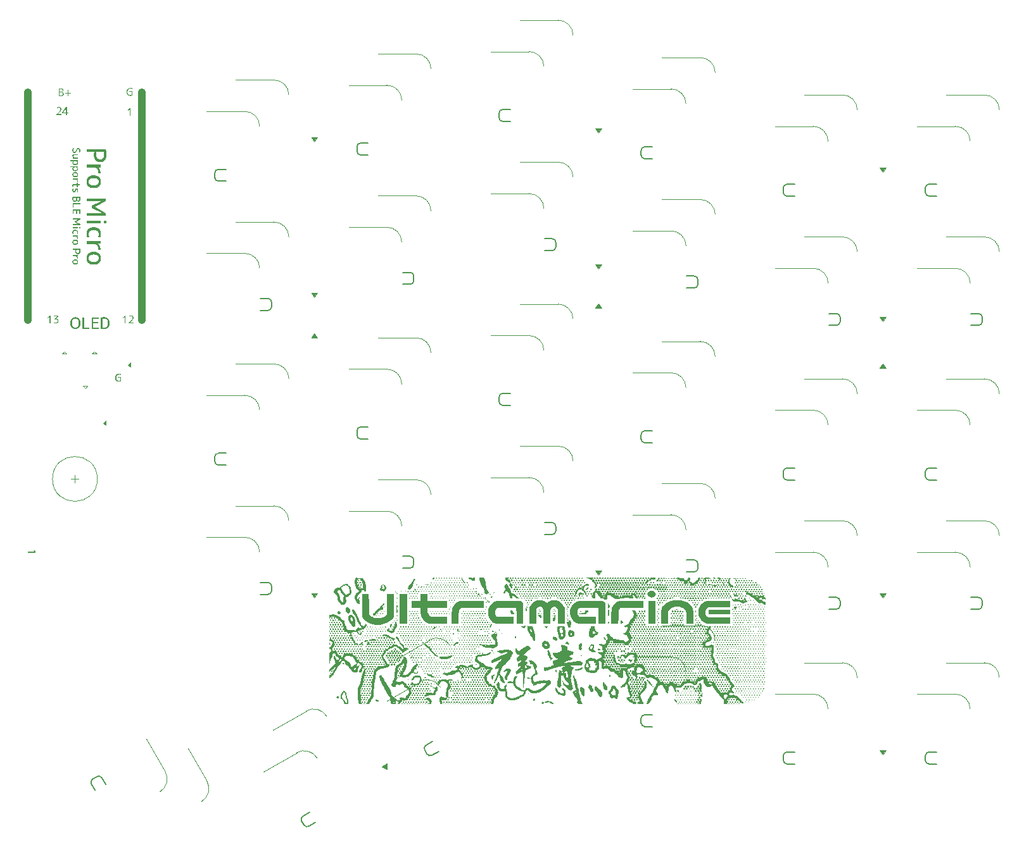
<source format=gbr>
%TF.GenerationSoftware,KiCad,Pcbnew,7.0.5*%
%TF.CreationDate,2023-10-09T17:56:40+09:00*%
%TF.ProjectId,Ultramarine-2,556c7472-616d-4617-9269-6e652d322e6b,rev?*%
%TF.SameCoordinates,Original*%
%TF.FileFunction,Legend,Top*%
%TF.FilePolarity,Positive*%
%FSLAX46Y46*%
G04 Gerber Fmt 4.6, Leading zero omitted, Abs format (unit mm)*
G04 Created by KiCad (PCBNEW 7.0.5) date 2023-10-09 17:56:40*
%MOMM*%
%LPD*%
G01*
G04 APERTURE LIST*
%ADD10C,0.100000*%
%ADD11C,0.150000*%
%ADD12C,0.120000*%
%ADD13C,1.000000*%
G04 APERTURE END LIST*
D10*
%TO.C,U1*%
G36*
X103770656Y-42617093D02*
G01*
X104212247Y-42617093D01*
X104212247Y-43167128D01*
X104203004Y-43170945D01*
X104193713Y-43174640D01*
X104184374Y-43178215D01*
X104174989Y-43181668D01*
X104165556Y-43185000D01*
X104156076Y-43188211D01*
X104146549Y-43191301D01*
X104136975Y-43194269D01*
X104127353Y-43197117D01*
X104117684Y-43199843D01*
X104107968Y-43202448D01*
X104098205Y-43204932D01*
X104088395Y-43207295D01*
X104078537Y-43209536D01*
X104068632Y-43211657D01*
X104058680Y-43213656D01*
X104048680Y-43215534D01*
X104038634Y-43217291D01*
X104028540Y-43218927D01*
X104018399Y-43220442D01*
X104008210Y-43221835D01*
X103997975Y-43223107D01*
X103987692Y-43224258D01*
X103977362Y-43225288D01*
X103966985Y-43226197D01*
X103956560Y-43226985D01*
X103946089Y-43227651D01*
X103935570Y-43228196D01*
X103925004Y-43228620D01*
X103914390Y-43228923D01*
X103903730Y-43229105D01*
X103893022Y-43229166D01*
X103879908Y-43229026D01*
X103866945Y-43228607D01*
X103854133Y-43227910D01*
X103841472Y-43226933D01*
X103828961Y-43225677D01*
X103816601Y-43224142D01*
X103804391Y-43222328D01*
X103792333Y-43220235D01*
X103780425Y-43217863D01*
X103768668Y-43215212D01*
X103757062Y-43212282D01*
X103745606Y-43209073D01*
X103734301Y-43205584D01*
X103723147Y-43201817D01*
X103712144Y-43197771D01*
X103701291Y-43193445D01*
X103690590Y-43188840D01*
X103680038Y-43183957D01*
X103669638Y-43178794D01*
X103659388Y-43173352D01*
X103649290Y-43167631D01*
X103639341Y-43161631D01*
X103629544Y-43155352D01*
X103619897Y-43148794D01*
X103610402Y-43141957D01*
X103601056Y-43134841D01*
X103591862Y-43127446D01*
X103582818Y-43119772D01*
X103573925Y-43111818D01*
X103565183Y-43103586D01*
X103556592Y-43095074D01*
X103548151Y-43086284D01*
X103539932Y-43077257D01*
X103531973Y-43068037D01*
X103524275Y-43058624D01*
X103516838Y-43049017D01*
X103509663Y-43039218D01*
X103502748Y-43029225D01*
X103496094Y-43019039D01*
X103489701Y-43008660D01*
X103483569Y-42998088D01*
X103477698Y-42987322D01*
X103472087Y-42976364D01*
X103466738Y-42965212D01*
X103461650Y-42953866D01*
X103456822Y-42942328D01*
X103452256Y-42930597D01*
X103447950Y-42918672D01*
X103443906Y-42906554D01*
X103440122Y-42894243D01*
X103436600Y-42881738D01*
X103433338Y-42869041D01*
X103430337Y-42856150D01*
X103427597Y-42843066D01*
X103425118Y-42829789D01*
X103422900Y-42816319D01*
X103420943Y-42802655D01*
X103419247Y-42788799D01*
X103417812Y-42774749D01*
X103416638Y-42760506D01*
X103415725Y-42746069D01*
X103415072Y-42731440D01*
X103414681Y-42716617D01*
X103414550Y-42701601D01*
X103414682Y-42686391D01*
X103415078Y-42671385D01*
X103415737Y-42656580D01*
X103416661Y-42641979D01*
X103417848Y-42627580D01*
X103419299Y-42613385D01*
X103421013Y-42599391D01*
X103422992Y-42585601D01*
X103425234Y-42572013D01*
X103427740Y-42558628D01*
X103430510Y-42545446D01*
X103433544Y-42532467D01*
X103436841Y-42519690D01*
X103440403Y-42507116D01*
X103444228Y-42494745D01*
X103448317Y-42482576D01*
X103452670Y-42470611D01*
X103457286Y-42458847D01*
X103462166Y-42447287D01*
X103467311Y-42435930D01*
X103472718Y-42424775D01*
X103478390Y-42413823D01*
X103484326Y-42403074D01*
X103490525Y-42392527D01*
X103496988Y-42382183D01*
X103503715Y-42372042D01*
X103510706Y-42362104D01*
X103517960Y-42352368D01*
X103525479Y-42342835D01*
X103533261Y-42333505D01*
X103541307Y-42324378D01*
X103549617Y-42315453D01*
X103558153Y-42306753D01*
X103566880Y-42298328D01*
X103575796Y-42290180D01*
X103584902Y-42282309D01*
X103594198Y-42274713D01*
X103603684Y-42267394D01*
X103613360Y-42260350D01*
X103623225Y-42253583D01*
X103633281Y-42247093D01*
X103643526Y-42240878D01*
X103653961Y-42234940D01*
X103664586Y-42229277D01*
X103675401Y-42223891D01*
X103686406Y-42218782D01*
X103697601Y-42213948D01*
X103708985Y-42209391D01*
X103720559Y-42205109D01*
X103732324Y-42201105D01*
X103744278Y-42197376D01*
X103756422Y-42193923D01*
X103768755Y-42190747D01*
X103781279Y-42187847D01*
X103793993Y-42185223D01*
X103806896Y-42182875D01*
X103819989Y-42180803D01*
X103833272Y-42179008D01*
X103846745Y-42177489D01*
X103860408Y-42176246D01*
X103874261Y-42175279D01*
X103888303Y-42174589D01*
X103902536Y-42174175D01*
X103916958Y-42174036D01*
X103933237Y-42174162D01*
X103949408Y-42174540D01*
X103965470Y-42175170D01*
X103981423Y-42176051D01*
X103997267Y-42177185D01*
X104013003Y-42178570D01*
X104028629Y-42180207D01*
X104044147Y-42182096D01*
X104059557Y-42184237D01*
X104074857Y-42186630D01*
X104090049Y-42189275D01*
X104105132Y-42192172D01*
X104120106Y-42195320D01*
X104134971Y-42198720D01*
X104149728Y-42202372D01*
X104164376Y-42206277D01*
X104164376Y-42304706D01*
X104149102Y-42299945D01*
X104133872Y-42295490D01*
X104118686Y-42291343D01*
X104103544Y-42287503D01*
X104088446Y-42283970D01*
X104073392Y-42280744D01*
X104058381Y-42277825D01*
X104043415Y-42275214D01*
X104028492Y-42272910D01*
X104013613Y-42270913D01*
X103998778Y-42269223D01*
X103983987Y-42267841D01*
X103969240Y-42266766D01*
X103954537Y-42265998D01*
X103939878Y-42265537D01*
X103925262Y-42265383D01*
X103913649Y-42265495D01*
X103902197Y-42265832D01*
X103890906Y-42266392D01*
X103879776Y-42267177D01*
X103868806Y-42268186D01*
X103857997Y-42269419D01*
X103847349Y-42270876D01*
X103836861Y-42272558D01*
X103826535Y-42274464D01*
X103816369Y-42276594D01*
X103806364Y-42278948D01*
X103796519Y-42281526D01*
X103786836Y-42284329D01*
X103777313Y-42287356D01*
X103767951Y-42290607D01*
X103758750Y-42294082D01*
X103740829Y-42301705D01*
X103723552Y-42310225D01*
X103706918Y-42319641D01*
X103690926Y-42329955D01*
X103675578Y-42341165D01*
X103660873Y-42353273D01*
X103646811Y-42366277D01*
X103633392Y-42380177D01*
X103620704Y-42394857D01*
X103608834Y-42410257D01*
X103597783Y-42426379D01*
X103592564Y-42434711D01*
X103587551Y-42443223D01*
X103582741Y-42451915D01*
X103578137Y-42460787D01*
X103573737Y-42469840D01*
X103569541Y-42479073D01*
X103565551Y-42488486D01*
X103561765Y-42498080D01*
X103558183Y-42507854D01*
X103554807Y-42517808D01*
X103551635Y-42527943D01*
X103548667Y-42538258D01*
X103545905Y-42548753D01*
X103543346Y-42559429D01*
X103540993Y-42570285D01*
X103538844Y-42581321D01*
X103536900Y-42592538D01*
X103535160Y-42603934D01*
X103533626Y-42615512D01*
X103532295Y-42627269D01*
X103531170Y-42639207D01*
X103530249Y-42651325D01*
X103529533Y-42663624D01*
X103529021Y-42676102D01*
X103528714Y-42688762D01*
X103528612Y-42701601D01*
X103528712Y-42714083D01*
X103529012Y-42726401D01*
X103529513Y-42738557D01*
X103530215Y-42750549D01*
X103531116Y-42762378D01*
X103532218Y-42774044D01*
X103533520Y-42785547D01*
X103535023Y-42796886D01*
X103536726Y-42808063D01*
X103538629Y-42819076D01*
X103540733Y-42829926D01*
X103543037Y-42840613D01*
X103545542Y-42851137D01*
X103548247Y-42861498D01*
X103551152Y-42871696D01*
X103554257Y-42881730D01*
X103557563Y-42891601D01*
X103561069Y-42901310D01*
X103564776Y-42910855D01*
X103568683Y-42920237D01*
X103572790Y-42929455D01*
X103577098Y-42938511D01*
X103581606Y-42947403D01*
X103586314Y-42956133D01*
X103591223Y-42964699D01*
X103596332Y-42973102D01*
X103601641Y-42981342D01*
X103607151Y-42989418D01*
X103618772Y-43005082D01*
X103631194Y-43020094D01*
X103644305Y-43034320D01*
X103657931Y-43047628D01*
X103672072Y-43060019D01*
X103686728Y-43071492D01*
X103701900Y-43082046D01*
X103717587Y-43091684D01*
X103733789Y-43100403D01*
X103750506Y-43108204D01*
X103767739Y-43115088D01*
X103785486Y-43121054D01*
X103803749Y-43126102D01*
X103822527Y-43130232D01*
X103841821Y-43133444D01*
X103851661Y-43134706D01*
X103861629Y-43135739D01*
X103871727Y-43136542D01*
X103881953Y-43137116D01*
X103892308Y-43137460D01*
X103902792Y-43137575D01*
X103915771Y-43137437D01*
X103928697Y-43137025D01*
X103941569Y-43136338D01*
X103954388Y-43135376D01*
X103967154Y-43134140D01*
X103979866Y-43132629D01*
X103992524Y-43130843D01*
X104005129Y-43128782D01*
X104017681Y-43126446D01*
X104030180Y-43123836D01*
X104042625Y-43120951D01*
X104055016Y-43117791D01*
X104067354Y-43114356D01*
X104079639Y-43110647D01*
X104091870Y-43106663D01*
X104104048Y-43102404D01*
X104104048Y-42707219D01*
X103770656Y-42707219D01*
X103770656Y-42617093D01*
G37*
G36*
X94361584Y-44724036D02*
G01*
X94380128Y-44724336D01*
X94398144Y-44725235D01*
X94415634Y-44726733D01*
X94432598Y-44728830D01*
X94449035Y-44731526D01*
X94464945Y-44734821D01*
X94480328Y-44738716D01*
X94495185Y-44743210D01*
X94509515Y-44748302D01*
X94523319Y-44753994D01*
X94536596Y-44760286D01*
X94549346Y-44767176D01*
X94561569Y-44774665D01*
X94573266Y-44782754D01*
X94584437Y-44791442D01*
X94595080Y-44800729D01*
X94605136Y-44810525D01*
X94614543Y-44820802D01*
X94623302Y-44831561D01*
X94631411Y-44842800D01*
X94638872Y-44854519D01*
X94645684Y-44866720D01*
X94651848Y-44879402D01*
X94657362Y-44892564D01*
X94662228Y-44906207D01*
X94666445Y-44920331D01*
X94670013Y-44934936D01*
X94672933Y-44950022D01*
X94675203Y-44965589D01*
X94676825Y-44981636D01*
X94677799Y-44998165D01*
X94678123Y-45015174D01*
X94677733Y-45032405D01*
X94676562Y-45049658D01*
X94674611Y-45066934D01*
X94671879Y-45084234D01*
X94668368Y-45101556D01*
X94664075Y-45118901D01*
X94659002Y-45136269D01*
X94653149Y-45153660D01*
X94646515Y-45171073D01*
X94639101Y-45188510D01*
X94630907Y-45205970D01*
X94626517Y-45214708D01*
X94621932Y-45223452D01*
X94617152Y-45232202D01*
X94612176Y-45240957D01*
X94607006Y-45249719D01*
X94601641Y-45258486D01*
X94596080Y-45267258D01*
X94590324Y-45276037D01*
X94584373Y-45284821D01*
X94578228Y-45293611D01*
X94571814Y-45302494D01*
X94565059Y-45311560D01*
X94557964Y-45320807D01*
X94550529Y-45330236D01*
X94542753Y-45339846D01*
X94534636Y-45349639D01*
X94526179Y-45359613D01*
X94517381Y-45369769D01*
X94508242Y-45380106D01*
X94498763Y-45390626D01*
X94488943Y-45401327D01*
X94478783Y-45412210D01*
X94468282Y-45423274D01*
X94457440Y-45434521D01*
X94446258Y-45445949D01*
X94434735Y-45457559D01*
X94422871Y-45469350D01*
X94410667Y-45481324D01*
X94398123Y-45493479D01*
X94385238Y-45505816D01*
X94372012Y-45518334D01*
X94358445Y-45531035D01*
X94344538Y-45543917D01*
X94330291Y-45556981D01*
X94315702Y-45570227D01*
X94300773Y-45583654D01*
X94285504Y-45597263D01*
X94269894Y-45611054D01*
X94253943Y-45625027D01*
X94237652Y-45639181D01*
X94221020Y-45653517D01*
X94204048Y-45668035D01*
X94204048Y-45670722D01*
X94682275Y-45670722D01*
X94682275Y-45765000D01*
X94049198Y-45765000D01*
X94049198Y-45670722D01*
X94067739Y-45655349D01*
X94085903Y-45640190D01*
X94103689Y-45625245D01*
X94121097Y-45610512D01*
X94138127Y-45595993D01*
X94154779Y-45581687D01*
X94171054Y-45567594D01*
X94186951Y-45553714D01*
X94202470Y-45540048D01*
X94217611Y-45526595D01*
X94232374Y-45513355D01*
X94246760Y-45500328D01*
X94260767Y-45487515D01*
X94274397Y-45474914D01*
X94287649Y-45462527D01*
X94300523Y-45450354D01*
X94313020Y-45438393D01*
X94325139Y-45426646D01*
X94336879Y-45415112D01*
X94348242Y-45403791D01*
X94359228Y-45392683D01*
X94369835Y-45381789D01*
X94380065Y-45371108D01*
X94389916Y-45360640D01*
X94399390Y-45350386D01*
X94408486Y-45340344D01*
X94417205Y-45330516D01*
X94425545Y-45320901D01*
X94433508Y-45311499D01*
X94441093Y-45302311D01*
X94448300Y-45293336D01*
X94455129Y-45284574D01*
X94461666Y-45275934D01*
X94467995Y-45267325D01*
X94474116Y-45258747D01*
X94480031Y-45250200D01*
X94485737Y-45241685D01*
X94491236Y-45233200D01*
X94496528Y-45224746D01*
X94501612Y-45216323D01*
X94511157Y-45199571D01*
X94519873Y-45182942D01*
X94527758Y-45166438D01*
X94534813Y-45150057D01*
X94541039Y-45133801D01*
X94546434Y-45117668D01*
X94550999Y-45101660D01*
X94554734Y-45085775D01*
X94557640Y-45070015D01*
X94559715Y-45054379D01*
X94560960Y-45038866D01*
X94561375Y-45023478D01*
X94561163Y-45011208D01*
X94560528Y-44999310D01*
X94559469Y-44987783D01*
X94557986Y-44976629D01*
X94556080Y-44965847D01*
X94553750Y-44955438D01*
X94550996Y-44945400D01*
X94547819Y-44935734D01*
X94544219Y-44926440D01*
X94540194Y-44917519D01*
X94533364Y-44904834D01*
X94525580Y-44892987D01*
X94516843Y-44881976D01*
X94507153Y-44871803D01*
X94496536Y-44862463D01*
X94485017Y-44854040D01*
X94472596Y-44846537D01*
X94463815Y-44842045D01*
X94454633Y-44837962D01*
X94445050Y-44834287D01*
X94435066Y-44831020D01*
X94424682Y-44828162D01*
X94413897Y-44825712D01*
X94402712Y-44823670D01*
X94391126Y-44822037D01*
X94379139Y-44820812D01*
X94366751Y-44819995D01*
X94353963Y-44819586D01*
X94347418Y-44819535D01*
X94330507Y-44819854D01*
X94313541Y-44820810D01*
X94296519Y-44822403D01*
X94279442Y-44824634D01*
X94262310Y-44827502D01*
X94245122Y-44831007D01*
X94227879Y-44835150D01*
X94210581Y-44839930D01*
X94193227Y-44845347D01*
X94175818Y-44851401D01*
X94158354Y-44858093D01*
X94140834Y-44865423D01*
X94123259Y-44873389D01*
X94105629Y-44881993D01*
X94096793Y-44886534D01*
X94087943Y-44891234D01*
X94079080Y-44896094D01*
X94070202Y-44901113D01*
X94070202Y-44791448D01*
X94086682Y-44783284D01*
X94103393Y-44775648D01*
X94120334Y-44768538D01*
X94137507Y-44761955D01*
X94154910Y-44755899D01*
X94172544Y-44750369D01*
X94190409Y-44745366D01*
X94208505Y-44740889D01*
X94226832Y-44736939D01*
X94245389Y-44733516D01*
X94264178Y-44730620D01*
X94283197Y-44728250D01*
X94302448Y-44726406D01*
X94321929Y-44725090D01*
X94331756Y-44724629D01*
X94341641Y-44724300D01*
X94351584Y-44724102D01*
X94361584Y-44724036D01*
G37*
G36*
X95424529Y-45434295D02*
G01*
X95599163Y-45434295D01*
X95599163Y-45525886D01*
X95424529Y-45525886D01*
X95424529Y-45765000D01*
X95313399Y-45765000D01*
X95313399Y-45525886D01*
X94821005Y-45525886D01*
X94821005Y-45434295D01*
X94936532Y-45434295D01*
X95313399Y-45434295D01*
X95313399Y-44902578D01*
X95310712Y-44902578D01*
X94936532Y-45431608D01*
X94936532Y-45434295D01*
X94821005Y-45434295D01*
X95313399Y-44737958D01*
X95424529Y-44737958D01*
X95424529Y-45434295D01*
G37*
G36*
X103851256Y-45865000D02*
G01*
X103851256Y-44963255D01*
X103848325Y-44963255D01*
X103560118Y-45196751D01*
X103560118Y-45072920D01*
X103851256Y-44837958D01*
X103963852Y-44837958D01*
X103963852Y-45865000D01*
X103851256Y-45865000D01*
G37*
G36*
X97097376Y-50536915D02*
G01*
X97097041Y-50522938D01*
X97096036Y-50509584D01*
X97094362Y-50496852D01*
X97092018Y-50484743D01*
X97089004Y-50473256D01*
X97085320Y-50462391D01*
X97080967Y-50452150D01*
X97075943Y-50442530D01*
X97070250Y-50433534D01*
X97063888Y-50425160D01*
X97059274Y-50419923D01*
X97051872Y-50412633D01*
X97043955Y-50406061D01*
X97035523Y-50400206D01*
X97026576Y-50395067D01*
X97017113Y-50390646D01*
X97007136Y-50386941D01*
X96996643Y-50383954D01*
X96985635Y-50381683D01*
X96974111Y-50380130D01*
X96962073Y-50379294D01*
X96953761Y-50379134D01*
X96943549Y-50379467D01*
X96933522Y-50380465D01*
X96923680Y-50382129D01*
X96914022Y-50384458D01*
X96904549Y-50387453D01*
X96895260Y-50391113D01*
X96886156Y-50395438D01*
X96877237Y-50400429D01*
X96868502Y-50406086D01*
X96859952Y-50412408D01*
X96854354Y-50416992D01*
X96846232Y-50424458D01*
X96838446Y-50432568D01*
X96830994Y-50441322D01*
X96823877Y-50450720D01*
X96817095Y-50460762D01*
X96810648Y-50471448D01*
X96804536Y-50482779D01*
X96798758Y-50494753D01*
X96793316Y-50507371D01*
X96788208Y-50520633D01*
X96784989Y-50529832D01*
X96781098Y-50541323D01*
X96777180Y-50552592D01*
X96773235Y-50563641D01*
X96769262Y-50574467D01*
X96765262Y-50585073D01*
X96761235Y-50595457D01*
X96757181Y-50605620D01*
X96753100Y-50615561D01*
X96748992Y-50625281D01*
X96744856Y-50634780D01*
X96740693Y-50644058D01*
X96736503Y-50653114D01*
X96732286Y-50661948D01*
X96723770Y-50678954D01*
X96715145Y-50695074D01*
X96706411Y-50710308D01*
X96697569Y-50724658D01*
X96688618Y-50738122D01*
X96679558Y-50750700D01*
X96670389Y-50762393D01*
X96661112Y-50773201D01*
X96651726Y-50783123D01*
X96646992Y-50787752D01*
X96637338Y-50796537D01*
X96627365Y-50804754D01*
X96617073Y-50812405D01*
X96606463Y-50819489D01*
X96595534Y-50826006D01*
X96584286Y-50831957D01*
X96572720Y-50837340D01*
X96560835Y-50842158D01*
X96548632Y-50846408D01*
X96536109Y-50850092D01*
X96523269Y-50853209D01*
X96510109Y-50855759D01*
X96496631Y-50857742D01*
X96482834Y-50859159D01*
X96468718Y-50860009D01*
X96454284Y-50860293D01*
X96436785Y-50859952D01*
X96419823Y-50858930D01*
X96403400Y-50857227D01*
X96387514Y-50854843D01*
X96372167Y-50851778D01*
X96357358Y-50848031D01*
X96343087Y-50843603D01*
X96329354Y-50838494D01*
X96316159Y-50832704D01*
X96303502Y-50826232D01*
X96291384Y-50819079D01*
X96279803Y-50811246D01*
X96268761Y-50802730D01*
X96258256Y-50793534D01*
X96248290Y-50783657D01*
X96238862Y-50773098D01*
X96230019Y-50761874D01*
X96221746Y-50750002D01*
X96214044Y-50737480D01*
X96206912Y-50724310D01*
X96200351Y-50710492D01*
X96194360Y-50696024D01*
X96188940Y-50680908D01*
X96184091Y-50665143D01*
X96179812Y-50648729D01*
X96176103Y-50631666D01*
X96172965Y-50613955D01*
X96170398Y-50595594D01*
X96168401Y-50576585D01*
X96167616Y-50566838D01*
X96166974Y-50556928D01*
X96166475Y-50546856D01*
X96166119Y-50536621D01*
X96165905Y-50526225D01*
X96165833Y-50515666D01*
X96166081Y-50497649D01*
X96166826Y-50479808D01*
X96168066Y-50462142D01*
X96169802Y-50444652D01*
X96172035Y-50427338D01*
X96174764Y-50410199D01*
X96177988Y-50393235D01*
X96181709Y-50376448D01*
X96185926Y-50359835D01*
X96190639Y-50343398D01*
X96195849Y-50327137D01*
X96201554Y-50311052D01*
X96207755Y-50295141D01*
X96214453Y-50279407D01*
X96221647Y-50263848D01*
X96229337Y-50248464D01*
X96376859Y-50248464D01*
X96366655Y-50263793D01*
X96357110Y-50279189D01*
X96348223Y-50294652D01*
X96339994Y-50310181D01*
X96332423Y-50325778D01*
X96325511Y-50341441D01*
X96319257Y-50357170D01*
X96313661Y-50372967D01*
X96308724Y-50388830D01*
X96304445Y-50404761D01*
X96300824Y-50420758D01*
X96297862Y-50436821D01*
X96295558Y-50452952D01*
X96293912Y-50469149D01*
X96292925Y-50485413D01*
X96292595Y-50501744D01*
X96292753Y-50514291D01*
X96293227Y-50526440D01*
X96294017Y-50538191D01*
X96295122Y-50549543D01*
X96296543Y-50560497D01*
X96298280Y-50571053D01*
X96300333Y-50581210D01*
X96302701Y-50590969D01*
X96308385Y-50609292D01*
X96315333Y-50626022D01*
X96323544Y-50641158D01*
X96333018Y-50654701D01*
X96343755Y-50666651D01*
X96355755Y-50677007D01*
X96369019Y-50685771D01*
X96383545Y-50692940D01*
X96399335Y-50698517D01*
X96416388Y-50702500D01*
X96434705Y-50704890D01*
X96454284Y-50705687D01*
X96465753Y-50705333D01*
X96476896Y-50704270D01*
X96487712Y-50702499D01*
X96498202Y-50700020D01*
X96508366Y-50696832D01*
X96518203Y-50692936D01*
X96527714Y-50688331D01*
X96536899Y-50683018D01*
X96545758Y-50676997D01*
X96554290Y-50670267D01*
X96559797Y-50665387D01*
X96567907Y-50657389D01*
X96575840Y-50648417D01*
X96583597Y-50638470D01*
X96591179Y-50627548D01*
X96598584Y-50615652D01*
X96605813Y-50602781D01*
X96610535Y-50593660D01*
X96615178Y-50584105D01*
X96619743Y-50574116D01*
X96624230Y-50563695D01*
X96628639Y-50552840D01*
X96632970Y-50541553D01*
X96637222Y-50529832D01*
X96640678Y-50519890D01*
X96644175Y-50510123D01*
X96647715Y-50500530D01*
X96651297Y-50491112D01*
X96654920Y-50481868D01*
X96658586Y-50472799D01*
X96666043Y-50455185D01*
X96673668Y-50438270D01*
X96681461Y-50422052D01*
X96689421Y-50406533D01*
X96697550Y-50391713D01*
X96705847Y-50377591D01*
X96714311Y-50364167D01*
X96722944Y-50351441D01*
X96731744Y-50339414D01*
X96740712Y-50328086D01*
X96749849Y-50317455D01*
X96759153Y-50307523D01*
X96768625Y-50298290D01*
X96778335Y-50289683D01*
X96788294Y-50281632D01*
X96798501Y-50274136D01*
X96808955Y-50267195D01*
X96819658Y-50260809D01*
X96830609Y-50254979D01*
X96841808Y-50249704D01*
X96853255Y-50244984D01*
X96864950Y-50240819D01*
X96876893Y-50237210D01*
X96889084Y-50234156D01*
X96901523Y-50231657D01*
X96914211Y-50229714D01*
X96927146Y-50228326D01*
X96940329Y-50227493D01*
X96953761Y-50227215D01*
X96969036Y-50227522D01*
X96983902Y-50228444D01*
X96998360Y-50229980D01*
X97012410Y-50232131D01*
X97026051Y-50234895D01*
X97039284Y-50238275D01*
X97052109Y-50242269D01*
X97064525Y-50246877D01*
X97076533Y-50252099D01*
X97088133Y-50257936D01*
X97099324Y-50264388D01*
X97110107Y-50271454D01*
X97120481Y-50279134D01*
X97130448Y-50287429D01*
X97140006Y-50296338D01*
X97149155Y-50305861D01*
X97157851Y-50315954D01*
X97165985Y-50326508D01*
X97173558Y-50337523D01*
X97180571Y-50349001D01*
X97187022Y-50360940D01*
X97192913Y-50373341D01*
X97198242Y-50386204D01*
X97203011Y-50399528D01*
X97207218Y-50413315D01*
X97210865Y-50427563D01*
X97213950Y-50442273D01*
X97216475Y-50457445D01*
X97218438Y-50473078D01*
X97219841Y-50489173D01*
X97220682Y-50505730D01*
X97220963Y-50522749D01*
X97220908Y-50532665D01*
X97220743Y-50542536D01*
X97220469Y-50552364D01*
X97220085Y-50562148D01*
X97218988Y-50581585D01*
X97217452Y-50600846D01*
X97215477Y-50619931D01*
X97213063Y-50638841D01*
X97210210Y-50657575D01*
X97206919Y-50676134D01*
X97203188Y-50694517D01*
X97199019Y-50712724D01*
X97194411Y-50730756D01*
X97189364Y-50748613D01*
X97183878Y-50766293D01*
X97177953Y-50783799D01*
X97171589Y-50801129D01*
X97164787Y-50818283D01*
X97019951Y-50818283D01*
X97024714Y-50809490D01*
X97029326Y-50800697D01*
X97033787Y-50791905D01*
X97038097Y-50783112D01*
X97046263Y-50765526D01*
X97053824Y-50747941D01*
X97060780Y-50730355D01*
X97067132Y-50712770D01*
X97072878Y-50695184D01*
X97078019Y-50677599D01*
X97082556Y-50660013D01*
X97086488Y-50642428D01*
X97089815Y-50624843D01*
X97092537Y-50607257D01*
X97094654Y-50589672D01*
X97096166Y-50572086D01*
X97097073Y-50554501D01*
X97097376Y-50536915D01*
G37*
G36*
X96271346Y-51485554D02*
G01*
X96258569Y-51472780D01*
X96246617Y-51459798D01*
X96235488Y-51446608D01*
X96225184Y-51433210D01*
X96215705Y-51419604D01*
X96207049Y-51405790D01*
X96199218Y-51391768D01*
X96192212Y-51377538D01*
X96186029Y-51363100D01*
X96180671Y-51348454D01*
X96176137Y-51333600D01*
X96172428Y-51318538D01*
X96169543Y-51303268D01*
X96167482Y-51287790D01*
X96166246Y-51272104D01*
X96165833Y-51256210D01*
X96166100Y-51240990D01*
X96166898Y-51226287D01*
X96168229Y-51212101D01*
X96170092Y-51198432D01*
X96172488Y-51185280D01*
X96175416Y-51172645D01*
X96178877Y-51160527D01*
X96182869Y-51148927D01*
X96187395Y-51137843D01*
X96192452Y-51127277D01*
X96198042Y-51117228D01*
X96204164Y-51107695D01*
X96210819Y-51098680D01*
X96218006Y-51090182D01*
X96225725Y-51082202D01*
X96233977Y-51074738D01*
X96242880Y-51067758D01*
X96252490Y-51061228D01*
X96262808Y-51055149D01*
X96273835Y-51049520D01*
X96285569Y-51044341D01*
X96298011Y-51039613D01*
X96311161Y-51035335D01*
X96325019Y-51031507D01*
X96339585Y-51028129D01*
X96354858Y-51025202D01*
X96370840Y-51022726D01*
X96387530Y-51020699D01*
X96404927Y-51019123D01*
X96423033Y-51017997D01*
X96441846Y-51017322D01*
X96461367Y-51017097D01*
X96911507Y-51017097D01*
X96911507Y-51161933D01*
X96482372Y-51161933D01*
X96468064Y-51162054D01*
X96454326Y-51162417D01*
X96441159Y-51163023D01*
X96428562Y-51163871D01*
X96416536Y-51164962D01*
X96405081Y-51166295D01*
X96394196Y-51167870D01*
X96383881Y-51169687D01*
X96374137Y-51171747D01*
X96360591Y-51175291D01*
X96348329Y-51179381D01*
X96337350Y-51184015D01*
X96327655Y-51189195D01*
X96321905Y-51192951D01*
X96314135Y-51199150D01*
X96307130Y-51206112D01*
X96300889Y-51213838D01*
X96295412Y-51222329D01*
X96290699Y-51231584D01*
X96286751Y-51241603D01*
X96283567Y-51252387D01*
X96281147Y-51263934D01*
X96279491Y-51276246D01*
X96278599Y-51289322D01*
X96278429Y-51298464D01*
X96278942Y-51310806D01*
X96280482Y-51323011D01*
X96283047Y-51335078D01*
X96286638Y-51347008D01*
X96291256Y-51358800D01*
X96296899Y-51370455D01*
X96303569Y-51381972D01*
X96311265Y-51393353D01*
X96319987Y-51404595D01*
X96326371Y-51412014D01*
X96333212Y-51419372D01*
X96336803Y-51423028D01*
X96344131Y-51430097D01*
X96351519Y-51436710D01*
X96362716Y-51445773D01*
X96374050Y-51453811D01*
X96385522Y-51460823D01*
X96397131Y-51466809D01*
X96408878Y-51471768D01*
X96420762Y-51475702D01*
X96432783Y-51478609D01*
X96444942Y-51480490D01*
X96457238Y-51481345D01*
X96461367Y-51481402D01*
X96911507Y-51481402D01*
X96911507Y-51629169D01*
X96180000Y-51629169D01*
X96180000Y-51491172D01*
X96271346Y-51488485D01*
X96271346Y-51485554D01*
G37*
G36*
X96911507Y-51965003D02*
G01*
X96820160Y-51967934D01*
X96820160Y-51970621D01*
X96827408Y-51977292D01*
X96837754Y-51987247D01*
X96847469Y-51997136D01*
X96856553Y-52006961D01*
X96865006Y-52016722D01*
X96872828Y-52026419D01*
X96880019Y-52036051D01*
X96886578Y-52045619D01*
X96892506Y-52055122D01*
X96897804Y-52064561D01*
X96902470Y-52073935D01*
X96906616Y-52083489D01*
X96910355Y-52093373D01*
X96913686Y-52103587D01*
X96916609Y-52114132D01*
X96919124Y-52125008D01*
X96921232Y-52136214D01*
X96922931Y-52147751D01*
X96924223Y-52159619D01*
X96925106Y-52171817D01*
X96925582Y-52184345D01*
X96925673Y-52192882D01*
X96925283Y-52209405D01*
X96924112Y-52225515D01*
X96922161Y-52241210D01*
X96919429Y-52256492D01*
X96915918Y-52271359D01*
X96911625Y-52285812D01*
X96906552Y-52299851D01*
X96900699Y-52313476D01*
X96894065Y-52326688D01*
X96886651Y-52339485D01*
X96878457Y-52351867D01*
X96869482Y-52363836D01*
X96859726Y-52375391D01*
X96849191Y-52386532D01*
X96837874Y-52397258D01*
X96825778Y-52407571D01*
X96812978Y-52417361D01*
X96799552Y-52426519D01*
X96785500Y-52435046D01*
X96770823Y-52442940D01*
X96755520Y-52450204D01*
X96739590Y-52456836D01*
X96723035Y-52462836D01*
X96705854Y-52468204D01*
X96688048Y-52472941D01*
X96669615Y-52477047D01*
X96650556Y-52480520D01*
X96640792Y-52482021D01*
X96630872Y-52483363D01*
X96620795Y-52484547D01*
X96610561Y-52485573D01*
X96600172Y-52486442D01*
X96589625Y-52487152D01*
X96578922Y-52487705D01*
X96568063Y-52488100D01*
X96557047Y-52488336D01*
X96545875Y-52488415D01*
X96535031Y-52488334D01*
X96524327Y-52488088D01*
X96513763Y-52487679D01*
X96503339Y-52487106D01*
X96493055Y-52486370D01*
X96482912Y-52485470D01*
X96472909Y-52484407D01*
X96463046Y-52483179D01*
X96453324Y-52481789D01*
X96434300Y-52478516D01*
X96415836Y-52474589D01*
X96397934Y-52470008D01*
X96380593Y-52464772D01*
X96363813Y-52458881D01*
X96347594Y-52452336D01*
X96331935Y-52445137D01*
X96316838Y-52437283D01*
X96302302Y-52428775D01*
X96288326Y-52419612D01*
X96274912Y-52409794D01*
X96268415Y-52404640D01*
X96255993Y-52393996D01*
X96244373Y-52383006D01*
X96233554Y-52371670D01*
X96223536Y-52359989D01*
X96214319Y-52347963D01*
X96205905Y-52335592D01*
X96198291Y-52322875D01*
X96191479Y-52309813D01*
X96185468Y-52296405D01*
X96180259Y-52282652D01*
X96175851Y-52268554D01*
X96172245Y-52254110D01*
X96169440Y-52239321D01*
X96167436Y-52224187D01*
X96166234Y-52208707D01*
X96165833Y-52192882D01*
X96166191Y-52177530D01*
X96167265Y-52162431D01*
X96167834Y-52157711D01*
X96278429Y-52157711D01*
X96278693Y-52168136D01*
X96279483Y-52178284D01*
X96280799Y-52188156D01*
X96282643Y-52197751D01*
X96286395Y-52211625D01*
X96291332Y-52224876D01*
X96297455Y-52237505D01*
X96304762Y-52249512D01*
X96313254Y-52260895D01*
X96322931Y-52271657D01*
X96330041Y-52278485D01*
X96337677Y-52285037D01*
X96345840Y-52291311D01*
X96354550Y-52297286D01*
X96363766Y-52302875D01*
X96373487Y-52308078D01*
X96383713Y-52312896D01*
X96394446Y-52317329D01*
X96405684Y-52321376D01*
X96417427Y-52325038D01*
X96429677Y-52328314D01*
X96442432Y-52331205D01*
X96455692Y-52333710D01*
X96469459Y-52335830D01*
X96483731Y-52337565D01*
X96498508Y-52338914D01*
X96513792Y-52339878D01*
X96529581Y-52340456D01*
X96545875Y-52340649D01*
X96562314Y-52340470D01*
X96578232Y-52339934D01*
X96593627Y-52339041D01*
X96608501Y-52337790D01*
X96622852Y-52336182D01*
X96636682Y-52334217D01*
X96649990Y-52331895D01*
X96662776Y-52329215D01*
X96675040Y-52326178D01*
X96686782Y-52322783D01*
X96698003Y-52319032D01*
X96708701Y-52314923D01*
X96718878Y-52310457D01*
X96728533Y-52305633D01*
X96737666Y-52300452D01*
X96746277Y-52294914D01*
X96754366Y-52289019D01*
X96761933Y-52282766D01*
X96775502Y-52269188D01*
X96786983Y-52254182D01*
X96796377Y-52237746D01*
X96803683Y-52219881D01*
X96806553Y-52210412D01*
X96808902Y-52200587D01*
X96810729Y-52190404D01*
X96812033Y-52179863D01*
X96812816Y-52168966D01*
X96813077Y-52157711D01*
X96812650Y-52143921D01*
X96811368Y-52130488D01*
X96809232Y-52117411D01*
X96806242Y-52104691D01*
X96802397Y-52092327D01*
X96797698Y-52080319D01*
X96792145Y-52068668D01*
X96785737Y-52057373D01*
X96778475Y-52046434D01*
X96770358Y-52035852D01*
X96764473Y-52028995D01*
X96755261Y-52019348D01*
X96745762Y-52010651D01*
X96735976Y-52002902D01*
X96725901Y-51996102D01*
X96715539Y-51990251D01*
X96704890Y-51985349D01*
X96693953Y-51981395D01*
X96682728Y-51978391D01*
X96671215Y-51976335D01*
X96659415Y-51975228D01*
X96651388Y-51975017D01*
X96440362Y-51975017D01*
X96428368Y-51975491D01*
X96416657Y-51976915D01*
X96405230Y-51979287D01*
X96394086Y-51982608D01*
X96383225Y-51986877D01*
X96372648Y-51992096D01*
X96362354Y-51998263D01*
X96352343Y-52005379D01*
X96342616Y-52013444D01*
X96333172Y-52022458D01*
X96327034Y-52028995D01*
X96318348Y-52039339D01*
X96310516Y-52050041D01*
X96303538Y-52061098D01*
X96297415Y-52072512D01*
X96292147Y-52084282D01*
X96287733Y-52096409D01*
X96284173Y-52108891D01*
X96281467Y-52121731D01*
X96279616Y-52134926D01*
X96278619Y-52148478D01*
X96278429Y-52157711D01*
X96167834Y-52157711D01*
X96169053Y-52147587D01*
X96171558Y-52132996D01*
X96174778Y-52118659D01*
X96178713Y-52104576D01*
X96183365Y-52090747D01*
X96188731Y-52077172D01*
X96194813Y-52063850D01*
X96201611Y-52050782D01*
X96209125Y-52037968D01*
X96217353Y-52025407D01*
X96226298Y-52013101D01*
X96235958Y-52001048D01*
X96246333Y-51989249D01*
X96257424Y-51977704D01*
X96257424Y-51975017D01*
X95870544Y-51975017D01*
X95870544Y-51827250D01*
X96911507Y-51827250D01*
X96911507Y-51965003D01*
G37*
G36*
X96911507Y-52781751D02*
G01*
X96820160Y-52784682D01*
X96820160Y-52787369D01*
X96827408Y-52794041D01*
X96837754Y-52803995D01*
X96847469Y-52813884D01*
X96856553Y-52823710D01*
X96865006Y-52833470D01*
X96872828Y-52843167D01*
X96880019Y-52852799D01*
X96886578Y-52862367D01*
X96892506Y-52871870D01*
X96897804Y-52881309D01*
X96902470Y-52890683D01*
X96906616Y-52900237D01*
X96910355Y-52910121D01*
X96913686Y-52920335D01*
X96916609Y-52930880D01*
X96919124Y-52941756D01*
X96921232Y-52952962D01*
X96922931Y-52964499D01*
X96924223Y-52976367D01*
X96925106Y-52988565D01*
X96925582Y-53001094D01*
X96925673Y-53009630D01*
X96925283Y-53026153D01*
X96924112Y-53042263D01*
X96922161Y-53057958D01*
X96919429Y-53073240D01*
X96915918Y-53088107D01*
X96911625Y-53102560D01*
X96906552Y-53116599D01*
X96900699Y-53130225D01*
X96894065Y-53143436D01*
X96886651Y-53156233D01*
X96878457Y-53168616D01*
X96869482Y-53180584D01*
X96859726Y-53192139D01*
X96849191Y-53203280D01*
X96837874Y-53214007D01*
X96825778Y-53224319D01*
X96812978Y-53234109D01*
X96799552Y-53243267D01*
X96785500Y-53251794D01*
X96770823Y-53259689D01*
X96755520Y-53266952D01*
X96739590Y-53273584D01*
X96723035Y-53279584D01*
X96705854Y-53284952D01*
X96688048Y-53289689D01*
X96669615Y-53293795D01*
X96650556Y-53297269D01*
X96640792Y-53298769D01*
X96630872Y-53300111D01*
X96620795Y-53301295D01*
X96610561Y-53302321D01*
X96600172Y-53303190D01*
X96589625Y-53303900D01*
X96578922Y-53304453D01*
X96568063Y-53304848D01*
X96557047Y-53305085D01*
X96545875Y-53305164D01*
X96535031Y-53305082D01*
X96524327Y-53304836D01*
X96513763Y-53304427D01*
X96503339Y-53303855D01*
X96493055Y-53303118D01*
X96482912Y-53302218D01*
X96472909Y-53301155D01*
X96463046Y-53299928D01*
X96453324Y-53298537D01*
X96434300Y-53295264D01*
X96415836Y-53291337D01*
X96397934Y-53286756D01*
X96380593Y-53281520D01*
X96363813Y-53275629D01*
X96347594Y-53269085D01*
X96331935Y-53261885D01*
X96316838Y-53254031D01*
X96302302Y-53245523D01*
X96288326Y-53236360D01*
X96274912Y-53226542D01*
X96268415Y-53221388D01*
X96255993Y-53210744D01*
X96244373Y-53199754D01*
X96233554Y-53188418D01*
X96223536Y-53176738D01*
X96214319Y-53164711D01*
X96205905Y-53152340D01*
X96198291Y-53139623D01*
X96191479Y-53126561D01*
X96185468Y-53113153D01*
X96180259Y-53099400D01*
X96175851Y-53085302D01*
X96172245Y-53070858D01*
X96169440Y-53056069D01*
X96167436Y-53040935D01*
X96166234Y-53025455D01*
X96165833Y-53009630D01*
X96166191Y-52994278D01*
X96167265Y-52979179D01*
X96167834Y-52974459D01*
X96278429Y-52974459D01*
X96278693Y-52984884D01*
X96279483Y-52995032D01*
X96280799Y-53004904D01*
X96282643Y-53014499D01*
X96286395Y-53028373D01*
X96291332Y-53041625D01*
X96297455Y-53054253D01*
X96304762Y-53066260D01*
X96313254Y-53077643D01*
X96322931Y-53088405D01*
X96330041Y-53095233D01*
X96337677Y-53101785D01*
X96345840Y-53108060D01*
X96354550Y-53114034D01*
X96363766Y-53119623D01*
X96373487Y-53124826D01*
X96383713Y-53129644D01*
X96394446Y-53134077D01*
X96405684Y-53138124D01*
X96417427Y-53141786D01*
X96429677Y-53145062D01*
X96442432Y-53147953D01*
X96455692Y-53150459D01*
X96469459Y-53152579D01*
X96483731Y-53154313D01*
X96498508Y-53155662D01*
X96513792Y-53156626D01*
X96529581Y-53157204D01*
X96545875Y-53157397D01*
X96562314Y-53157218D01*
X96578232Y-53156682D01*
X96593627Y-53155789D01*
X96608501Y-53154538D01*
X96622852Y-53152930D01*
X96636682Y-53150965D01*
X96649990Y-53148643D01*
X96662776Y-53145963D01*
X96675040Y-53142926D01*
X96686782Y-53139532D01*
X96698003Y-53135780D01*
X96708701Y-53131671D01*
X96718878Y-53127205D01*
X96728533Y-53122381D01*
X96737666Y-53117200D01*
X96746277Y-53111662D01*
X96754366Y-53105767D01*
X96761933Y-53099514D01*
X96775502Y-53085936D01*
X96786983Y-53070930D01*
X96796377Y-53054494D01*
X96803683Y-53036629D01*
X96806553Y-53027161D01*
X96808902Y-53017335D01*
X96810729Y-53007152D01*
X96812033Y-52996611D01*
X96812816Y-52985714D01*
X96813077Y-52974459D01*
X96812650Y-52960669D01*
X96811368Y-52947236D01*
X96809232Y-52934159D01*
X96806242Y-52921439D01*
X96802397Y-52909075D01*
X96797698Y-52897067D01*
X96792145Y-52885416D01*
X96785737Y-52874121D01*
X96778475Y-52863182D01*
X96770358Y-52852600D01*
X96764473Y-52845743D01*
X96755261Y-52836096D01*
X96745762Y-52827399D01*
X96735976Y-52819650D01*
X96725901Y-52812850D01*
X96715539Y-52806999D01*
X96704890Y-52802097D01*
X96693953Y-52798143D01*
X96682728Y-52795139D01*
X96671215Y-52793083D01*
X96659415Y-52791976D01*
X96651388Y-52791765D01*
X96440362Y-52791765D01*
X96428368Y-52792239D01*
X96416657Y-52793663D01*
X96405230Y-52796035D01*
X96394086Y-52799356D01*
X96383225Y-52803625D01*
X96372648Y-52808844D01*
X96362354Y-52815011D01*
X96352343Y-52822127D01*
X96342616Y-52830193D01*
X96333172Y-52839206D01*
X96327034Y-52845743D01*
X96318348Y-52856088D01*
X96310516Y-52866789D01*
X96303538Y-52877846D01*
X96297415Y-52889260D01*
X96292147Y-52901030D01*
X96287733Y-52913157D01*
X96284173Y-52925639D01*
X96281467Y-52938479D01*
X96279616Y-52951674D01*
X96278619Y-52965226D01*
X96278429Y-52974459D01*
X96167834Y-52974459D01*
X96169053Y-52964335D01*
X96171558Y-52949744D01*
X96174778Y-52935408D01*
X96178713Y-52921324D01*
X96183365Y-52907495D01*
X96188731Y-52893920D01*
X96194813Y-52880598D01*
X96201611Y-52867530D01*
X96209125Y-52854716D01*
X96217353Y-52842155D01*
X96226298Y-52829849D01*
X96235958Y-52817796D01*
X96246333Y-52805997D01*
X96257424Y-52794452D01*
X96257424Y-52791765D01*
X95870544Y-52791765D01*
X95870544Y-52643998D01*
X96911507Y-52643998D01*
X96911507Y-52781751D01*
G37*
G36*
X96557137Y-53426153D02*
G01*
X96568238Y-53426421D01*
X96579178Y-53426867D01*
X96589957Y-53427491D01*
X96600576Y-53428294D01*
X96611034Y-53429275D01*
X96621331Y-53430435D01*
X96631467Y-53431773D01*
X96641443Y-53433289D01*
X96651257Y-53434984D01*
X96660912Y-53436858D01*
X96679737Y-53441140D01*
X96697920Y-53446135D01*
X96715460Y-53451844D01*
X96732356Y-53458267D01*
X96748610Y-53465404D01*
X96764221Y-53473254D01*
X96779188Y-53481817D01*
X96793512Y-53491095D01*
X96807194Y-53501086D01*
X96820232Y-53511791D01*
X96826510Y-53517411D01*
X96838518Y-53529133D01*
X96849752Y-53541404D01*
X96860210Y-53554222D01*
X96869894Y-53567587D01*
X96878803Y-53581500D01*
X96886938Y-53595961D01*
X96894297Y-53610970D01*
X96900882Y-53626526D01*
X96906693Y-53642630D01*
X96911728Y-53659281D01*
X96915989Y-53676480D01*
X96919475Y-53694227D01*
X96922187Y-53712521D01*
X96924123Y-53731363D01*
X96925286Y-53750753D01*
X96925576Y-53760653D01*
X96925673Y-53770690D01*
X96925576Y-53780742D01*
X96925286Y-53790656D01*
X96924801Y-53800432D01*
X96923252Y-53819571D01*
X96920928Y-53838158D01*
X96917829Y-53856194D01*
X96913955Y-53873679D01*
X96909307Y-53890611D01*
X96903884Y-53906993D01*
X96897687Y-53922823D01*
X96890714Y-53938101D01*
X96882967Y-53952829D01*
X96874445Y-53967004D01*
X96865149Y-53980628D01*
X96855078Y-53993701D01*
X96844232Y-54006222D01*
X96832611Y-54018192D01*
X96826510Y-54023970D01*
X96813793Y-54035061D01*
X96800434Y-54045437D01*
X96786431Y-54055097D01*
X96771785Y-54064041D01*
X96756496Y-54072270D01*
X96740564Y-54079784D01*
X96723988Y-54086581D01*
X96706770Y-54092664D01*
X96688909Y-54098030D01*
X96670405Y-54102681D01*
X96651257Y-54106617D01*
X96641443Y-54108316D01*
X96631467Y-54109837D01*
X96621331Y-54111179D01*
X96611034Y-54112341D01*
X96600576Y-54113325D01*
X96589957Y-54114130D01*
X96579178Y-54114756D01*
X96568238Y-54115204D01*
X96557137Y-54115472D01*
X96545875Y-54115561D01*
X96534613Y-54115472D01*
X96523512Y-54115204D01*
X96512570Y-54114756D01*
X96501789Y-54114130D01*
X96491169Y-54113325D01*
X96480708Y-54112341D01*
X96470408Y-54111179D01*
X96460268Y-54109837D01*
X96450289Y-54108316D01*
X96440469Y-54106617D01*
X96430810Y-54104739D01*
X96411973Y-54100445D01*
X96393777Y-54095436D01*
X96376222Y-54089712D01*
X96359308Y-54083272D01*
X96343035Y-54076116D01*
X96327404Y-54068245D01*
X96312413Y-54059659D01*
X96298064Y-54050356D01*
X96284356Y-54040339D01*
X96271289Y-54029605D01*
X96264996Y-54023970D01*
X96252988Y-54012276D01*
X96241755Y-54000031D01*
X96231296Y-53987234D01*
X96221612Y-53973885D01*
X96212703Y-53959985D01*
X96204569Y-53945534D01*
X96197209Y-53930531D01*
X96190624Y-53914977D01*
X96184814Y-53898871D01*
X96179778Y-53882214D01*
X96175517Y-53865005D01*
X96172031Y-53847245D01*
X96169320Y-53828934D01*
X96167383Y-53810071D01*
X96166221Y-53790656D01*
X96165930Y-53780742D01*
X96165833Y-53770690D01*
X96278429Y-53770690D01*
X96278690Y-53782637D01*
X96279473Y-53794204D01*
X96280778Y-53805391D01*
X96282604Y-53816200D01*
X96284953Y-53826629D01*
X96287823Y-53836679D01*
X96291215Y-53846350D01*
X96295129Y-53855641D01*
X96299565Y-53864553D01*
X96304523Y-53873086D01*
X96310003Y-53881240D01*
X96316005Y-53889015D01*
X96322528Y-53896410D01*
X96329573Y-53903426D01*
X96337141Y-53910063D01*
X96345230Y-53916320D01*
X96353841Y-53922198D01*
X96362974Y-53927698D01*
X96372628Y-53932817D01*
X96382805Y-53937558D01*
X96393504Y-53941919D01*
X96404724Y-53945901D01*
X96416466Y-53949504D01*
X96428730Y-53952728D01*
X96441516Y-53955572D01*
X96454824Y-53958037D01*
X96468654Y-53960123D01*
X96483006Y-53961829D01*
X96497879Y-53963157D01*
X96513275Y-53964105D01*
X96529192Y-53964674D01*
X96545631Y-53964863D01*
X96562085Y-53964674D01*
X96578017Y-53964105D01*
X96593427Y-53963157D01*
X96608314Y-53961829D01*
X96622678Y-53960123D01*
X96636521Y-53958037D01*
X96649841Y-53955572D01*
X96662639Y-53952728D01*
X96674914Y-53949504D01*
X96686667Y-53945901D01*
X96697898Y-53941919D01*
X96708606Y-53937558D01*
X96718792Y-53932817D01*
X96728455Y-53927698D01*
X96737597Y-53922198D01*
X96746215Y-53916320D01*
X96754312Y-53910063D01*
X96761886Y-53903426D01*
X96768938Y-53896410D01*
X96775467Y-53889015D01*
X96781474Y-53881240D01*
X96786959Y-53873086D01*
X96791922Y-53864553D01*
X96796362Y-53855641D01*
X96800279Y-53846350D01*
X96803675Y-53836679D01*
X96806548Y-53826629D01*
X96808898Y-53816200D01*
X96810726Y-53805391D01*
X96812032Y-53794204D01*
X96812816Y-53782637D01*
X96813077Y-53770690D01*
X96812816Y-53758744D01*
X96812032Y-53747177D01*
X96810726Y-53735990D01*
X96808898Y-53725181D01*
X96806548Y-53714752D01*
X96803675Y-53704702D01*
X96800279Y-53695031D01*
X96796362Y-53685740D01*
X96791922Y-53676827D01*
X96786959Y-53668294D01*
X96781474Y-53660141D01*
X96775467Y-53652366D01*
X96768938Y-53644971D01*
X96761886Y-53637955D01*
X96754312Y-53631318D01*
X96746215Y-53625061D01*
X96737597Y-53619182D01*
X96728455Y-53613683D01*
X96718792Y-53608563D01*
X96708606Y-53603823D01*
X96697898Y-53599462D01*
X96686667Y-53595480D01*
X96674914Y-53591877D01*
X96662639Y-53588653D01*
X96649841Y-53585809D01*
X96636521Y-53583344D01*
X96622678Y-53581258D01*
X96608314Y-53579551D01*
X96593427Y-53578224D01*
X96578017Y-53577276D01*
X96562085Y-53576707D01*
X96545631Y-53576517D01*
X96529192Y-53576707D01*
X96513275Y-53577276D01*
X96497879Y-53578224D01*
X96483006Y-53579551D01*
X96468654Y-53581258D01*
X96454824Y-53583344D01*
X96441516Y-53585809D01*
X96428730Y-53588653D01*
X96416466Y-53591877D01*
X96404724Y-53595480D01*
X96393504Y-53599462D01*
X96382805Y-53603823D01*
X96372628Y-53608563D01*
X96362974Y-53613683D01*
X96353841Y-53619182D01*
X96345230Y-53625061D01*
X96337141Y-53631318D01*
X96329573Y-53637955D01*
X96322528Y-53644971D01*
X96316005Y-53652366D01*
X96310003Y-53660141D01*
X96304523Y-53668294D01*
X96299565Y-53676827D01*
X96295129Y-53685740D01*
X96291215Y-53695031D01*
X96287823Y-53704702D01*
X96284953Y-53714752D01*
X96282604Y-53725181D01*
X96280778Y-53735990D01*
X96279473Y-53747177D01*
X96278690Y-53758744D01*
X96278429Y-53770690D01*
X96165833Y-53770690D01*
X96165930Y-53760653D01*
X96166221Y-53750753D01*
X96166705Y-53740990D01*
X96168254Y-53721874D01*
X96170579Y-53703306D01*
X96173677Y-53685285D01*
X96177551Y-53667812D01*
X96182199Y-53650887D01*
X96187622Y-53634509D01*
X96193820Y-53618680D01*
X96200792Y-53603397D01*
X96208539Y-53588662D01*
X96217061Y-53574475D01*
X96226357Y-53560836D01*
X96236429Y-53547744D01*
X96247275Y-53535200D01*
X96258895Y-53523203D01*
X96264996Y-53517411D01*
X96277742Y-53506349D01*
X96291130Y-53496001D01*
X96305159Y-53486367D01*
X96319829Y-53477446D01*
X96335140Y-53469239D01*
X96351092Y-53461746D01*
X96367685Y-53454966D01*
X96384919Y-53448900D01*
X96402795Y-53443548D01*
X96421311Y-53438909D01*
X96440469Y-53434984D01*
X96450289Y-53433289D01*
X96460268Y-53431773D01*
X96470408Y-53430435D01*
X96480708Y-53429275D01*
X96491169Y-53428294D01*
X96501789Y-53427491D01*
X96512570Y-53426867D01*
X96523512Y-53426421D01*
X96534613Y-53426153D01*
X96545875Y-53426064D01*
X96557137Y-53426153D01*
G37*
G36*
X96792072Y-54743021D02*
G01*
X96792072Y-54714933D01*
X96791821Y-54696256D01*
X96791068Y-54678205D01*
X96789814Y-54660780D01*
X96788057Y-54643981D01*
X96785799Y-54627807D01*
X96783039Y-54612260D01*
X96779777Y-54597338D01*
X96776013Y-54583042D01*
X96771747Y-54569372D01*
X96766980Y-54556328D01*
X96761711Y-54543910D01*
X96755939Y-54532117D01*
X96749666Y-54520951D01*
X96742891Y-54510410D01*
X96735615Y-54500496D01*
X96727836Y-54491207D01*
X96719571Y-54482511D01*
X96710774Y-54474377D01*
X96701444Y-54466803D01*
X96691581Y-54459791D01*
X96681187Y-54453340D01*
X96670260Y-54447449D01*
X96658800Y-54442120D01*
X96646809Y-54437351D01*
X96634285Y-54433144D01*
X96621228Y-54429497D01*
X96607639Y-54426412D01*
X96593518Y-54423887D01*
X96578864Y-54421924D01*
X96563678Y-54420521D01*
X96547960Y-54419680D01*
X96531709Y-54419399D01*
X96180000Y-54419399D01*
X96180000Y-54264794D01*
X96911507Y-54264794D01*
X96911507Y-54412561D01*
X96770823Y-54412561D01*
X96770823Y-54415247D01*
X96778809Y-54421002D01*
X96786584Y-54427032D01*
X96794150Y-54433336D01*
X96801506Y-54439916D01*
X96808652Y-54446770D01*
X96815588Y-54453899D01*
X96822314Y-54461302D01*
X96828831Y-54468981D01*
X96835137Y-54476934D01*
X96841234Y-54485162D01*
X96847120Y-54493664D01*
X96852797Y-54502442D01*
X96858264Y-54511494D01*
X96863521Y-54520821D01*
X96868568Y-54530423D01*
X96873405Y-54540300D01*
X96878019Y-54550398D01*
X96882335Y-54560606D01*
X96886354Y-54570922D01*
X96890075Y-54581348D01*
X96893498Y-54591882D01*
X96896623Y-54602524D01*
X96899451Y-54613276D01*
X96901981Y-54624136D01*
X96904214Y-54635105D01*
X96906149Y-54646183D01*
X96907786Y-54657369D01*
X96909125Y-54668664D01*
X96910167Y-54680069D01*
X96910911Y-54691581D01*
X96911358Y-54703203D01*
X96911507Y-54714933D01*
X96911507Y-54743021D01*
X96792072Y-54743021D01*
G37*
G36*
X96883419Y-55174598D02*
G01*
X96883419Y-55427878D01*
X96770823Y-55427878D01*
X96770823Y-55174598D01*
X96433279Y-55174598D01*
X96421570Y-55174686D01*
X96410378Y-55174949D01*
X96399703Y-55175388D01*
X96389545Y-55176003D01*
X96375277Y-55177253D01*
X96362173Y-55178899D01*
X96350233Y-55180940D01*
X96339456Y-55183376D01*
X96329842Y-55186206D01*
X96318834Y-55190595D01*
X96309894Y-55195686D01*
X96307983Y-55197069D01*
X96299469Y-55205258D01*
X96293697Y-55213381D01*
X96288848Y-55222901D01*
X96284923Y-55233817D01*
X96281922Y-55246131D01*
X96280276Y-55256282D01*
X96279151Y-55267219D01*
X96278545Y-55278942D01*
X96278429Y-55287194D01*
X96278590Y-55298995D01*
X96279073Y-55310676D01*
X96279878Y-55322236D01*
X96281005Y-55333677D01*
X96282454Y-55344997D01*
X96284225Y-55356197D01*
X96286318Y-55367276D01*
X96288733Y-55378236D01*
X96291470Y-55389075D01*
X96294529Y-55399794D01*
X96296748Y-55406873D01*
X96180000Y-55406873D01*
X96177468Y-55393829D01*
X96175185Y-55380618D01*
X96173152Y-55367239D01*
X96171367Y-55353693D01*
X96169831Y-55339980D01*
X96168545Y-55326098D01*
X96167507Y-55312050D01*
X96166719Y-55297834D01*
X96166179Y-55283451D01*
X96165889Y-55268900D01*
X96165833Y-55259106D01*
X96166048Y-55243231D01*
X96166692Y-55227965D01*
X96167765Y-55213311D01*
X96169268Y-55199267D01*
X96171200Y-55185833D01*
X96173561Y-55173011D01*
X96176352Y-55160799D01*
X96179572Y-55149197D01*
X96183221Y-55138206D01*
X96187300Y-55127826D01*
X96191808Y-55118056D01*
X96196745Y-55108897D01*
X96202112Y-55100348D01*
X96207908Y-55092411D01*
X96217407Y-55081649D01*
X96220788Y-55078367D01*
X96231869Y-55069200D01*
X96240120Y-55063590D01*
X96249062Y-55058381D01*
X96258694Y-55053573D01*
X96269017Y-55049165D01*
X96280031Y-55045158D01*
X96291735Y-55041551D01*
X96304131Y-55038346D01*
X96317217Y-55035541D01*
X96330994Y-55033136D01*
X96345461Y-55031133D01*
X96360619Y-55029530D01*
X96376469Y-55028328D01*
X96393008Y-55027526D01*
X96410239Y-55027126D01*
X96419113Y-55027076D01*
X96770823Y-55027076D01*
X96770823Y-54879309D01*
X96883419Y-54879309D01*
X96883419Y-55027076D01*
X97150621Y-55027076D01*
X97150621Y-55174598D01*
X96883419Y-55174598D01*
G37*
G36*
X96813077Y-55887299D02*
G01*
X96812747Y-55869405D01*
X96811757Y-55852666D01*
X96810106Y-55837081D01*
X96807795Y-55822651D01*
X96804824Y-55809375D01*
X96801193Y-55797253D01*
X96796902Y-55786286D01*
X96791950Y-55776474D01*
X96786338Y-55767815D01*
X96780066Y-55760312D01*
X96769420Y-55751221D01*
X96757288Y-55744727D01*
X96743671Y-55740831D01*
X96733768Y-55739676D01*
X96728569Y-55739532D01*
X96718303Y-55739971D01*
X96708510Y-55741287D01*
X96696935Y-55744168D01*
X96686099Y-55748419D01*
X96676003Y-55754042D01*
X96666646Y-55761037D01*
X96659692Y-55767620D01*
X96653189Y-55775359D01*
X96646992Y-55784412D01*
X96641099Y-55794777D01*
X96635512Y-55806455D01*
X96631522Y-55816074D01*
X96627704Y-55826433D01*
X96624058Y-55837530D01*
X96620583Y-55849365D01*
X96617280Y-55861939D01*
X96616217Y-55866294D01*
X96613822Y-55876297D01*
X96611397Y-55886093D01*
X96608944Y-55895683D01*
X96603953Y-55914246D01*
X96598846Y-55931984D01*
X96593626Y-55948898D01*
X96588291Y-55964987D01*
X96582841Y-55980252D01*
X96577277Y-55994693D01*
X96571598Y-56008310D01*
X96565805Y-56021102D01*
X96559897Y-56033070D01*
X96553875Y-56044213D01*
X96547739Y-56054533D01*
X96541488Y-56064028D01*
X96535122Y-56072698D01*
X96528642Y-56080545D01*
X96525359Y-56084159D01*
X96515029Y-56094242D01*
X96503824Y-56103333D01*
X96491742Y-56111432D01*
X96483201Y-56116281D01*
X96474271Y-56120688D01*
X96464952Y-56124655D01*
X96455243Y-56128182D01*
X96445145Y-56131267D01*
X96434658Y-56133912D01*
X96423782Y-56136116D01*
X96412516Y-56137879D01*
X96400861Y-56139201D01*
X96388817Y-56140083D01*
X96376383Y-56140524D01*
X96370020Y-56140579D01*
X96358215Y-56140290D01*
X96346733Y-56139422D01*
X96335576Y-56137977D01*
X96324744Y-56135953D01*
X96314236Y-56133352D01*
X96304052Y-56130172D01*
X96294193Y-56126414D01*
X96284658Y-56122077D01*
X96275447Y-56117163D01*
X96266561Y-56111670D01*
X96257999Y-56105600D01*
X96249761Y-56098951D01*
X96241848Y-56091723D01*
X96234260Y-56083918D01*
X96226995Y-56075535D01*
X96220055Y-56066573D01*
X96213489Y-56057092D01*
X96207347Y-56047087D01*
X96201628Y-56036560D01*
X96196333Y-56025510D01*
X96191462Y-56013937D01*
X96187014Y-56001841D01*
X96182990Y-55989223D01*
X96179389Y-55976081D01*
X96176212Y-55962417D01*
X96173458Y-55948230D01*
X96171129Y-55933520D01*
X96169222Y-55918287D01*
X96167740Y-55902532D01*
X96166681Y-55886253D01*
X96166045Y-55869452D01*
X96165833Y-55852128D01*
X96165998Y-55836024D01*
X96166494Y-55820075D01*
X96167319Y-55804280D01*
X96168474Y-55788640D01*
X96169960Y-55773154D01*
X96171775Y-55757823D01*
X96173921Y-55742647D01*
X96176397Y-55727625D01*
X96179203Y-55712758D01*
X96182339Y-55698045D01*
X96185805Y-55683487D01*
X96189601Y-55669083D01*
X96193728Y-55654834D01*
X96198184Y-55640740D01*
X96202971Y-55626800D01*
X96208087Y-55613014D01*
X96327766Y-55613014D01*
X96321792Y-55626744D01*
X96316203Y-55640518D01*
X96311000Y-55654336D01*
X96306181Y-55668198D01*
X96301749Y-55682103D01*
X96297702Y-55696053D01*
X96294040Y-55710046D01*
X96290764Y-55724084D01*
X96287873Y-55738165D01*
X96285367Y-55752290D01*
X96283247Y-55766459D01*
X96281513Y-55780672D01*
X96280164Y-55794928D01*
X96279200Y-55809229D01*
X96278622Y-55823573D01*
X96278429Y-55837962D01*
X96278787Y-55856713D01*
X96279860Y-55874255D01*
X96281649Y-55890587D01*
X96284154Y-55905709D01*
X96287374Y-55919621D01*
X96291309Y-55932324D01*
X96295960Y-55943816D01*
X96301327Y-55954099D01*
X96307409Y-55963173D01*
X96314207Y-55971036D01*
X96321720Y-55977690D01*
X96329949Y-55983134D01*
X96338894Y-55987368D01*
X96348554Y-55990392D01*
X96358929Y-55992207D01*
X96370020Y-55992812D01*
X96380637Y-55992327D01*
X96390751Y-55990873D01*
X96400360Y-55988450D01*
X96411663Y-55984057D01*
X96422180Y-55978151D01*
X96431909Y-55970729D01*
X96439125Y-55963701D01*
X96440851Y-55961793D01*
X96447648Y-55953294D01*
X96454238Y-55943307D01*
X96460623Y-55931831D01*
X96465276Y-55922248D01*
X96469814Y-55911827D01*
X96474235Y-55900569D01*
X96478541Y-55888474D01*
X96482730Y-55875542D01*
X96486804Y-55861773D01*
X96489455Y-55852128D01*
X96493926Y-55834509D01*
X96498546Y-55817556D01*
X96503314Y-55801269D01*
X96508231Y-55785648D01*
X96513297Y-55770693D01*
X96518512Y-55756404D01*
X96523876Y-55742781D01*
X96529389Y-55729823D01*
X96535050Y-55717532D01*
X96540861Y-55705907D01*
X96546820Y-55694947D01*
X96552928Y-55684654D01*
X96559185Y-55675026D01*
X96565590Y-55666064D01*
X96572145Y-55657769D01*
X96578848Y-55650139D01*
X96585733Y-55643070D01*
X96596460Y-55633322D01*
X96607669Y-55624600D01*
X96619358Y-55616905D01*
X96631528Y-55610235D01*
X96644179Y-55604591D01*
X96657311Y-55599974D01*
X96670924Y-55596383D01*
X96685017Y-55593817D01*
X96699592Y-55592278D01*
X96709575Y-55591822D01*
X96714647Y-55591765D01*
X96726786Y-55592043D01*
X96738594Y-55592876D01*
X96750073Y-55594264D01*
X96761221Y-55596207D01*
X96772039Y-55598706D01*
X96782528Y-55601760D01*
X96792686Y-55605369D01*
X96802513Y-55609534D01*
X96812011Y-55614254D01*
X96821179Y-55619529D01*
X96830017Y-55625359D01*
X96838524Y-55631745D01*
X96846701Y-55638685D01*
X96854549Y-55646182D01*
X96862066Y-55654233D01*
X96869253Y-55662840D01*
X96876085Y-55671990D01*
X96882476Y-55681673D01*
X96888427Y-55691888D01*
X96893937Y-55702636D01*
X96899006Y-55713916D01*
X96903634Y-55725728D01*
X96907821Y-55738073D01*
X96911568Y-55750950D01*
X96914874Y-55764360D01*
X96917739Y-55778302D01*
X96920163Y-55792776D01*
X96922147Y-55807783D01*
X96923689Y-55823322D01*
X96924791Y-55839393D01*
X96925453Y-55855997D01*
X96925673Y-55873133D01*
X96925536Y-55888264D01*
X96925123Y-55903373D01*
X96924436Y-55918459D01*
X96923475Y-55933522D01*
X96922238Y-55948562D01*
X96920727Y-55963579D01*
X96918941Y-55978573D01*
X96916880Y-55993545D01*
X96914545Y-56008493D01*
X96911934Y-56023418D01*
X96909049Y-56038321D01*
X96905889Y-56053201D01*
X96902455Y-56068058D01*
X96898745Y-56082892D01*
X96894761Y-56097703D01*
X96890502Y-56112491D01*
X96770823Y-56112491D01*
X96775940Y-56097901D01*
X96780726Y-56083380D01*
X96785183Y-56068928D01*
X96789309Y-56054544D01*
X96793105Y-56040229D01*
X96796571Y-56025983D01*
X96799708Y-56011806D01*
X96802513Y-55997697D01*
X96804989Y-55983657D01*
X96807135Y-55969685D01*
X96808951Y-55955782D01*
X96810436Y-55941948D01*
X96811591Y-55928183D01*
X96812417Y-55914486D01*
X96812912Y-55900858D01*
X96813077Y-55887299D01*
G37*
G36*
X97202501Y-56735723D02*
G01*
X97204881Y-56751434D01*
X97207096Y-56767299D01*
X97209147Y-56783319D01*
X97211034Y-56799493D01*
X97212757Y-56815822D01*
X97214316Y-56832306D01*
X97215711Y-56848944D01*
X97216942Y-56865737D01*
X97218009Y-56882684D01*
X97218911Y-56899786D01*
X97219650Y-56917042D01*
X97220224Y-56934453D01*
X97220634Y-56952018D01*
X97220880Y-56969738D01*
X97220963Y-56987613D01*
X97220715Y-57010979D01*
X97219974Y-57033604D01*
X97218739Y-57055487D01*
X97217009Y-57076628D01*
X97214785Y-57097027D01*
X97212067Y-57116685D01*
X97208854Y-57135600D01*
X97205148Y-57153774D01*
X97200947Y-57171207D01*
X97196252Y-57187897D01*
X97191063Y-57203845D01*
X97185379Y-57219052D01*
X97179202Y-57233517D01*
X97172530Y-57247240D01*
X97165364Y-57260222D01*
X97157704Y-57272461D01*
X97149549Y-57283959D01*
X97140900Y-57294715D01*
X97131758Y-57304729D01*
X97122120Y-57314002D01*
X97111989Y-57322532D01*
X97101364Y-57330321D01*
X97090244Y-57337368D01*
X97078630Y-57343673D01*
X97066522Y-57349237D01*
X97053919Y-57354058D01*
X97040823Y-57358138D01*
X97027232Y-57361476D01*
X97013147Y-57364072D01*
X96998568Y-57365927D01*
X96983495Y-57367040D01*
X96967927Y-57367411D01*
X96957444Y-57367185D01*
X96947120Y-57366510D01*
X96936958Y-57365384D01*
X96926955Y-57363808D01*
X96917113Y-57361782D01*
X96907431Y-57359305D01*
X96897909Y-57356378D01*
X96888548Y-57353000D01*
X96879347Y-57349172D01*
X96870306Y-57344894D01*
X96861426Y-57340166D01*
X96852705Y-57334987D01*
X96844145Y-57329358D01*
X96835746Y-57323279D01*
X96827506Y-57316749D01*
X96819427Y-57309769D01*
X96811607Y-57302415D01*
X96804143Y-57294764D01*
X96797036Y-57286814D01*
X96790286Y-57278567D01*
X96783893Y-57270023D01*
X96777856Y-57261180D01*
X96772177Y-57252040D01*
X96766854Y-57242602D01*
X96761888Y-57232867D01*
X96757279Y-57222834D01*
X96753027Y-57212503D01*
X96749131Y-57201875D01*
X96745592Y-57190949D01*
X96742411Y-57179725D01*
X96739586Y-57168204D01*
X96737117Y-57156385D01*
X96734187Y-57156385D01*
X96731728Y-57170963D01*
X96728870Y-57185144D01*
X96725614Y-57198929D01*
X96721959Y-57212316D01*
X96717905Y-57225307D01*
X96713453Y-57237901D01*
X96708601Y-57250098D01*
X96703351Y-57261898D01*
X96697702Y-57273301D01*
X96691654Y-57284307D01*
X96685207Y-57294916D01*
X96678362Y-57305129D01*
X96671117Y-57314944D01*
X96663474Y-57324363D01*
X96655433Y-57333384D01*
X96646992Y-57342009D01*
X96638251Y-57350202D01*
X96629246Y-57357866D01*
X96619978Y-57365002D01*
X96610447Y-57371608D01*
X96600652Y-57377687D01*
X96590595Y-57383237D01*
X96580273Y-57388258D01*
X96569689Y-57392751D01*
X96558841Y-57396715D01*
X96547730Y-57400151D01*
X96536356Y-57403058D01*
X96524718Y-57405436D01*
X96512817Y-57407286D01*
X96500652Y-57408607D01*
X96488224Y-57409400D01*
X96475533Y-57409665D01*
X96456480Y-57409266D01*
X96438031Y-57408070D01*
X96420187Y-57406077D01*
X96402947Y-57403288D01*
X96386313Y-57399700D01*
X96370284Y-57395316D01*
X96354859Y-57390135D01*
X96340040Y-57384156D01*
X96325825Y-57377381D01*
X96312215Y-57369808D01*
X96299210Y-57361438D01*
X96286810Y-57352271D01*
X96275015Y-57342307D01*
X96263824Y-57331546D01*
X96253239Y-57319988D01*
X96243258Y-57307632D01*
X96233883Y-57294479D01*
X96225112Y-57280530D01*
X96216946Y-57265783D01*
X96209385Y-57250239D01*
X96202429Y-57233898D01*
X96196078Y-57216759D01*
X96190331Y-57198824D01*
X96185190Y-57180092D01*
X96180653Y-57160562D01*
X96176721Y-57140235D01*
X96173394Y-57119111D01*
X96170672Y-57097190D01*
X96168555Y-57074472D01*
X96167043Y-57050957D01*
X96166136Y-57026644D01*
X96165833Y-57001535D01*
X96289665Y-57001535D01*
X96289856Y-57017806D01*
X96290432Y-57033527D01*
X96291390Y-57048696D01*
X96292733Y-57063313D01*
X96294459Y-57077379D01*
X96296568Y-57090893D01*
X96299061Y-57103856D01*
X96301938Y-57116268D01*
X96305198Y-57128128D01*
X96308841Y-57139437D01*
X96312869Y-57150194D01*
X96317279Y-57160399D01*
X96322073Y-57170054D01*
X96327251Y-57179157D01*
X96332813Y-57187708D01*
X96338757Y-57195708D01*
X96345128Y-57203220D01*
X96355445Y-57213580D01*
X96366677Y-57222849D01*
X96378824Y-57231028D01*
X96387430Y-57235875D01*
X96396442Y-57240237D01*
X96405860Y-57244114D01*
X96415685Y-57247507D01*
X96425917Y-57250415D01*
X96436555Y-57252838D01*
X96447599Y-57254777D01*
X96459050Y-57256231D01*
X96470907Y-57257200D01*
X96483171Y-57257685D01*
X96489455Y-57257746D01*
X96500713Y-57257454D01*
X96511590Y-57256578D01*
X96522085Y-57255118D01*
X96532198Y-57253074D01*
X96541929Y-57250447D01*
X96551279Y-57247235D01*
X96564588Y-57241324D01*
X96577039Y-57234098D01*
X96588631Y-57225558D01*
X96599364Y-57215705D01*
X96606043Y-57208407D01*
X96612340Y-57200524D01*
X96618255Y-57192058D01*
X96623789Y-57183007D01*
X96628994Y-57173294D01*
X96633864Y-57162777D01*
X96638398Y-57151457D01*
X96642595Y-57139334D01*
X96646458Y-57126407D01*
X96649984Y-57112677D01*
X96653174Y-57098143D01*
X96656029Y-57082807D01*
X96658548Y-57066667D01*
X96660730Y-57049723D01*
X96662578Y-57031976D01*
X96664089Y-57013426D01*
X96665264Y-56994073D01*
X96665726Y-56984095D01*
X96666104Y-56973916D01*
X96666398Y-56963537D01*
X96666608Y-56952956D01*
X96666734Y-56942175D01*
X96666775Y-56931193D01*
X96666775Y-56875017D01*
X96787676Y-56875017D01*
X96787676Y-56931193D01*
X96787829Y-56950210D01*
X96788290Y-56968551D01*
X96789058Y-56986213D01*
X96790133Y-57003199D01*
X96791516Y-57019507D01*
X96793206Y-57035137D01*
X96795202Y-57050090D01*
X96797506Y-57064366D01*
X96800118Y-57077965D01*
X96803036Y-57090886D01*
X96806262Y-57103129D01*
X96809795Y-57114696D01*
X96813635Y-57125584D01*
X96817782Y-57135796D01*
X96822237Y-57145330D01*
X96826999Y-57154187D01*
X96834774Y-57166408D01*
X96843262Y-57177428D01*
X96852463Y-57187245D01*
X96862376Y-57195860D01*
X96873002Y-57203274D01*
X96884341Y-57209485D01*
X96896392Y-57214494D01*
X96909156Y-57218300D01*
X96922633Y-57220905D01*
X96936822Y-57222307D01*
X96946678Y-57222575D01*
X96960836Y-57222092D01*
X96974278Y-57220643D01*
X96987003Y-57218228D01*
X96999011Y-57214847D01*
X97010301Y-57210500D01*
X97020875Y-57205187D01*
X97030732Y-57198908D01*
X97039872Y-57191663D01*
X97048295Y-57183452D01*
X97056000Y-57174275D01*
X97060739Y-57167620D01*
X97067287Y-57156700D01*
X97073190Y-57144548D01*
X97078449Y-57131163D01*
X97081598Y-57121556D01*
X97084460Y-57111400D01*
X97087036Y-57100698D01*
X97089326Y-57089447D01*
X97091329Y-57077649D01*
X97093047Y-57065303D01*
X97094478Y-57052410D01*
X97095623Y-57038969D01*
X97096481Y-57024980D01*
X97097054Y-57010444D01*
X97097340Y-56995360D01*
X97097376Y-56987613D01*
X97097288Y-56975874D01*
X97097024Y-56964380D01*
X97096584Y-56953131D01*
X97095967Y-56942127D01*
X97095175Y-56931367D01*
X97094207Y-56920852D01*
X97093063Y-56910581D01*
X97091743Y-56900556D01*
X97090247Y-56890775D01*
X97087978Y-56878114D01*
X97087362Y-56875017D01*
X96787676Y-56875017D01*
X96666775Y-56875017D01*
X96299678Y-56875017D01*
X96297889Y-56885467D01*
X96296275Y-56896209D01*
X96294838Y-56907243D01*
X96293576Y-56918569D01*
X96292491Y-56930186D01*
X96291581Y-56942096D01*
X96290848Y-56954298D01*
X96290290Y-56966791D01*
X96289909Y-56979577D01*
X96289704Y-56992654D01*
X96289665Y-57001535D01*
X96165833Y-57001535D01*
X96165916Y-56982804D01*
X96166165Y-56964227D01*
X96166580Y-56945802D01*
X96167161Y-56927529D01*
X96167909Y-56909409D01*
X96168822Y-56891442D01*
X96169901Y-56873628D01*
X96171146Y-56855966D01*
X96172557Y-56838457D01*
X96174134Y-56821100D01*
X96175877Y-56803897D01*
X96177786Y-56786845D01*
X96179861Y-56769947D01*
X96182102Y-56753201D01*
X96184509Y-56736608D01*
X96187083Y-56720167D01*
X97199958Y-56720167D01*
X97202501Y-56735723D01*
G37*
G36*
X97207041Y-57734019D02*
G01*
X96309448Y-57734019D01*
X96309448Y-58205164D01*
X96180000Y-58205164D01*
X96180000Y-57572086D01*
X97207041Y-57572086D01*
X97207041Y-57734019D01*
G37*
G36*
X97080279Y-58551500D02*
G01*
X96787676Y-58551500D01*
X96787676Y-58987718D01*
X96666775Y-58987718D01*
X96666775Y-58551500D01*
X96306517Y-58551500D01*
X96306517Y-59015806D01*
X96180000Y-59015806D01*
X96180000Y-58396650D01*
X97207041Y-58396650D01*
X97207041Y-59015806D01*
X97080279Y-59015806D01*
X97080279Y-58551500D01*
G37*
G36*
X96180000Y-59615910D02*
G01*
X97207041Y-59615910D01*
X97207041Y-59765143D01*
X96602051Y-60076064D01*
X96602051Y-60078750D01*
X97207041Y-60389672D01*
X97207041Y-60544522D01*
X96180000Y-60544522D01*
X96180000Y-60389672D01*
X96939595Y-60389672D01*
X96939595Y-60386985D01*
X96461367Y-60147871D01*
X96461367Y-60007187D01*
X96939595Y-59767829D01*
X96939595Y-59765143D01*
X96180000Y-59765143D01*
X96180000Y-59615910D01*
G37*
G36*
X96180000Y-60803907D02*
G01*
X96911507Y-60803907D01*
X96911507Y-60958757D01*
X96180000Y-60958757D01*
X96180000Y-60803907D01*
G37*
G36*
X97080279Y-60803907D02*
G01*
X97235129Y-60803907D01*
X97235129Y-60958757D01*
X97080279Y-60958757D01*
X97080279Y-60803907D01*
G37*
G36*
X96545875Y-61158792D02*
G01*
X96557301Y-61158879D01*
X96568557Y-61159139D01*
X96579645Y-61159572D01*
X96590564Y-61160178D01*
X96601314Y-61160957D01*
X96611895Y-61161909D01*
X96622308Y-61163035D01*
X96632551Y-61164334D01*
X96642626Y-61165805D01*
X96652531Y-61167450D01*
X96662268Y-61169269D01*
X96671836Y-61171260D01*
X96690465Y-61175762D01*
X96708419Y-61180957D01*
X96725697Y-61186845D01*
X96742300Y-61193425D01*
X96758227Y-61200698D01*
X96773479Y-61208664D01*
X96788055Y-61217322D01*
X96801956Y-61226673D01*
X96815182Y-61236716D01*
X96827732Y-61247452D01*
X96839592Y-61258815D01*
X96850687Y-61270739D01*
X96861016Y-61283224D01*
X96870581Y-61296270D01*
X96879380Y-61309877D01*
X96887415Y-61324045D01*
X96894684Y-61338774D01*
X96901188Y-61354064D01*
X96906926Y-61369915D01*
X96911900Y-61386327D01*
X96916108Y-61403300D01*
X96919552Y-61420834D01*
X96922230Y-61438929D01*
X96924143Y-61457585D01*
X96925290Y-61476802D01*
X96925577Y-61486621D01*
X96925673Y-61496580D01*
X96925590Y-61508912D01*
X96925341Y-61521298D01*
X96924926Y-61533740D01*
X96924345Y-61546238D01*
X96923598Y-61558790D01*
X96922685Y-61571399D01*
X96921606Y-61584062D01*
X96920361Y-61596781D01*
X96918950Y-61609555D01*
X96917372Y-61622384D01*
X96915629Y-61635269D01*
X96913720Y-61648209D01*
X96911645Y-61661205D01*
X96909404Y-61674255D01*
X96906997Y-61687361D01*
X96904424Y-61700523D01*
X96777906Y-61700523D01*
X96781810Y-61688230D01*
X96785462Y-61675957D01*
X96788863Y-61663706D01*
X96792011Y-61651476D01*
X96794908Y-61639267D01*
X96797552Y-61627078D01*
X96799945Y-61614911D01*
X96802086Y-61602765D01*
X96803975Y-61590639D01*
X96805612Y-61578535D01*
X96806998Y-61566452D01*
X96808131Y-61554389D01*
X96809013Y-61542348D01*
X96809642Y-61530328D01*
X96810020Y-61518328D01*
X96810146Y-61506350D01*
X96809899Y-61494566D01*
X96809158Y-61483151D01*
X96807922Y-61472103D01*
X96806192Y-61461424D01*
X96803968Y-61451114D01*
X96801250Y-61441171D01*
X96798038Y-61431597D01*
X96794331Y-61422391D01*
X96790131Y-61413554D01*
X96782903Y-61400988D01*
X96774563Y-61389251D01*
X96765111Y-61378342D01*
X96754547Y-61368262D01*
X96746887Y-61362002D01*
X96738689Y-61356146D01*
X96729908Y-61350668D01*
X96720546Y-61345567D01*
X96710602Y-61340845D01*
X96700076Y-61336500D01*
X96688967Y-61332533D01*
X96677277Y-61328944D01*
X96665005Y-61325732D01*
X96652150Y-61322899D01*
X96638714Y-61320443D01*
X96624696Y-61318365D01*
X96610096Y-61316665D01*
X96594914Y-61315342D01*
X96579150Y-61314398D01*
X96562803Y-61313831D01*
X96545875Y-61313642D01*
X96528597Y-61313840D01*
X96511933Y-61314432D01*
X96495884Y-61315420D01*
X96480449Y-61316802D01*
X96465628Y-61318580D01*
X96451422Y-61320752D01*
X96437830Y-61323319D01*
X96424853Y-61326282D01*
X96412490Y-61329639D01*
X96400742Y-61333392D01*
X96389608Y-61337539D01*
X96379088Y-61342081D01*
X96369183Y-61347019D01*
X96359892Y-61352351D01*
X96351216Y-61358078D01*
X96343154Y-61364200D01*
X96335671Y-61370735D01*
X96328671Y-61377699D01*
X96322154Y-61385092D01*
X96316119Y-61392914D01*
X96310567Y-61401166D01*
X96305498Y-61409847D01*
X96300912Y-61418958D01*
X96296809Y-61428497D01*
X96293188Y-61438467D01*
X96290050Y-61448865D01*
X96287395Y-61459693D01*
X96285222Y-61470950D01*
X96283533Y-61482636D01*
X96282326Y-61494752D01*
X96281602Y-61507297D01*
X96281360Y-61520272D01*
X96281514Y-61531909D01*
X96281975Y-61543555D01*
X96282743Y-61555211D01*
X96283818Y-61566876D01*
X96285200Y-61578551D01*
X96286890Y-61590236D01*
X96288887Y-61601930D01*
X96291191Y-61613634D01*
X96293802Y-61625347D01*
X96296721Y-61637069D01*
X96299947Y-61648802D01*
X96303480Y-61660543D01*
X96307320Y-61672295D01*
X96311467Y-61684056D01*
X96315922Y-61695826D01*
X96320683Y-61707606D01*
X96194166Y-61707606D01*
X96190735Y-61695273D01*
X96187525Y-61682941D01*
X96184537Y-61670612D01*
X96181770Y-61658284D01*
X96179225Y-61645958D01*
X96176901Y-61633635D01*
X96174798Y-61621313D01*
X96172916Y-61608993D01*
X96171256Y-61596675D01*
X96169818Y-61584359D01*
X96168600Y-61572044D01*
X96167604Y-61559732D01*
X96166829Y-61547422D01*
X96166276Y-61535113D01*
X96165944Y-61522807D01*
X96165833Y-61510502D01*
X96165928Y-61500029D01*
X96166210Y-61489707D01*
X96166681Y-61479536D01*
X96167341Y-61469515D01*
X96168189Y-61459645D01*
X96169225Y-61449926D01*
X96171863Y-61430940D01*
X96175255Y-61412557D01*
X96179400Y-61394777D01*
X96184300Y-61377600D01*
X96189952Y-61361025D01*
X96196359Y-61345054D01*
X96203519Y-61329686D01*
X96211433Y-61314921D01*
X96220101Y-61300758D01*
X96229523Y-61287199D01*
X96239698Y-61274243D01*
X96250627Y-61261889D01*
X96262309Y-61250139D01*
X96274723Y-61239078D01*
X96287844Y-61228730D01*
X96301673Y-61219095D01*
X96316211Y-61210175D01*
X96331456Y-61201968D01*
X96347409Y-61194475D01*
X96364070Y-61187695D01*
X96381439Y-61181629D01*
X96399516Y-61176277D01*
X96418300Y-61171638D01*
X96427958Y-61169586D01*
X96437793Y-61167713D01*
X96447805Y-61166018D01*
X96457994Y-61164501D01*
X96468359Y-61163163D01*
X96478902Y-61162004D01*
X96489622Y-61161022D01*
X96500519Y-61160220D01*
X96511592Y-61159595D01*
X96522843Y-61159149D01*
X96534271Y-61158881D01*
X96545875Y-61158792D01*
G37*
G36*
X96792072Y-62378053D02*
G01*
X96792072Y-62349965D01*
X96791821Y-62331288D01*
X96791068Y-62313237D01*
X96789814Y-62295811D01*
X96788057Y-62279012D01*
X96785799Y-62262839D01*
X96783039Y-62247291D01*
X96779777Y-62232369D01*
X96776013Y-62218073D01*
X96771747Y-62204404D01*
X96766980Y-62191359D01*
X96761711Y-62178941D01*
X96755939Y-62167149D01*
X96749666Y-62155982D01*
X96742891Y-62145442D01*
X96735615Y-62135527D01*
X96727836Y-62126238D01*
X96719571Y-62117543D01*
X96710774Y-62109408D01*
X96701444Y-62101835D01*
X96691581Y-62094822D01*
X96681187Y-62088371D01*
X96670260Y-62082481D01*
X96658800Y-62077151D01*
X96646809Y-62072383D01*
X96634285Y-62068175D01*
X96621228Y-62064529D01*
X96607639Y-62061443D01*
X96593518Y-62058919D01*
X96578864Y-62056955D01*
X96563678Y-62055553D01*
X96547960Y-62054711D01*
X96531709Y-62054431D01*
X96180000Y-62054431D01*
X96180000Y-61899825D01*
X96911507Y-61899825D01*
X96911507Y-62047592D01*
X96770823Y-62047592D01*
X96770823Y-62050279D01*
X96778809Y-62056034D01*
X96786584Y-62062063D01*
X96794150Y-62068368D01*
X96801506Y-62074947D01*
X96808652Y-62081801D01*
X96815588Y-62088930D01*
X96822314Y-62096334D01*
X96828831Y-62104012D01*
X96835137Y-62111965D01*
X96841234Y-62120193D01*
X96847120Y-62128696D01*
X96852797Y-62137473D01*
X96858264Y-62146526D01*
X96863521Y-62155853D01*
X96868568Y-62165454D01*
X96873405Y-62175331D01*
X96878019Y-62185430D01*
X96882335Y-62195637D01*
X96886354Y-62205954D01*
X96890075Y-62216379D01*
X96893498Y-62226913D01*
X96896623Y-62237556D01*
X96899451Y-62248307D01*
X96901981Y-62259167D01*
X96904214Y-62270136D01*
X96906149Y-62281214D01*
X96907786Y-62292401D01*
X96909125Y-62303696D01*
X96910167Y-62315100D01*
X96910911Y-62326613D01*
X96911358Y-62338234D01*
X96911507Y-62349965D01*
X96911507Y-62378053D01*
X96792072Y-62378053D01*
G37*
G36*
X96557137Y-62471931D02*
G01*
X96568238Y-62472199D01*
X96579178Y-62472645D01*
X96589957Y-62473269D01*
X96600576Y-62474072D01*
X96611034Y-62475053D01*
X96621331Y-62476213D01*
X96631467Y-62477551D01*
X96641443Y-62479067D01*
X96651257Y-62480762D01*
X96660912Y-62482636D01*
X96679737Y-62486918D01*
X96697920Y-62491913D01*
X96715460Y-62497622D01*
X96732356Y-62504045D01*
X96748610Y-62511182D01*
X96764221Y-62519032D01*
X96779188Y-62527595D01*
X96793512Y-62536873D01*
X96807194Y-62546864D01*
X96820232Y-62557569D01*
X96826510Y-62563189D01*
X96838518Y-62574911D01*
X96849752Y-62587182D01*
X96860210Y-62600000D01*
X96869894Y-62613365D01*
X96878803Y-62627279D01*
X96886938Y-62641739D01*
X96894297Y-62656748D01*
X96900882Y-62672304D01*
X96906693Y-62688408D01*
X96911728Y-62705059D01*
X96915989Y-62722258D01*
X96919475Y-62740005D01*
X96922187Y-62758300D01*
X96924123Y-62777142D01*
X96925286Y-62796531D01*
X96925576Y-62806431D01*
X96925673Y-62816468D01*
X96925576Y-62826520D01*
X96925286Y-62836434D01*
X96924801Y-62846211D01*
X96923252Y-62865349D01*
X96920928Y-62883937D01*
X96917829Y-62901972D01*
X96913955Y-62919457D01*
X96909307Y-62936390D01*
X96903884Y-62952771D01*
X96897687Y-62968601D01*
X96890714Y-62983880D01*
X96882967Y-62998607D01*
X96874445Y-63012782D01*
X96865149Y-63026406D01*
X96855078Y-63039479D01*
X96844232Y-63052000D01*
X96832611Y-63063970D01*
X96826510Y-63069748D01*
X96813793Y-63080839D01*
X96800434Y-63091215D01*
X96786431Y-63100875D01*
X96771785Y-63109819D01*
X96756496Y-63118048D01*
X96740564Y-63125562D01*
X96723988Y-63132359D01*
X96706770Y-63138442D01*
X96688909Y-63143808D01*
X96670405Y-63148459D01*
X96651257Y-63152395D01*
X96641443Y-63154094D01*
X96631467Y-63155615D01*
X96621331Y-63156957D01*
X96611034Y-63158119D01*
X96600576Y-63159103D01*
X96589957Y-63159908D01*
X96579178Y-63160534D01*
X96568238Y-63160982D01*
X96557137Y-63161250D01*
X96545875Y-63161339D01*
X96534613Y-63161250D01*
X96523512Y-63160982D01*
X96512570Y-63160534D01*
X96501789Y-63159908D01*
X96491169Y-63159103D01*
X96480708Y-63158119D01*
X96470408Y-63156957D01*
X96460268Y-63155615D01*
X96450289Y-63154094D01*
X96440469Y-63152395D01*
X96430810Y-63150517D01*
X96411973Y-63146223D01*
X96393777Y-63141214D01*
X96376222Y-63135490D01*
X96359308Y-63129050D01*
X96343035Y-63121894D01*
X96327404Y-63114023D01*
X96312413Y-63105437D01*
X96298064Y-63096134D01*
X96284356Y-63086117D01*
X96271289Y-63075383D01*
X96264996Y-63069748D01*
X96252988Y-63058054D01*
X96241755Y-63045809D01*
X96231296Y-63033012D01*
X96221612Y-63019663D01*
X96212703Y-63005763D01*
X96204569Y-62991312D01*
X96197209Y-62976309D01*
X96190624Y-62960755D01*
X96184814Y-62944649D01*
X96179778Y-62927992D01*
X96175517Y-62910783D01*
X96172031Y-62893023D01*
X96169320Y-62874712D01*
X96167383Y-62855849D01*
X96166221Y-62836434D01*
X96165930Y-62826520D01*
X96165833Y-62816468D01*
X96278429Y-62816468D01*
X96278690Y-62828415D01*
X96279473Y-62839982D01*
X96280778Y-62851169D01*
X96282604Y-62861978D01*
X96284953Y-62872407D01*
X96287823Y-62882457D01*
X96291215Y-62892128D01*
X96295129Y-62901419D01*
X96299565Y-62910331D01*
X96304523Y-62918864D01*
X96310003Y-62927018D01*
X96316005Y-62934793D01*
X96322528Y-62942188D01*
X96329573Y-62949204D01*
X96337141Y-62955841D01*
X96345230Y-62962098D01*
X96353841Y-62967977D01*
X96362974Y-62973476D01*
X96372628Y-62978595D01*
X96382805Y-62983336D01*
X96393504Y-62987697D01*
X96404724Y-62991679D01*
X96416466Y-62995282D01*
X96428730Y-62998506D01*
X96441516Y-63001350D01*
X96454824Y-63003815D01*
X96468654Y-63005901D01*
X96483006Y-63007608D01*
X96497879Y-63008935D01*
X96513275Y-63009883D01*
X96529192Y-63010452D01*
X96545631Y-63010642D01*
X96562085Y-63010452D01*
X96578017Y-63009883D01*
X96593427Y-63008935D01*
X96608314Y-63007608D01*
X96622678Y-63005901D01*
X96636521Y-63003815D01*
X96649841Y-63001350D01*
X96662639Y-62998506D01*
X96674914Y-62995282D01*
X96686667Y-62991679D01*
X96697898Y-62987697D01*
X96708606Y-62983336D01*
X96718792Y-62978595D01*
X96728455Y-62973476D01*
X96737597Y-62967977D01*
X96746215Y-62962098D01*
X96754312Y-62955841D01*
X96761886Y-62949204D01*
X96768938Y-62942188D01*
X96775467Y-62934793D01*
X96781474Y-62927018D01*
X96786959Y-62918864D01*
X96791922Y-62910331D01*
X96796362Y-62901419D01*
X96800279Y-62892128D01*
X96803675Y-62882457D01*
X96806548Y-62872407D01*
X96808898Y-62861978D01*
X96810726Y-62851169D01*
X96812032Y-62839982D01*
X96812816Y-62828415D01*
X96813077Y-62816468D01*
X96812816Y-62804522D01*
X96812032Y-62792955D01*
X96810726Y-62781768D01*
X96808898Y-62770959D01*
X96806548Y-62760530D01*
X96803675Y-62750480D01*
X96800279Y-62740809D01*
X96796362Y-62731518D01*
X96791922Y-62722606D01*
X96786959Y-62714073D01*
X96781474Y-62705919D01*
X96775467Y-62698144D01*
X96768938Y-62690749D01*
X96761886Y-62683733D01*
X96754312Y-62677096D01*
X96746215Y-62670839D01*
X96737597Y-62664960D01*
X96728455Y-62659461D01*
X96718792Y-62654342D01*
X96708606Y-62649601D01*
X96697898Y-62645240D01*
X96686667Y-62641258D01*
X96674914Y-62637655D01*
X96662639Y-62634431D01*
X96649841Y-62631587D01*
X96636521Y-62629122D01*
X96622678Y-62627036D01*
X96608314Y-62625329D01*
X96593427Y-62624002D01*
X96578017Y-62623054D01*
X96562085Y-62622485D01*
X96545631Y-62622295D01*
X96529192Y-62622485D01*
X96513275Y-62623054D01*
X96497879Y-62624002D01*
X96483006Y-62625329D01*
X96468654Y-62627036D01*
X96454824Y-62629122D01*
X96441516Y-62631587D01*
X96428730Y-62634431D01*
X96416466Y-62637655D01*
X96404724Y-62641258D01*
X96393504Y-62645240D01*
X96382805Y-62649601D01*
X96372628Y-62654342D01*
X96362974Y-62659461D01*
X96353841Y-62664960D01*
X96345230Y-62670839D01*
X96337141Y-62677096D01*
X96329573Y-62683733D01*
X96322528Y-62690749D01*
X96316005Y-62698144D01*
X96310003Y-62705919D01*
X96304523Y-62714073D01*
X96299565Y-62722606D01*
X96295129Y-62731518D01*
X96291215Y-62740809D01*
X96287823Y-62750480D01*
X96284953Y-62760530D01*
X96282604Y-62770959D01*
X96280778Y-62781768D01*
X96279473Y-62792955D01*
X96278690Y-62804522D01*
X96278429Y-62816468D01*
X96165833Y-62816468D01*
X96165930Y-62806431D01*
X96166221Y-62796531D01*
X96166705Y-62786768D01*
X96168254Y-62767652D01*
X96170579Y-62749084D01*
X96173677Y-62731063D01*
X96177551Y-62713590D01*
X96182199Y-62696665D01*
X96187622Y-62680288D01*
X96193820Y-62664458D01*
X96200792Y-62649175D01*
X96208539Y-62634441D01*
X96217061Y-62620253D01*
X96226357Y-62606614D01*
X96236429Y-62593522D01*
X96247275Y-62580978D01*
X96258895Y-62568982D01*
X96264996Y-62563189D01*
X96277742Y-62552127D01*
X96291130Y-62541779D01*
X96305159Y-62532145D01*
X96319829Y-62523224D01*
X96335140Y-62515017D01*
X96351092Y-62507524D01*
X96367685Y-62500745D01*
X96384919Y-62494679D01*
X96402795Y-62489326D01*
X96421311Y-62484687D01*
X96440469Y-62480762D01*
X96450289Y-62479067D01*
X96460268Y-62477551D01*
X96470408Y-62476213D01*
X96480708Y-62475053D01*
X96491169Y-62474072D01*
X96501789Y-62473269D01*
X96512570Y-62472645D01*
X96523512Y-62472199D01*
X96534613Y-62471931D01*
X96545875Y-62471842D01*
X96557137Y-62471931D01*
G37*
G36*
X97202501Y-63730706D02*
G01*
X97204881Y-63749194D01*
X97207096Y-63767815D01*
X97209147Y-63786571D01*
X97211034Y-63805459D01*
X97212757Y-63824482D01*
X97214316Y-63843637D01*
X97215711Y-63862927D01*
X97216942Y-63882350D01*
X97217496Y-63892112D01*
X97218009Y-63901907D01*
X97218480Y-63911735D01*
X97218911Y-63921597D01*
X97219301Y-63931492D01*
X97219650Y-63941420D01*
X97219957Y-63951382D01*
X97220224Y-63961378D01*
X97220450Y-63971407D01*
X97220634Y-63981469D01*
X97220778Y-63991564D01*
X97220880Y-64001693D01*
X97220942Y-64011855D01*
X97220963Y-64022051D01*
X97220882Y-64034080D01*
X97220641Y-64045925D01*
X97220239Y-64057586D01*
X97219676Y-64069064D01*
X97218953Y-64080358D01*
X97218069Y-64091469D01*
X97217024Y-64102395D01*
X97215818Y-64113138D01*
X97214452Y-64123698D01*
X97212924Y-64134074D01*
X97211236Y-64144266D01*
X97209388Y-64154274D01*
X97207378Y-64164099D01*
X97205208Y-64173740D01*
X97200385Y-64192472D01*
X97194919Y-64210468D01*
X97188810Y-64227730D01*
X97182058Y-64244258D01*
X97174663Y-64260051D01*
X97166625Y-64275109D01*
X97157944Y-64289432D01*
X97148620Y-64303021D01*
X97138653Y-64315875D01*
X97128092Y-64327972D01*
X97116988Y-64339288D01*
X97105339Y-64349824D01*
X97093147Y-64359580D01*
X97080411Y-64368554D01*
X97067132Y-64376749D01*
X97053308Y-64384163D01*
X97038941Y-64390797D01*
X97024029Y-64396650D01*
X97008574Y-64401723D01*
X96992575Y-64406015D01*
X96976033Y-64409527D01*
X96958946Y-64412259D01*
X96941316Y-64414210D01*
X96923142Y-64415380D01*
X96904424Y-64415771D01*
X96883221Y-64415386D01*
X96862692Y-64414233D01*
X96842835Y-64412310D01*
X96823652Y-64409619D01*
X96805142Y-64406158D01*
X96787305Y-64401929D01*
X96770141Y-64396931D01*
X96753650Y-64391163D01*
X96737832Y-64384627D01*
X96722687Y-64377321D01*
X96708215Y-64369247D01*
X96694417Y-64360404D01*
X96681291Y-64350792D01*
X96668839Y-64340410D01*
X96657060Y-64329260D01*
X96645954Y-64317341D01*
X96635521Y-64304653D01*
X96625761Y-64291195D01*
X96616674Y-64276969D01*
X96608260Y-64261974D01*
X96600520Y-64246210D01*
X96593452Y-64229677D01*
X96587058Y-64212375D01*
X96581336Y-64194303D01*
X96576288Y-64175463D01*
X96571913Y-64155854D01*
X96568211Y-64135476D01*
X96565182Y-64114329D01*
X96562826Y-64092413D01*
X96561143Y-64069728D01*
X96560134Y-64046274D01*
X96559797Y-64022051D01*
X96559859Y-64007991D01*
X96559860Y-64007885D01*
X96680942Y-64007885D01*
X96681152Y-64023138D01*
X96681785Y-64037938D01*
X96682839Y-64052287D01*
X96684315Y-64066183D01*
X96686213Y-64079627D01*
X96688532Y-64092618D01*
X96691273Y-64105158D01*
X96694436Y-64117245D01*
X96698020Y-64128880D01*
X96702027Y-64140062D01*
X96706454Y-64150793D01*
X96711304Y-64161071D01*
X96716575Y-64170897D01*
X96722268Y-64180271D01*
X96728383Y-64189192D01*
X96734919Y-64197662D01*
X96741881Y-64205677D01*
X96749211Y-64213175D01*
X96756910Y-64220156D01*
X96764976Y-64226620D01*
X96773411Y-64232567D01*
X96782215Y-64237996D01*
X96791386Y-64242909D01*
X96800926Y-64247304D01*
X96810834Y-64251182D01*
X96821110Y-64254544D01*
X96831755Y-64257388D01*
X96842768Y-64259715D01*
X96854149Y-64261525D01*
X96865898Y-64262817D01*
X96878016Y-64263593D01*
X96890502Y-64263852D01*
X96902982Y-64263599D01*
X96915083Y-64262840D01*
X96926803Y-64261576D01*
X96938145Y-64259806D01*
X96949106Y-64257531D01*
X96959688Y-64254750D01*
X96969889Y-64251463D01*
X96979712Y-64247670D01*
X96989154Y-64243372D01*
X96998217Y-64238569D01*
X97006900Y-64233259D01*
X97015203Y-64227444D01*
X97023127Y-64221123D01*
X97030671Y-64214297D01*
X97037835Y-64206965D01*
X97044619Y-64199127D01*
X97051008Y-64190795D01*
X97056984Y-64181981D01*
X97062548Y-64172683D01*
X97067700Y-64162903D01*
X97072440Y-64152640D01*
X97076768Y-64141894D01*
X97080683Y-64130666D01*
X97084187Y-64118955D01*
X97087278Y-64106760D01*
X97089957Y-64094084D01*
X97092224Y-64080924D01*
X97094078Y-64067282D01*
X97095521Y-64053157D01*
X97096551Y-64038549D01*
X97097170Y-64023458D01*
X97097376Y-64007885D01*
X97097337Y-63997947D01*
X97097219Y-63988162D01*
X97096896Y-63973771D01*
X97096398Y-63959723D01*
X97095723Y-63946019D01*
X97094872Y-63932658D01*
X97093845Y-63919641D01*
X97092642Y-63906967D01*
X97091264Y-63894637D01*
X97089709Y-63882650D01*
X97087978Y-63871006D01*
X97087362Y-63867201D01*
X96692177Y-63867201D01*
X96690169Y-63880390D01*
X96688359Y-63893579D01*
X96686746Y-63906769D01*
X96685330Y-63919958D01*
X96684112Y-63933147D01*
X96683092Y-63946336D01*
X96682269Y-63959525D01*
X96681644Y-63972714D01*
X96681216Y-63985903D01*
X96680985Y-63999092D01*
X96680942Y-64007885D01*
X96559860Y-64007885D01*
X96560046Y-63993835D01*
X96560357Y-63979586D01*
X96560793Y-63965242D01*
X96561353Y-63950803D01*
X96562038Y-63936270D01*
X96562848Y-63921643D01*
X96563456Y-63911839D01*
X96564120Y-63901993D01*
X96564840Y-63892105D01*
X96565614Y-63882175D01*
X96566444Y-63872203D01*
X96566880Y-63867201D01*
X96180000Y-63867201D01*
X96180000Y-63712351D01*
X97199958Y-63712351D01*
X97202501Y-63730706D01*
G37*
G36*
X96792072Y-65021737D02*
G01*
X96792072Y-64993649D01*
X96791821Y-64974972D01*
X96791068Y-64956921D01*
X96789814Y-64939496D01*
X96788057Y-64922697D01*
X96785799Y-64906523D01*
X96783039Y-64890976D01*
X96779777Y-64876054D01*
X96776013Y-64861758D01*
X96771747Y-64848088D01*
X96766980Y-64835044D01*
X96761711Y-64822626D01*
X96755939Y-64810833D01*
X96749666Y-64799667D01*
X96742891Y-64789126D01*
X96735615Y-64779212D01*
X96727836Y-64769923D01*
X96719571Y-64761227D01*
X96710774Y-64753093D01*
X96701444Y-64745519D01*
X96691581Y-64738507D01*
X96681187Y-64732056D01*
X96670260Y-64726165D01*
X96658800Y-64720836D01*
X96646809Y-64716067D01*
X96634285Y-64711860D01*
X96621228Y-64708213D01*
X96607639Y-64705128D01*
X96593518Y-64702603D01*
X96578864Y-64700640D01*
X96563678Y-64699237D01*
X96547960Y-64698396D01*
X96531709Y-64698115D01*
X96180000Y-64698115D01*
X96180000Y-64543510D01*
X96911507Y-64543510D01*
X96911507Y-64691277D01*
X96770823Y-64691277D01*
X96770823Y-64693963D01*
X96778809Y-64699718D01*
X96786584Y-64705748D01*
X96794150Y-64712052D01*
X96801506Y-64718632D01*
X96808652Y-64725486D01*
X96815588Y-64732615D01*
X96822314Y-64740018D01*
X96828831Y-64747697D01*
X96835137Y-64755650D01*
X96841234Y-64763878D01*
X96847120Y-64772380D01*
X96852797Y-64781158D01*
X96858264Y-64790210D01*
X96863521Y-64799537D01*
X96868568Y-64809139D01*
X96873405Y-64819016D01*
X96878019Y-64829114D01*
X96882335Y-64839322D01*
X96886354Y-64849638D01*
X96890075Y-64860064D01*
X96893498Y-64870598D01*
X96896623Y-64881240D01*
X96899451Y-64891992D01*
X96901981Y-64902852D01*
X96904214Y-64913821D01*
X96906149Y-64924899D01*
X96907786Y-64936085D01*
X96909125Y-64947380D01*
X96910167Y-64958784D01*
X96910911Y-64970297D01*
X96911358Y-64981919D01*
X96911507Y-64993649D01*
X96911507Y-65021737D01*
X96792072Y-65021737D01*
G37*
G36*
X96557137Y-65115616D02*
G01*
X96568238Y-65115883D01*
X96579178Y-65116329D01*
X96589957Y-65116954D01*
X96600576Y-65117757D01*
X96611034Y-65118738D01*
X96621331Y-65119897D01*
X96631467Y-65121236D01*
X96641443Y-65122752D01*
X96651257Y-65124447D01*
X96660912Y-65126320D01*
X96679737Y-65130602D01*
X96697920Y-65135598D01*
X96715460Y-65141307D01*
X96732356Y-65147730D01*
X96748610Y-65154866D01*
X96764221Y-65162716D01*
X96779188Y-65171280D01*
X96793512Y-65180557D01*
X96807194Y-65190549D01*
X96820232Y-65201253D01*
X96826510Y-65206873D01*
X96838518Y-65218596D01*
X96849752Y-65230866D01*
X96860210Y-65243684D01*
X96869894Y-65257050D01*
X96878803Y-65270963D01*
X96886938Y-65285424D01*
X96894297Y-65300433D01*
X96900882Y-65315989D01*
X96906693Y-65332093D01*
X96911728Y-65348744D01*
X96915989Y-65365943D01*
X96919475Y-65383690D01*
X96922187Y-65401984D01*
X96924123Y-65420826D01*
X96925286Y-65440216D01*
X96925576Y-65450116D01*
X96925673Y-65460153D01*
X96925576Y-65470205D01*
X96925286Y-65480119D01*
X96924801Y-65489895D01*
X96923252Y-65509034D01*
X96920928Y-65527621D01*
X96917829Y-65545657D01*
X96913955Y-65563141D01*
X96909307Y-65580074D01*
X96903884Y-65596456D01*
X96897687Y-65612286D01*
X96890714Y-65627564D01*
X96882967Y-65642291D01*
X96874445Y-65656467D01*
X96865149Y-65670091D01*
X96855078Y-65683164D01*
X96844232Y-65695685D01*
X96832611Y-65707655D01*
X96826510Y-65713433D01*
X96813793Y-65724524D01*
X96800434Y-65734900D01*
X96786431Y-65744560D01*
X96771785Y-65753504D01*
X96756496Y-65761733D01*
X96740564Y-65769246D01*
X96723988Y-65776044D01*
X96706770Y-65782126D01*
X96688909Y-65787493D01*
X96670405Y-65792144D01*
X96651257Y-65796080D01*
X96641443Y-65797779D01*
X96631467Y-65799300D01*
X96621331Y-65800641D01*
X96611034Y-65801804D01*
X96600576Y-65802788D01*
X96589957Y-65803593D01*
X96579178Y-65804219D01*
X96568238Y-65804666D01*
X96557137Y-65804935D01*
X96545875Y-65805024D01*
X96534613Y-65804935D01*
X96523512Y-65804666D01*
X96512570Y-65804219D01*
X96501789Y-65803593D01*
X96491169Y-65802788D01*
X96480708Y-65801804D01*
X96470408Y-65800641D01*
X96460268Y-65799300D01*
X96450289Y-65797779D01*
X96440469Y-65796080D01*
X96430810Y-65794201D01*
X96411973Y-65789908D01*
X96393777Y-65784899D01*
X96376222Y-65779175D01*
X96359308Y-65772735D01*
X96343035Y-65765579D01*
X96327404Y-65757708D01*
X96312413Y-65749121D01*
X96298064Y-65739819D01*
X96284356Y-65729801D01*
X96271289Y-65719068D01*
X96264996Y-65713433D01*
X96252988Y-65701739D01*
X96241755Y-65689493D01*
X96231296Y-65676696D01*
X96221612Y-65663348D01*
X96212703Y-65649448D01*
X96204569Y-65634997D01*
X96197209Y-65619994D01*
X96190624Y-65604440D01*
X96184814Y-65588334D01*
X96179778Y-65571677D01*
X96175517Y-65554468D01*
X96172031Y-65536708D01*
X96169320Y-65518396D01*
X96167383Y-65499533D01*
X96166221Y-65480119D01*
X96165930Y-65470205D01*
X96165833Y-65460153D01*
X96278429Y-65460153D01*
X96278690Y-65472099D01*
X96279473Y-65483666D01*
X96280778Y-65494854D01*
X96282604Y-65505662D01*
X96284953Y-65516092D01*
X96287823Y-65526142D01*
X96291215Y-65535812D01*
X96295129Y-65545104D01*
X96299565Y-65554016D01*
X96304523Y-65562549D01*
X96310003Y-65570703D01*
X96316005Y-65578477D01*
X96322528Y-65585873D01*
X96329573Y-65592889D01*
X96337141Y-65599525D01*
X96345230Y-65605783D01*
X96353841Y-65611661D01*
X96362974Y-65617160D01*
X96372628Y-65622280D01*
X96382805Y-65627021D01*
X96393504Y-65631382D01*
X96404724Y-65635364D01*
X96416466Y-65638967D01*
X96428730Y-65642190D01*
X96441516Y-65645035D01*
X96454824Y-65647500D01*
X96468654Y-65649586D01*
X96483006Y-65651292D01*
X96497879Y-65652620D01*
X96513275Y-65653568D01*
X96529192Y-65654136D01*
X96545631Y-65654326D01*
X96562085Y-65654136D01*
X96578017Y-65653568D01*
X96593427Y-65652620D01*
X96608314Y-65651292D01*
X96622678Y-65649586D01*
X96636521Y-65647500D01*
X96649841Y-65645035D01*
X96662639Y-65642190D01*
X96674914Y-65638967D01*
X96686667Y-65635364D01*
X96697898Y-65631382D01*
X96708606Y-65627021D01*
X96718792Y-65622280D01*
X96728455Y-65617160D01*
X96737597Y-65611661D01*
X96746215Y-65605783D01*
X96754312Y-65599525D01*
X96761886Y-65592889D01*
X96768938Y-65585873D01*
X96775467Y-65578477D01*
X96781474Y-65570703D01*
X96786959Y-65562549D01*
X96791922Y-65554016D01*
X96796362Y-65545104D01*
X96800279Y-65535812D01*
X96803675Y-65526142D01*
X96806548Y-65516092D01*
X96808898Y-65505662D01*
X96810726Y-65494854D01*
X96812032Y-65483666D01*
X96812816Y-65472099D01*
X96813077Y-65460153D01*
X96812816Y-65448207D01*
X96812032Y-65436640D01*
X96810726Y-65425452D01*
X96808898Y-65414644D01*
X96806548Y-65404215D01*
X96803675Y-65394165D01*
X96800279Y-65384494D01*
X96796362Y-65375202D01*
X96791922Y-65366290D01*
X96786959Y-65357757D01*
X96781474Y-65349603D01*
X96775467Y-65341829D01*
X96768938Y-65334434D01*
X96761886Y-65327418D01*
X96754312Y-65320781D01*
X96746215Y-65314523D01*
X96737597Y-65308645D01*
X96728455Y-65303146D01*
X96718792Y-65298026D01*
X96708606Y-65293286D01*
X96697898Y-65288924D01*
X96686667Y-65284942D01*
X96674914Y-65281339D01*
X96662639Y-65278116D01*
X96649841Y-65275271D01*
X96636521Y-65272806D01*
X96622678Y-65270721D01*
X96608314Y-65269014D01*
X96593427Y-65267687D01*
X96578017Y-65266738D01*
X96562085Y-65266170D01*
X96545631Y-65265980D01*
X96529192Y-65266170D01*
X96513275Y-65266738D01*
X96497879Y-65267687D01*
X96483006Y-65269014D01*
X96468654Y-65270721D01*
X96454824Y-65272806D01*
X96441516Y-65275271D01*
X96428730Y-65278116D01*
X96416466Y-65281339D01*
X96404724Y-65284942D01*
X96393504Y-65288924D01*
X96382805Y-65293286D01*
X96372628Y-65298026D01*
X96362974Y-65303146D01*
X96353841Y-65308645D01*
X96345230Y-65314523D01*
X96337141Y-65320781D01*
X96329573Y-65327418D01*
X96322528Y-65334434D01*
X96316005Y-65341829D01*
X96310003Y-65349603D01*
X96304523Y-65357757D01*
X96299565Y-65366290D01*
X96295129Y-65375202D01*
X96291215Y-65384494D01*
X96287823Y-65394165D01*
X96284953Y-65404215D01*
X96282604Y-65414644D01*
X96280778Y-65425452D01*
X96279473Y-65436640D01*
X96278690Y-65448207D01*
X96278429Y-65460153D01*
X96165833Y-65460153D01*
X96165930Y-65450116D01*
X96166221Y-65440216D01*
X96166705Y-65430452D01*
X96168254Y-65411337D01*
X96170579Y-65392768D01*
X96173677Y-65374748D01*
X96177551Y-65357275D01*
X96182199Y-65340350D01*
X96187622Y-65323972D01*
X96193820Y-65308142D01*
X96200792Y-65292860D01*
X96208539Y-65278125D01*
X96217061Y-65263938D01*
X96226357Y-65250299D01*
X96236429Y-65237207D01*
X96247275Y-65224663D01*
X96258895Y-65212666D01*
X96264996Y-65206873D01*
X96277742Y-65195812D01*
X96291130Y-65185464D01*
X96305159Y-65175830D01*
X96319829Y-65166909D01*
X96335140Y-65158702D01*
X96351092Y-65151209D01*
X96367685Y-65144429D01*
X96384919Y-65138363D01*
X96402795Y-65133011D01*
X96421311Y-65128372D01*
X96440469Y-65124447D01*
X96450289Y-65122752D01*
X96460268Y-65121236D01*
X96470408Y-65119897D01*
X96480708Y-65118738D01*
X96491169Y-65117757D01*
X96501789Y-65116954D01*
X96512570Y-65116329D01*
X96523512Y-65115883D01*
X96534613Y-65115616D01*
X96545875Y-65115526D01*
X96557137Y-65115616D01*
G37*
G36*
X94609785Y-42224280D02*
G01*
X94631828Y-42225009D01*
X94653148Y-42226224D01*
X94673745Y-42227925D01*
X94693620Y-42230113D01*
X94712772Y-42232786D01*
X94731201Y-42235946D01*
X94748907Y-42239592D01*
X94765891Y-42243724D01*
X94782152Y-42248342D01*
X94797690Y-42253446D01*
X94812506Y-42259036D01*
X94826599Y-42265112D01*
X94839969Y-42271674D01*
X94852616Y-42278723D01*
X94864541Y-42286257D01*
X94875743Y-42294278D01*
X94886222Y-42302785D01*
X94895979Y-42311778D01*
X94905013Y-42321257D01*
X94913324Y-42331222D01*
X94920912Y-42341673D01*
X94927778Y-42352610D01*
X94933921Y-42364033D01*
X94939341Y-42375943D01*
X94944039Y-42388338D01*
X94948014Y-42401220D01*
X94951266Y-42414588D01*
X94953796Y-42428442D01*
X94955602Y-42442782D01*
X94956687Y-42457608D01*
X94957048Y-42472920D01*
X94956827Y-42483721D01*
X94956166Y-42494326D01*
X94955064Y-42504734D01*
X94953522Y-42514945D01*
X94951538Y-42524960D01*
X94949114Y-42534778D01*
X94946249Y-42544400D01*
X94942943Y-42553825D01*
X94939196Y-42563054D01*
X94935009Y-42572086D01*
X94930381Y-42580922D01*
X94925312Y-42589561D01*
X94919802Y-42598004D01*
X94913851Y-42606250D01*
X94907460Y-42614299D01*
X94900628Y-42622152D01*
X94893441Y-42629718D01*
X94885924Y-42636967D01*
X94878076Y-42643899D01*
X94869899Y-42650515D01*
X94861391Y-42656814D01*
X94852554Y-42662796D01*
X94843386Y-42668461D01*
X94833888Y-42673810D01*
X94824061Y-42678841D01*
X94813902Y-42683557D01*
X94803414Y-42687955D01*
X94792596Y-42692036D01*
X94781448Y-42695801D01*
X94769969Y-42699249D01*
X94758161Y-42702380D01*
X94746022Y-42705195D01*
X94746022Y-42707882D01*
X94761103Y-42710380D01*
X94775755Y-42713297D01*
X94789977Y-42716631D01*
X94803770Y-42720384D01*
X94817134Y-42724554D01*
X94830068Y-42729142D01*
X94842573Y-42734148D01*
X94854649Y-42739572D01*
X94866295Y-42745414D01*
X94877512Y-42751674D01*
X94888300Y-42758351D01*
X94898659Y-42765447D01*
X94908588Y-42772960D01*
X94918087Y-42780891D01*
X94927158Y-42789240D01*
X94935799Y-42798007D01*
X94943991Y-42807063D01*
X94951655Y-42816341D01*
X94958791Y-42825839D01*
X94965398Y-42835560D01*
X94971476Y-42845501D01*
X94977026Y-42855664D01*
X94982047Y-42866048D01*
X94986540Y-42876653D01*
X94990504Y-42887480D01*
X94993940Y-42898528D01*
X94996847Y-42909798D01*
X94999226Y-42921289D01*
X95001076Y-42933001D01*
X95002397Y-42944935D01*
X95003190Y-42957089D01*
X95003454Y-42969466D01*
X95003061Y-42988519D01*
X95001883Y-43006968D01*
X94999918Y-43024812D01*
X94997169Y-43042052D01*
X94993633Y-43058686D01*
X94989312Y-43074715D01*
X94984205Y-43090140D01*
X94978312Y-43104959D01*
X94971634Y-43119174D01*
X94964170Y-43132784D01*
X94955920Y-43145789D01*
X94946885Y-43158189D01*
X94937064Y-43169984D01*
X94926457Y-43181175D01*
X94915065Y-43191760D01*
X94902887Y-43201741D01*
X94889923Y-43211116D01*
X94876174Y-43219887D01*
X94861639Y-43228053D01*
X94846318Y-43235614D01*
X94830212Y-43242570D01*
X94813320Y-43248921D01*
X94795642Y-43254668D01*
X94777178Y-43259809D01*
X94757929Y-43264346D01*
X94737894Y-43268278D01*
X94717074Y-43271605D01*
X94695468Y-43274327D01*
X94673076Y-43276444D01*
X94649898Y-43277956D01*
X94625935Y-43278863D01*
X94601186Y-43279166D01*
X94584645Y-43279077D01*
X94568118Y-43278811D01*
X94551604Y-43278367D01*
X94535103Y-43277746D01*
X94518616Y-43276947D01*
X94502142Y-43275971D01*
X94485681Y-43274818D01*
X94469234Y-43273487D01*
X94452800Y-43271979D01*
X94436379Y-43270293D01*
X94419972Y-43268429D01*
X94403578Y-43266389D01*
X94387198Y-43264170D01*
X94370831Y-43261775D01*
X94354477Y-43259202D01*
X94338136Y-43256451D01*
X94338136Y-42757219D01*
X94450488Y-42757219D01*
X94450488Y-43174874D01*
X94463558Y-43177144D01*
X94476846Y-43179190D01*
X94490354Y-43181013D01*
X94504080Y-43182613D01*
X94518026Y-43183990D01*
X94532190Y-43185144D01*
X94546574Y-43186074D01*
X94561176Y-43186781D01*
X94571033Y-43187128D01*
X94580986Y-43187376D01*
X94591038Y-43187525D01*
X94601186Y-43187575D01*
X94619188Y-43187352D01*
X94636618Y-43186684D01*
X94653477Y-43185572D01*
X94669765Y-43184014D01*
X94685481Y-43182011D01*
X94700625Y-43179563D01*
X94715198Y-43176670D01*
X94729200Y-43173332D01*
X94742630Y-43169549D01*
X94755488Y-43165321D01*
X94767775Y-43160647D01*
X94779491Y-43155529D01*
X94790635Y-43149966D01*
X94801208Y-43143957D01*
X94811209Y-43137504D01*
X94820638Y-43130605D01*
X94829496Y-43123261D01*
X94837783Y-43115472D01*
X94845498Y-43107238D01*
X94852642Y-43098559D01*
X94859214Y-43089435D01*
X94865214Y-43079866D01*
X94870644Y-43069852D01*
X94875501Y-43059393D01*
X94879787Y-43048488D01*
X94883502Y-43037139D01*
X94886645Y-43025345D01*
X94889217Y-43013105D01*
X94891217Y-43000420D01*
X94892646Y-42987291D01*
X94893503Y-42973716D01*
X94893789Y-42959696D01*
X94893448Y-42947239D01*
X94892426Y-42935177D01*
X94890721Y-42923511D01*
X94888335Y-42912240D01*
X94885268Y-42901365D01*
X94881519Y-42890885D01*
X94877088Y-42880801D01*
X94871975Y-42871112D01*
X94866181Y-42861819D01*
X94859705Y-42852921D01*
X94852547Y-42844418D01*
X94844708Y-42836311D01*
X94836187Y-42828600D01*
X94826984Y-42821284D01*
X94817099Y-42814363D01*
X94806533Y-42807838D01*
X94795285Y-42801708D01*
X94783356Y-42795974D01*
X94770745Y-42790635D01*
X94757452Y-42785692D01*
X94743477Y-42781144D01*
X94728821Y-42776992D01*
X94713483Y-42773235D01*
X94697464Y-42769873D01*
X94680762Y-42766907D01*
X94663379Y-42764337D01*
X94645315Y-42762162D01*
X94626568Y-42760382D01*
X94607140Y-42758998D01*
X94587030Y-42758010D01*
X94566239Y-42757416D01*
X94544766Y-42757219D01*
X94450488Y-42757219D01*
X94338136Y-42757219D01*
X94338136Y-42667093D01*
X94450488Y-42667093D01*
X94544766Y-42667093D01*
X94563639Y-42666917D01*
X94581914Y-42666390D01*
X94599589Y-42665511D01*
X94616665Y-42664280D01*
X94633142Y-42662698D01*
X94649019Y-42660765D01*
X94664298Y-42658479D01*
X94678977Y-42655843D01*
X94693058Y-42652854D01*
X94706539Y-42649514D01*
X94719421Y-42645823D01*
X94731703Y-42641780D01*
X94743387Y-42637385D01*
X94754471Y-42632639D01*
X94764957Y-42627541D01*
X94774843Y-42622091D01*
X94784130Y-42616290D01*
X94792817Y-42610138D01*
X94800906Y-42603634D01*
X94808396Y-42596778D01*
X94815286Y-42589570D01*
X94821577Y-42582012D01*
X94832362Y-42565839D01*
X94840750Y-42548260D01*
X94844045Y-42538944D01*
X94846742Y-42529275D01*
X94848839Y-42519255D01*
X94850337Y-42508884D01*
X94851235Y-42498161D01*
X94851535Y-42487086D01*
X94851288Y-42476362D01*
X94850547Y-42465990D01*
X94849311Y-42455968D01*
X94847581Y-42446297D01*
X94844060Y-42432450D01*
X94839427Y-42419393D01*
X94833682Y-42407125D01*
X94826824Y-42395648D01*
X94818855Y-42384960D01*
X94809774Y-42375063D01*
X94799581Y-42365955D01*
X94788276Y-42357637D01*
X94775758Y-42350086D01*
X94766683Y-42345465D01*
X94757024Y-42341173D01*
X94746781Y-42337212D01*
X94735954Y-42333581D01*
X94724543Y-42330280D01*
X94712549Y-42327309D01*
X94699970Y-42324668D01*
X94686808Y-42322357D01*
X94673062Y-42320376D01*
X94658731Y-42318726D01*
X94643817Y-42317405D01*
X94628319Y-42316415D01*
X94612238Y-42315755D01*
X94595572Y-42315425D01*
X94587020Y-42315383D01*
X94573411Y-42315495D01*
X94559969Y-42315830D01*
X94546695Y-42316388D01*
X94533588Y-42317169D01*
X94520649Y-42318174D01*
X94507877Y-42319402D01*
X94495272Y-42320853D01*
X94482835Y-42322527D01*
X94470565Y-42324425D01*
X94458463Y-42326546D01*
X94450488Y-42328084D01*
X94450488Y-42667093D01*
X94338136Y-42667093D01*
X94338136Y-42246507D01*
X94353592Y-42243786D01*
X94369060Y-42241240D01*
X94384542Y-42238870D01*
X94400037Y-42236676D01*
X94415545Y-42234657D01*
X94431067Y-42232814D01*
X94446602Y-42231146D01*
X94462151Y-42229654D01*
X94477713Y-42228337D01*
X94493288Y-42227196D01*
X94508877Y-42226231D01*
X94524479Y-42225441D01*
X94540094Y-42224826D01*
X94555723Y-42224388D01*
X94571365Y-42224124D01*
X94587020Y-42224036D01*
X94609785Y-42224280D01*
G37*
G36*
X95618458Y-42448984D02*
G01*
X95618458Y-42811929D01*
X95974319Y-42811929D01*
X95974319Y-42902055D01*
X95618458Y-42902055D01*
X95618458Y-43265000D01*
X95524180Y-43265000D01*
X95524180Y-42902055D01*
X95168318Y-42902055D01*
X95168318Y-42811929D01*
X95524180Y-42811929D01*
X95524180Y-42448984D01*
X95618458Y-42448984D01*
G37*
G36*
X100653754Y-50393758D02*
G01*
X100659702Y-50439978D01*
X100665241Y-50486532D01*
X100670369Y-50533420D01*
X100675087Y-50580642D01*
X100679394Y-50628198D01*
X100683292Y-50676088D01*
X100686779Y-50724311D01*
X100689856Y-50772869D01*
X100691240Y-50797273D01*
X100692523Y-50821760D01*
X100693702Y-50846331D01*
X100694779Y-50870986D01*
X100695753Y-50895724D01*
X100696625Y-50920545D01*
X100697394Y-50945450D01*
X100698061Y-50970438D01*
X100698625Y-50995510D01*
X100699087Y-51020666D01*
X100699446Y-51045905D01*
X100699702Y-51071227D01*
X100699856Y-51096633D01*
X100699907Y-51122122D01*
X100699706Y-51152194D01*
X100699103Y-51181806D01*
X100698098Y-51210960D01*
X100696692Y-51239654D01*
X100694883Y-51267889D01*
X100692673Y-51295665D01*
X100690060Y-51322982D01*
X100687046Y-51349840D01*
X100683630Y-51376239D01*
X100679812Y-51402178D01*
X100675592Y-51427659D01*
X100670970Y-51452680D01*
X100665946Y-51477242D01*
X100660520Y-51501345D01*
X100648463Y-51548173D01*
X100634799Y-51593165D01*
X100619526Y-51636320D01*
X100602646Y-51677638D01*
X100584159Y-51717120D01*
X100564064Y-51754766D01*
X100542361Y-51790574D01*
X100519050Y-51824547D01*
X100494132Y-51856682D01*
X100467731Y-51886924D01*
X100439970Y-51915215D01*
X100410849Y-51941554D01*
X100380369Y-51965943D01*
X100348529Y-51988380D01*
X100315330Y-52008867D01*
X100280771Y-52027402D01*
X100244852Y-52043986D01*
X100207574Y-52058619D01*
X100168936Y-52071301D01*
X100128939Y-52082032D01*
X100087583Y-52090812D01*
X100044866Y-52097641D01*
X100000791Y-52102518D01*
X99955355Y-52105445D01*
X99908560Y-52106421D01*
X99855554Y-52105459D01*
X99804230Y-52102576D01*
X99754589Y-52097769D01*
X99706631Y-52091041D01*
X99660355Y-52082390D01*
X99615762Y-52071816D01*
X99572852Y-52059320D01*
X99531625Y-52044902D01*
X99492080Y-52028561D01*
X99454218Y-52010298D01*
X99418039Y-51990112D01*
X99383543Y-51968004D01*
X99350729Y-51943973D01*
X99319599Y-51918020D01*
X99290151Y-51890144D01*
X99262385Y-51860346D01*
X99236303Y-51828625D01*
X99211903Y-51794982D01*
X99189186Y-51759417D01*
X99168151Y-51721929D01*
X99148800Y-51682518D01*
X99131131Y-51641186D01*
X99115145Y-51597930D01*
X99100841Y-51552753D01*
X99088221Y-51505652D01*
X99077283Y-51456630D01*
X99068028Y-51405684D01*
X99060456Y-51352817D01*
X99054566Y-51298027D01*
X99050359Y-51241314D01*
X99047835Y-51182679D01*
X99046994Y-51122122D01*
X99047149Y-51086970D01*
X99047152Y-51086707D01*
X99349855Y-51086707D01*
X99350382Y-51124839D01*
X99351963Y-51161840D01*
X99354599Y-51197711D01*
X99358289Y-51232451D01*
X99363033Y-51266061D01*
X99368831Y-51298540D01*
X99375684Y-51329888D01*
X99383591Y-51360106D01*
X99392552Y-51389193D01*
X99402567Y-51417150D01*
X99413637Y-51443976D01*
X99425761Y-51469672D01*
X99438939Y-51494237D01*
X99453171Y-51517671D01*
X99468458Y-51539975D01*
X99484799Y-51561148D01*
X99502204Y-51581186D01*
X99520529Y-51599931D01*
X99539775Y-51617384D01*
X99559942Y-51633544D01*
X99581029Y-51648410D01*
X99603037Y-51661984D01*
X99625966Y-51674266D01*
X99649815Y-51685254D01*
X99674586Y-51694950D01*
X99700276Y-51703353D01*
X99726888Y-51710463D01*
X99754420Y-51716281D01*
X99782873Y-51720805D01*
X99812246Y-51724037D01*
X99842541Y-51725977D01*
X99873756Y-51726623D01*
X99904956Y-51725991D01*
X99935207Y-51724095D01*
X99964509Y-51720934D01*
X99992862Y-51716510D01*
X100020266Y-51710821D01*
X100046720Y-51703868D01*
X100072224Y-51695651D01*
X100096780Y-51686170D01*
X100120386Y-51675425D01*
X100143043Y-51663416D01*
X100164750Y-51650142D01*
X100185509Y-51635604D01*
X100205318Y-51619802D01*
X100224177Y-51602736D01*
X100242088Y-51584406D01*
X100259049Y-51564812D01*
X100275020Y-51543982D01*
X100289961Y-51521946D01*
X100303871Y-51498702D01*
X100316751Y-51474251D01*
X100328601Y-51448594D01*
X100339420Y-51421730D01*
X100349209Y-51393658D01*
X100357967Y-51364380D01*
X100365695Y-51333895D01*
X100372393Y-51302203D01*
X100378060Y-51269304D01*
X100382697Y-51235199D01*
X100386303Y-51199886D01*
X100388879Y-51163366D01*
X100390425Y-51125640D01*
X100390940Y-51086707D01*
X100390842Y-51061863D01*
X100390549Y-51037400D01*
X100389742Y-51001422D01*
X100388495Y-50966303D01*
X100386808Y-50932042D01*
X100384681Y-50898640D01*
X100382114Y-50866096D01*
X100379107Y-50834411D01*
X100375660Y-50803585D01*
X100371772Y-50773618D01*
X100367445Y-50744509D01*
X100365905Y-50734997D01*
X99377943Y-50734997D01*
X99372923Y-50767970D01*
X99368397Y-50800943D01*
X99364365Y-50833915D01*
X99360827Y-50866888D01*
X99357782Y-50899861D01*
X99355231Y-50932834D01*
X99353174Y-50965806D01*
X99351610Y-50998779D01*
X99350540Y-51031752D01*
X99349964Y-51064725D01*
X99349855Y-51086707D01*
X99047152Y-51086707D01*
X99047616Y-51051582D01*
X99048394Y-51015959D01*
X99049484Y-50980098D01*
X99050884Y-50944002D01*
X99052596Y-50907670D01*
X99054620Y-50871102D01*
X99056141Y-50846591D01*
X99057801Y-50821976D01*
X99059600Y-50797256D01*
X99061537Y-50772431D01*
X99063612Y-50747501D01*
X99064701Y-50734997D01*
X98097500Y-50734997D01*
X98097500Y-50347872D01*
X100647395Y-50347872D01*
X100653754Y-50393758D01*
G37*
G36*
X99627681Y-53621337D02*
G01*
X99627681Y-53551117D01*
X99627054Y-53504425D01*
X99625172Y-53459297D01*
X99622035Y-53415734D01*
X99617644Y-53373736D01*
X99611998Y-53333302D01*
X99605098Y-53294433D01*
X99596943Y-53257129D01*
X99587534Y-53221389D01*
X99576869Y-53187214D01*
X99564951Y-53154604D01*
X99551777Y-53123558D01*
X99537349Y-53094078D01*
X99521667Y-53066161D01*
X99504729Y-53039810D01*
X99486538Y-53015023D01*
X99467091Y-52991801D01*
X99446428Y-52970062D01*
X99424435Y-52949726D01*
X99401110Y-52930793D01*
X99376454Y-52913262D01*
X99350468Y-52897133D01*
X99323150Y-52882407D01*
X99294502Y-52869083D01*
X99264522Y-52857162D01*
X99233212Y-52846643D01*
X99200571Y-52837527D01*
X99166599Y-52829813D01*
X99131296Y-52823502D01*
X99094661Y-52818594D01*
X99056696Y-52815087D01*
X99017401Y-52812984D01*
X98976774Y-52812282D01*
X98097500Y-52812282D01*
X98097500Y-52425768D01*
X99926268Y-52425768D01*
X99926268Y-52795185D01*
X99574558Y-52795185D01*
X99574558Y-52801902D01*
X99594522Y-52816289D01*
X99613961Y-52831364D01*
X99632876Y-52847125D01*
X99651266Y-52863573D01*
X99669131Y-52880709D01*
X99686471Y-52898531D01*
X99703287Y-52917040D01*
X99719577Y-52936236D01*
X99735343Y-52956119D01*
X99750585Y-52976688D01*
X99765301Y-52997945D01*
X99779493Y-53019889D01*
X99793160Y-53042519D01*
X99806303Y-53065837D01*
X99818920Y-53089841D01*
X99831013Y-53114533D01*
X99842548Y-53139780D01*
X99853338Y-53165299D01*
X99863385Y-53191090D01*
X99872687Y-53217153D01*
X99881245Y-53243488D01*
X99889059Y-53270095D01*
X99896129Y-53296973D01*
X99902454Y-53324124D01*
X99908035Y-53351546D01*
X99912873Y-53379241D01*
X99916966Y-53407207D01*
X99920314Y-53435445D01*
X99922919Y-53463955D01*
X99924779Y-53492737D01*
X99925896Y-53521791D01*
X99926268Y-53551117D01*
X99926268Y-53621337D01*
X99627681Y-53621337D01*
G37*
G36*
X99040343Y-53856033D02*
G01*
X99068095Y-53856702D01*
X99095446Y-53857817D01*
X99122394Y-53859378D01*
X99148941Y-53861385D01*
X99175085Y-53863838D01*
X99200828Y-53866738D01*
X99226169Y-53870083D01*
X99251107Y-53873874D01*
X99275644Y-53878111D01*
X99299780Y-53882795D01*
X99346844Y-53893499D01*
X99392301Y-53905988D01*
X99436150Y-53920261D01*
X99478392Y-53936318D01*
X99519026Y-53954159D01*
X99558052Y-53973785D01*
X99595471Y-53995194D01*
X99631282Y-54018388D01*
X99665486Y-54043365D01*
X99698081Y-54070127D01*
X99713777Y-54084177D01*
X99743796Y-54113484D01*
X99771880Y-54144160D01*
X99798026Y-54176205D01*
X99822236Y-54209619D01*
X99844508Y-54244402D01*
X99864845Y-54280554D01*
X99883244Y-54318075D01*
X99899706Y-54356966D01*
X99914232Y-54397225D01*
X99926821Y-54438854D01*
X99937473Y-54481852D01*
X99946189Y-54526218D01*
X99952968Y-54571954D01*
X99957809Y-54619059D01*
X99960715Y-54667533D01*
X99961441Y-54692284D01*
X99961683Y-54717377D01*
X99961441Y-54742506D01*
X99960715Y-54767291D01*
X99959504Y-54791732D01*
X99955631Y-54839579D01*
X99949820Y-54886047D01*
X99942073Y-54931136D01*
X99932389Y-54974847D01*
X99920769Y-55017179D01*
X99907211Y-55058133D01*
X99891717Y-55097708D01*
X99874286Y-55135904D01*
X99854919Y-55172722D01*
X99833614Y-55208161D01*
X99810373Y-55242221D01*
X99785195Y-55274903D01*
X99758080Y-55306206D01*
X99729029Y-55336131D01*
X99713777Y-55350576D01*
X99681984Y-55378304D01*
X99648585Y-55404243D01*
X99613577Y-55428393D01*
X99576962Y-55450754D01*
X99538740Y-55471326D01*
X99498910Y-55490109D01*
X99457472Y-55507104D01*
X99414426Y-55522309D01*
X99369773Y-55535726D01*
X99323513Y-55547354D01*
X99275644Y-55557193D01*
X99251107Y-55561441D01*
X99226169Y-55565243D01*
X99200828Y-55568597D01*
X99175085Y-55571504D01*
X99148941Y-55573964D01*
X99122394Y-55575976D01*
X99095446Y-55577541D01*
X99068095Y-55578659D01*
X99040343Y-55579330D01*
X99012189Y-55579554D01*
X98984034Y-55579330D01*
X98956280Y-55578659D01*
X98928927Y-55577541D01*
X98901974Y-55575976D01*
X98875423Y-55573964D01*
X98849271Y-55571504D01*
X98823521Y-55568597D01*
X98798171Y-55565243D01*
X98773222Y-55561441D01*
X98748674Y-55557193D01*
X98724526Y-55552497D01*
X98677433Y-55541764D01*
X98631943Y-55529241D01*
X98588056Y-55514930D01*
X98545771Y-55498830D01*
X98505089Y-55480941D01*
X98466010Y-55461264D01*
X98428534Y-55439797D01*
X98392661Y-55416541D01*
X98358391Y-55391497D01*
X98325723Y-55364664D01*
X98309991Y-55350576D01*
X98279971Y-55321341D01*
X98251888Y-55290727D01*
X98225741Y-55258735D01*
X98201532Y-55225364D01*
X98179259Y-55190614D01*
X98158923Y-55154485D01*
X98140523Y-55116978D01*
X98124061Y-55078093D01*
X98109535Y-55037828D01*
X98096946Y-54996186D01*
X98086294Y-54953164D01*
X98077578Y-54908764D01*
X98070800Y-54862985D01*
X98065958Y-54815827D01*
X98063053Y-54767291D01*
X98062326Y-54742506D01*
X98062084Y-54717377D01*
X98343574Y-54717377D01*
X98344227Y-54747242D01*
X98346184Y-54776159D01*
X98349445Y-54804129D01*
X98354012Y-54831150D01*
X98359883Y-54857223D01*
X98367059Y-54882348D01*
X98375539Y-54906525D01*
X98385324Y-54929753D01*
X98396414Y-54952034D01*
X98408809Y-54973366D01*
X98422508Y-54993751D01*
X98437512Y-55013187D01*
X98453821Y-55031675D01*
X98471434Y-55049215D01*
X98490352Y-55065807D01*
X98510575Y-55081451D01*
X98532103Y-55096147D01*
X98554935Y-55109894D01*
X98579072Y-55122694D01*
X98604513Y-55134545D01*
X98631260Y-55145449D01*
X98659311Y-55155404D01*
X98688666Y-55164411D01*
X98719327Y-55172470D01*
X98751292Y-55179581D01*
X98784561Y-55185743D01*
X98819136Y-55190958D01*
X98855015Y-55195224D01*
X98892199Y-55198543D01*
X98930687Y-55200913D01*
X98970480Y-55202335D01*
X99011578Y-55202809D01*
X99052714Y-55202335D01*
X99092543Y-55200913D01*
X99131067Y-55198543D01*
X99168285Y-55195224D01*
X99204197Y-55190958D01*
X99238803Y-55185743D01*
X99272103Y-55179581D01*
X99304097Y-55172470D01*
X99334786Y-55164411D01*
X99364168Y-55155404D01*
X99392245Y-55145449D01*
X99419015Y-55134545D01*
X99444480Y-55122694D01*
X99468639Y-55109894D01*
X99491492Y-55096147D01*
X99513039Y-55081451D01*
X99533281Y-55065807D01*
X99552216Y-55049215D01*
X99569846Y-55031675D01*
X99586169Y-55013187D01*
X99601187Y-54993751D01*
X99614899Y-54973366D01*
X99627305Y-54952034D01*
X99638405Y-54929753D01*
X99648199Y-54906525D01*
X99656687Y-54882348D01*
X99663870Y-54857223D01*
X99669746Y-54831150D01*
X99674317Y-54804129D01*
X99677581Y-54776159D01*
X99679540Y-54747242D01*
X99680193Y-54717377D01*
X99679540Y-54687511D01*
X99677581Y-54658594D01*
X99674317Y-54630624D01*
X99669746Y-54603603D01*
X99663870Y-54577530D01*
X99656687Y-54552405D01*
X99648199Y-54528229D01*
X99638405Y-54505000D01*
X99627305Y-54482719D01*
X99614899Y-54461387D01*
X99601187Y-54441002D01*
X99586169Y-54421566D01*
X99569846Y-54403078D01*
X99552216Y-54385538D01*
X99533281Y-54368946D01*
X99513039Y-54353302D01*
X99491492Y-54338606D01*
X99468639Y-54324859D01*
X99444480Y-54312059D01*
X99419015Y-54300208D01*
X99392245Y-54289305D01*
X99364168Y-54279349D01*
X99334786Y-54270342D01*
X99304097Y-54262283D01*
X99272103Y-54255173D01*
X99238803Y-54249010D01*
X99204197Y-54243795D01*
X99168285Y-54239529D01*
X99131067Y-54236210D01*
X99092543Y-54233840D01*
X99052714Y-54232418D01*
X99011578Y-54231944D01*
X98970480Y-54232418D01*
X98930687Y-54233840D01*
X98892199Y-54236210D01*
X98855015Y-54239529D01*
X98819136Y-54243795D01*
X98784561Y-54249010D01*
X98751292Y-54255173D01*
X98719327Y-54262283D01*
X98688666Y-54270342D01*
X98659311Y-54279349D01*
X98631260Y-54289305D01*
X98604513Y-54300208D01*
X98579072Y-54312059D01*
X98554935Y-54324859D01*
X98532103Y-54338606D01*
X98510575Y-54353302D01*
X98490352Y-54368946D01*
X98471434Y-54385538D01*
X98453821Y-54403078D01*
X98437512Y-54421566D01*
X98422508Y-54441002D01*
X98408809Y-54461387D01*
X98396414Y-54482719D01*
X98385324Y-54505000D01*
X98375539Y-54528229D01*
X98367059Y-54552405D01*
X98359883Y-54577530D01*
X98354012Y-54603603D01*
X98349445Y-54630624D01*
X98346184Y-54658594D01*
X98344227Y-54687511D01*
X98343574Y-54717377D01*
X98062084Y-54717377D01*
X98062326Y-54692284D01*
X98063053Y-54667533D01*
X98064263Y-54643125D01*
X98068137Y-54595336D01*
X98073947Y-54548915D01*
X98081694Y-54503864D01*
X98091378Y-54460182D01*
X98102999Y-54417868D01*
X98116556Y-54376924D01*
X98132050Y-54337349D01*
X98149481Y-54299144D01*
X98168849Y-54262307D01*
X98190153Y-54226839D01*
X98213394Y-54192740D01*
X98238572Y-54160011D01*
X98265687Y-54128651D01*
X98294739Y-54098659D01*
X98309991Y-54084177D01*
X98341857Y-54056523D01*
X98375326Y-54030653D01*
X98410397Y-54006568D01*
X98447072Y-53984266D01*
X98485350Y-53963749D01*
X98525230Y-53945016D01*
X98566713Y-53928067D01*
X98609799Y-53912902D01*
X98654488Y-53899521D01*
X98700779Y-53887924D01*
X98748674Y-53878111D01*
X98773222Y-53873874D01*
X98798171Y-53870083D01*
X98823521Y-53866738D01*
X98849271Y-53863838D01*
X98875423Y-53861385D01*
X98901974Y-53859378D01*
X98928927Y-53857817D01*
X98956280Y-53856702D01*
X98984034Y-53856033D01*
X99012189Y-53855810D01*
X99040343Y-53856033D01*
G37*
G36*
X98097500Y-56957084D02*
G01*
X100665102Y-56957084D01*
X100665102Y-57330164D01*
X99152629Y-58107467D01*
X99152629Y-58114184D01*
X100665102Y-58891487D01*
X100665102Y-59278612D01*
X98097500Y-59278612D01*
X98097500Y-58891487D01*
X99996488Y-58891487D01*
X99996488Y-58884770D01*
X98800919Y-58286986D01*
X98800919Y-57935276D01*
X99996488Y-57336881D01*
X99996488Y-57330164D01*
X98097500Y-57330164D01*
X98097500Y-56957084D01*
G37*
G36*
X98097500Y-59927077D02*
G01*
X99926268Y-59927077D01*
X99926268Y-60314201D01*
X98097500Y-60314201D01*
X98097500Y-59927077D01*
G37*
G36*
X100348197Y-59927077D02*
G01*
X100735322Y-59927077D01*
X100735322Y-60314201D01*
X100348197Y-60314201D01*
X100348197Y-59927077D01*
G37*
G36*
X99012189Y-60814289D02*
G01*
X99040753Y-60814505D01*
X99068894Y-60815154D01*
X99096614Y-60816237D01*
X99123911Y-60817752D01*
X99150786Y-60819700D01*
X99177239Y-60822081D01*
X99203270Y-60824895D01*
X99228878Y-60828142D01*
X99254065Y-60831822D01*
X99278829Y-60835934D01*
X99303171Y-60840480D01*
X99327091Y-60845458D01*
X99373664Y-60856714D01*
X99418548Y-60869701D01*
X99461744Y-60884420D01*
X99503251Y-60900871D01*
X99543069Y-60919053D01*
X99581198Y-60938967D01*
X99617639Y-60960613D01*
X99652391Y-60983990D01*
X99685455Y-61009099D01*
X99716830Y-61035939D01*
X99746480Y-61064347D01*
X99774217Y-61094157D01*
X99800041Y-61125369D01*
X99823953Y-61157984D01*
X99845952Y-61192002D01*
X99866037Y-61227422D01*
X99884210Y-61264244D01*
X99900470Y-61302469D01*
X99914817Y-61342097D01*
X99927251Y-61383126D01*
X99937772Y-61425559D01*
X99946380Y-61469394D01*
X99953075Y-61514631D01*
X99957857Y-61561271D01*
X99960727Y-61609313D01*
X99961444Y-61633861D01*
X99961683Y-61658758D01*
X99961476Y-61689587D01*
X99960853Y-61720554D01*
X99959815Y-61751659D01*
X99958363Y-61782902D01*
X99956495Y-61814284D01*
X99954213Y-61845804D01*
X99951515Y-61877463D01*
X99948402Y-61909260D01*
X99944875Y-61941195D01*
X99940932Y-61973269D01*
X99936574Y-62005481D01*
X99931801Y-62037831D01*
X99926614Y-62070319D01*
X99921011Y-62102946D01*
X99914993Y-62135712D01*
X99908560Y-62168615D01*
X99592266Y-62168615D01*
X99602026Y-62137882D01*
X99611156Y-62107202D01*
X99619657Y-62076573D01*
X99627528Y-62045998D01*
X99634770Y-62015475D01*
X99641381Y-61985004D01*
X99647363Y-61954586D01*
X99652716Y-61924220D01*
X99657438Y-61893906D01*
X99661531Y-61863646D01*
X99664995Y-61833437D01*
X99667828Y-61803281D01*
X99670032Y-61773178D01*
X99671606Y-61743127D01*
X99672551Y-61713129D01*
X99672866Y-61683183D01*
X99672248Y-61653723D01*
X99670395Y-61625184D01*
X99667306Y-61597566D01*
X99662982Y-61570869D01*
X99657422Y-61545092D01*
X99650626Y-61520236D01*
X99642595Y-61496301D01*
X99633329Y-61473286D01*
X99622827Y-61451192D01*
X99604758Y-61419778D01*
X99583908Y-61390435D01*
X99560279Y-61363163D01*
X99533869Y-61337963D01*
X99514719Y-61322314D01*
X99494223Y-61307674D01*
X99472272Y-61293978D01*
X99448866Y-61281227D01*
X99424005Y-61269420D01*
X99397690Y-61258558D01*
X99369919Y-61248640D01*
X99340693Y-61239667D01*
X99310013Y-61231639D01*
X99277877Y-61224555D01*
X99244286Y-61218415D01*
X99209241Y-61213220D01*
X99172740Y-61208970D01*
X99134785Y-61205664D01*
X99095375Y-61203303D01*
X99054509Y-61201886D01*
X99012189Y-61201414D01*
X98968993Y-61201907D01*
X98927334Y-61203389D01*
X98887210Y-61205857D01*
X98848623Y-61209313D01*
X98811571Y-61213757D01*
X98776056Y-61219188D01*
X98742076Y-61225607D01*
X98709633Y-61233012D01*
X98678726Y-61241406D01*
X98649355Y-61250787D01*
X98621520Y-61261155D01*
X98595221Y-61272511D01*
X98570458Y-61284854D01*
X98547231Y-61298185D01*
X98525540Y-61312504D01*
X98505385Y-61327809D01*
X98486678Y-61344145D01*
X98469178Y-61361555D01*
X98452885Y-61380038D01*
X98437798Y-61399594D01*
X98423919Y-61420223D01*
X98411247Y-61441926D01*
X98399781Y-61464702D01*
X98389522Y-61488552D01*
X98380471Y-61513474D01*
X98372626Y-61539470D01*
X98365988Y-61566540D01*
X98360557Y-61594683D01*
X98356333Y-61623899D01*
X98353315Y-61654188D01*
X98351505Y-61685551D01*
X98350901Y-61717987D01*
X98351285Y-61747079D01*
X98352438Y-61776195D01*
X98354358Y-61805335D01*
X98357046Y-61834499D01*
X98360502Y-61863686D01*
X98364726Y-61892898D01*
X98369718Y-61922133D01*
X98375478Y-61951392D01*
X98382007Y-61980675D01*
X98389303Y-62009981D01*
X98397367Y-62039312D01*
X98406200Y-62068667D01*
X98415800Y-62098045D01*
X98426168Y-62127447D01*
X98437305Y-62156873D01*
X98449209Y-62186323D01*
X98132915Y-62186323D01*
X98124338Y-62155490D01*
X98116314Y-62124661D01*
X98108843Y-62093837D01*
X98101926Y-62063018D01*
X98095563Y-62032204D01*
X98089752Y-62001395D01*
X98084495Y-61970590D01*
X98079792Y-61939790D01*
X98075642Y-61908995D01*
X98072045Y-61878205D01*
X98069001Y-61847419D01*
X98066511Y-61816638D01*
X98064574Y-61785862D01*
X98063191Y-61755091D01*
X98062361Y-61724325D01*
X98062084Y-61693563D01*
X98062320Y-61667381D01*
X98063026Y-61641575D01*
X98064204Y-61616147D01*
X98065853Y-61591095D01*
X98067973Y-61566421D01*
X98070564Y-61542123D01*
X98077159Y-61494658D01*
X98085638Y-61448700D01*
X98096002Y-61404250D01*
X98108250Y-61361307D01*
X98122382Y-61319871D01*
X98138398Y-61279943D01*
X98156299Y-61241523D01*
X98176084Y-61204610D01*
X98197754Y-61169204D01*
X98221307Y-61135306D01*
X98246745Y-61102915D01*
X98274068Y-61072032D01*
X98303274Y-61042656D01*
X98334308Y-61015002D01*
X98367111Y-60989132D01*
X98401684Y-60965047D01*
X98438027Y-60942745D01*
X98476140Y-60922228D01*
X98516023Y-60903495D01*
X98557675Y-60886545D01*
X98601098Y-60871380D01*
X98646290Y-60858000D01*
X98693252Y-60846403D01*
X98717396Y-60841273D01*
X98741983Y-60836590D01*
X98767013Y-60832353D01*
X98792485Y-60828562D01*
X98818399Y-60825216D01*
X98844756Y-60822317D01*
X98871556Y-60819864D01*
X98898797Y-60817857D01*
X98926482Y-60816296D01*
X98954608Y-60815181D01*
X98983177Y-60814512D01*
X99012189Y-60814289D01*
G37*
G36*
X99627681Y-63862439D02*
G01*
X99627681Y-63792220D01*
X99627054Y-63745527D01*
X99625172Y-63700400D01*
X99622035Y-63656837D01*
X99617644Y-63614838D01*
X99611998Y-63574405D01*
X99605098Y-63535536D01*
X99596943Y-63498231D01*
X99587534Y-63462492D01*
X99576869Y-63428317D01*
X99564951Y-63395707D01*
X99551777Y-63364661D01*
X99537349Y-63335180D01*
X99521667Y-63307264D01*
X99504729Y-63280912D01*
X99486538Y-63256126D01*
X99467091Y-63232903D01*
X99446428Y-63211165D01*
X99424435Y-63190829D01*
X99401110Y-63171895D01*
X99376454Y-63154364D01*
X99350468Y-63138236D01*
X99323150Y-63123509D01*
X99294502Y-63110186D01*
X99264522Y-63098265D01*
X99233212Y-63087746D01*
X99200571Y-63078630D01*
X99166599Y-63070916D01*
X99131296Y-63064605D01*
X99094661Y-63059696D01*
X99056696Y-63056190D01*
X99017401Y-63054086D01*
X98976774Y-63053385D01*
X98097500Y-63053385D01*
X98097500Y-62666871D01*
X99926268Y-62666871D01*
X99926268Y-63036288D01*
X99574558Y-63036288D01*
X99574558Y-63043005D01*
X99594522Y-63057392D01*
X99613961Y-63072466D01*
X99632876Y-63088228D01*
X99651266Y-63104676D01*
X99669131Y-63121811D01*
X99686471Y-63139633D01*
X99703287Y-63158142D01*
X99719577Y-63177338D01*
X99735343Y-63197221D01*
X99750585Y-63217791D01*
X99765301Y-63239048D01*
X99779493Y-63260991D01*
X99793160Y-63283622D01*
X99806303Y-63306940D01*
X99818920Y-63330944D01*
X99831013Y-63355635D01*
X99842548Y-63380883D01*
X99853338Y-63406402D01*
X99863385Y-63432193D01*
X99872687Y-63458256D01*
X99881245Y-63484590D01*
X99889059Y-63511197D01*
X99896129Y-63538076D01*
X99902454Y-63565226D01*
X99908035Y-63592649D01*
X99912873Y-63620343D01*
X99916966Y-63648310D01*
X99920314Y-63676548D01*
X99922919Y-63705058D01*
X99924779Y-63733840D01*
X99925896Y-63762894D01*
X99926268Y-63792220D01*
X99926268Y-63862439D01*
X99627681Y-63862439D01*
G37*
G36*
X99040343Y-64097136D02*
G01*
X99068095Y-64097805D01*
X99095446Y-64098920D01*
X99122394Y-64100481D01*
X99148941Y-64102488D01*
X99175085Y-64104941D01*
X99200828Y-64107840D01*
X99226169Y-64111185D01*
X99251107Y-64114977D01*
X99275644Y-64119214D01*
X99299780Y-64123897D01*
X99346844Y-64134602D01*
X99392301Y-64147091D01*
X99436150Y-64161364D01*
X99478392Y-64177421D01*
X99519026Y-64195262D01*
X99558052Y-64214887D01*
X99595471Y-64236297D01*
X99631282Y-64259490D01*
X99665486Y-64284468D01*
X99698081Y-64311230D01*
X99713777Y-64325280D01*
X99743796Y-64354586D01*
X99771880Y-64385262D01*
X99798026Y-64417307D01*
X99822236Y-64450721D01*
X99844508Y-64485504D01*
X99864845Y-64521657D01*
X99883244Y-64559178D01*
X99899706Y-64598068D01*
X99914232Y-64638328D01*
X99926821Y-64679956D01*
X99937473Y-64722954D01*
X99946189Y-64767321D01*
X99952968Y-64813057D01*
X99957809Y-64860162D01*
X99960715Y-64908636D01*
X99961441Y-64933386D01*
X99961683Y-64958479D01*
X99961441Y-64983609D01*
X99960715Y-65008394D01*
X99959504Y-65032834D01*
X99955631Y-65080681D01*
X99949820Y-65127149D01*
X99942073Y-65172239D01*
X99932389Y-65215950D01*
X99920769Y-65258282D01*
X99907211Y-65299236D01*
X99891717Y-65338810D01*
X99874286Y-65377007D01*
X99854919Y-65413825D01*
X99833614Y-65449264D01*
X99810373Y-65483324D01*
X99785195Y-65516006D01*
X99758080Y-65547309D01*
X99729029Y-65577233D01*
X99713777Y-65591679D01*
X99681984Y-65619407D01*
X99648585Y-65645345D01*
X99613577Y-65669495D01*
X99576962Y-65691856D01*
X99538740Y-65712429D01*
X99498910Y-65731212D01*
X99457472Y-65748206D01*
X99414426Y-65763412D01*
X99369773Y-65776829D01*
X99323513Y-65788456D01*
X99275644Y-65798295D01*
X99251107Y-65802544D01*
X99226169Y-65806345D01*
X99200828Y-65809699D01*
X99175085Y-65812606D01*
X99148941Y-65815066D01*
X99122394Y-65817079D01*
X99095446Y-65818644D01*
X99068095Y-65819762D01*
X99040343Y-65820433D01*
X99012189Y-65820656D01*
X98984034Y-65820433D01*
X98956280Y-65819762D01*
X98928927Y-65818644D01*
X98901974Y-65817079D01*
X98875423Y-65815066D01*
X98849271Y-65812606D01*
X98823521Y-65809699D01*
X98798171Y-65806345D01*
X98773222Y-65802544D01*
X98748674Y-65798295D01*
X98724526Y-65793599D01*
X98677433Y-65782866D01*
X98631943Y-65770344D01*
X98588056Y-65756033D01*
X98545771Y-65739933D01*
X98505089Y-65722044D01*
X98466010Y-65702366D01*
X98428534Y-65680900D01*
X98392661Y-65657644D01*
X98358391Y-65632600D01*
X98325723Y-65605766D01*
X98309991Y-65591679D01*
X98279971Y-65562444D01*
X98251888Y-65531830D01*
X98225741Y-65499837D01*
X98201532Y-65466466D01*
X98179259Y-65431716D01*
X98158923Y-65395588D01*
X98140523Y-65358081D01*
X98124061Y-65319195D01*
X98109535Y-65278931D01*
X98096946Y-65237288D01*
X98086294Y-65194267D01*
X98077578Y-65149866D01*
X98070800Y-65104088D01*
X98065958Y-65056930D01*
X98063053Y-65008394D01*
X98062326Y-64983609D01*
X98062084Y-64958479D01*
X98343574Y-64958479D01*
X98344227Y-64988345D01*
X98346184Y-65017262D01*
X98349445Y-65045231D01*
X98354012Y-65072252D01*
X98359883Y-65098326D01*
X98367059Y-65123450D01*
X98375539Y-65147627D01*
X98385324Y-65170856D01*
X98396414Y-65193137D01*
X98408809Y-65214469D01*
X98422508Y-65234853D01*
X98437512Y-65254290D01*
X98453821Y-65272778D01*
X98471434Y-65290318D01*
X98490352Y-65306910D01*
X98510575Y-65322554D01*
X98532103Y-65337249D01*
X98554935Y-65350997D01*
X98579072Y-65363796D01*
X98604513Y-65375648D01*
X98631260Y-65386551D01*
X98659311Y-65396506D01*
X98688666Y-65405513D01*
X98719327Y-65413572D01*
X98751292Y-65420683D01*
X98784561Y-65426846D01*
X98819136Y-65432060D01*
X98855015Y-65436327D01*
X98892199Y-65439645D01*
X98930687Y-65442016D01*
X98970480Y-65443438D01*
X99011578Y-65443912D01*
X99052714Y-65443438D01*
X99092543Y-65442016D01*
X99131067Y-65439645D01*
X99168285Y-65436327D01*
X99204197Y-65432060D01*
X99238803Y-65426846D01*
X99272103Y-65420683D01*
X99304097Y-65413572D01*
X99334786Y-65405513D01*
X99364168Y-65396506D01*
X99392245Y-65386551D01*
X99419015Y-65375648D01*
X99444480Y-65363796D01*
X99468639Y-65350997D01*
X99491492Y-65337249D01*
X99513039Y-65322554D01*
X99533281Y-65306910D01*
X99552216Y-65290318D01*
X99569846Y-65272778D01*
X99586169Y-65254290D01*
X99601187Y-65234853D01*
X99614899Y-65214469D01*
X99627305Y-65193137D01*
X99638405Y-65170856D01*
X99648199Y-65147627D01*
X99656687Y-65123450D01*
X99663870Y-65098326D01*
X99669746Y-65072252D01*
X99674317Y-65045231D01*
X99677581Y-65017262D01*
X99679540Y-64988345D01*
X99680193Y-64958479D01*
X99679540Y-64928614D01*
X99677581Y-64899696D01*
X99674317Y-64871727D01*
X99669746Y-64844706D01*
X99663870Y-64818633D01*
X99656687Y-64793508D01*
X99648199Y-64769331D01*
X99638405Y-64746102D01*
X99627305Y-64723822D01*
X99614899Y-64702489D01*
X99601187Y-64682105D01*
X99586169Y-64662669D01*
X99569846Y-64644180D01*
X99552216Y-64626640D01*
X99533281Y-64610049D01*
X99513039Y-64594405D01*
X99491492Y-64579709D01*
X99468639Y-64565961D01*
X99444480Y-64553162D01*
X99419015Y-64541310D01*
X99392245Y-64530407D01*
X99364168Y-64520452D01*
X99334786Y-64511445D01*
X99304097Y-64503386D01*
X99272103Y-64496275D01*
X99238803Y-64490113D01*
X99204197Y-64484898D01*
X99168285Y-64480631D01*
X99131067Y-64477313D01*
X99092543Y-64474943D01*
X99052714Y-64473521D01*
X99011578Y-64473047D01*
X98970480Y-64473521D01*
X98930687Y-64474943D01*
X98892199Y-64477313D01*
X98855015Y-64480631D01*
X98819136Y-64484898D01*
X98784561Y-64490113D01*
X98751292Y-64496275D01*
X98719327Y-64503386D01*
X98688666Y-64511445D01*
X98659311Y-64520452D01*
X98631260Y-64530407D01*
X98604513Y-64541310D01*
X98579072Y-64553162D01*
X98554935Y-64565961D01*
X98532103Y-64579709D01*
X98510575Y-64594405D01*
X98490352Y-64610049D01*
X98471434Y-64626640D01*
X98453821Y-64644180D01*
X98437512Y-64662669D01*
X98422508Y-64682105D01*
X98408809Y-64702489D01*
X98396414Y-64723822D01*
X98385324Y-64746102D01*
X98375539Y-64769331D01*
X98367059Y-64793508D01*
X98359883Y-64818633D01*
X98354012Y-64844706D01*
X98349445Y-64871727D01*
X98346184Y-64899696D01*
X98344227Y-64928614D01*
X98343574Y-64958479D01*
X98062084Y-64958479D01*
X98062326Y-64933386D01*
X98063053Y-64908636D01*
X98064263Y-64884228D01*
X98068137Y-64836438D01*
X98073947Y-64790018D01*
X98081694Y-64744966D01*
X98091378Y-64701284D01*
X98102999Y-64658971D01*
X98116556Y-64618027D01*
X98132050Y-64578452D01*
X98149481Y-64540246D01*
X98168849Y-64503409D01*
X98190153Y-64467942D01*
X98213394Y-64433843D01*
X98238572Y-64401114D01*
X98265687Y-64369753D01*
X98294739Y-64339762D01*
X98309991Y-64325280D01*
X98341857Y-64297626D01*
X98375326Y-64271756D01*
X98410397Y-64247670D01*
X98447072Y-64225369D01*
X98485350Y-64204852D01*
X98525230Y-64186118D01*
X98566713Y-64169169D01*
X98609799Y-64154004D01*
X98654488Y-64140623D01*
X98700779Y-64129027D01*
X98748674Y-64119214D01*
X98773222Y-64114977D01*
X98798171Y-64111185D01*
X98823521Y-64107840D01*
X98849271Y-64104941D01*
X98875423Y-64102488D01*
X98901974Y-64100481D01*
X98928927Y-64098920D01*
X98956280Y-64097805D01*
X98984034Y-64097136D01*
X99012189Y-64096913D01*
X99040343Y-64097136D01*
G37*
G36*
X103158437Y-73655000D02*
G01*
X103158437Y-72753255D01*
X103155506Y-72753255D01*
X102867299Y-72986751D01*
X102867299Y-72862920D01*
X103158437Y-72627958D01*
X103271033Y-72627958D01*
X103271033Y-73655000D01*
X103158437Y-73655000D01*
G37*
G36*
X104009135Y-72614036D02*
G01*
X104027678Y-72614336D01*
X104045695Y-72615235D01*
X104063185Y-72616733D01*
X104080148Y-72618830D01*
X104096585Y-72621526D01*
X104112495Y-72624821D01*
X104127879Y-72628716D01*
X104142736Y-72633210D01*
X104157066Y-72638302D01*
X104170869Y-72643994D01*
X104184146Y-72650286D01*
X104196896Y-72657176D01*
X104209120Y-72664665D01*
X104220817Y-72672754D01*
X104231987Y-72681442D01*
X104242631Y-72690729D01*
X104252687Y-72700525D01*
X104262094Y-72710802D01*
X104270852Y-72721561D01*
X104278962Y-72732800D01*
X104286423Y-72744519D01*
X104293235Y-72756720D01*
X104299398Y-72769402D01*
X104304913Y-72782564D01*
X104309779Y-72796207D01*
X104313996Y-72810331D01*
X104317564Y-72824936D01*
X104320483Y-72840022D01*
X104322754Y-72855589D01*
X104324376Y-72871636D01*
X104325349Y-72888165D01*
X104325674Y-72905174D01*
X104325283Y-72922405D01*
X104324113Y-72939658D01*
X104322162Y-72956934D01*
X104319430Y-72974234D01*
X104315918Y-72991556D01*
X104311626Y-73008901D01*
X104306553Y-73026269D01*
X104300700Y-73043660D01*
X104294066Y-73061073D01*
X104286652Y-73078510D01*
X104278457Y-73095970D01*
X104274067Y-73104708D01*
X104269482Y-73113452D01*
X104264702Y-73122202D01*
X104259727Y-73130957D01*
X104254557Y-73139719D01*
X104249191Y-73148486D01*
X104243631Y-73157258D01*
X104237875Y-73166037D01*
X104231924Y-73174821D01*
X104225778Y-73183611D01*
X104219364Y-73192494D01*
X104212610Y-73201560D01*
X104205515Y-73210807D01*
X104198080Y-73220236D01*
X104190303Y-73229846D01*
X104182187Y-73239639D01*
X104173729Y-73249613D01*
X104164931Y-73259769D01*
X104155793Y-73270106D01*
X104146313Y-73280626D01*
X104136494Y-73291327D01*
X104126333Y-73302210D01*
X104115832Y-73313274D01*
X104104991Y-73324521D01*
X104093808Y-73335949D01*
X104082286Y-73347559D01*
X104070422Y-73359350D01*
X104058218Y-73371324D01*
X104045673Y-73383479D01*
X104032788Y-73395816D01*
X104019562Y-73408334D01*
X104005996Y-73421035D01*
X103992089Y-73433917D01*
X103977841Y-73446981D01*
X103963253Y-73460227D01*
X103948324Y-73473654D01*
X103933055Y-73487263D01*
X103917444Y-73501054D01*
X103901494Y-73515027D01*
X103885203Y-73529181D01*
X103868571Y-73543517D01*
X103851598Y-73558035D01*
X103851598Y-73560722D01*
X104329826Y-73560722D01*
X104329826Y-73655000D01*
X103696748Y-73655000D01*
X103696748Y-73560722D01*
X103715290Y-73545349D01*
X103733453Y-73530190D01*
X103751239Y-73515245D01*
X103768647Y-73500512D01*
X103785677Y-73485993D01*
X103802330Y-73471687D01*
X103818604Y-73457594D01*
X103834501Y-73443714D01*
X103850020Y-73430048D01*
X103865161Y-73416595D01*
X103879925Y-73403355D01*
X103894310Y-73390328D01*
X103908318Y-73377515D01*
X103921948Y-73364914D01*
X103935200Y-73352527D01*
X103948074Y-73340354D01*
X103960571Y-73328393D01*
X103972689Y-73316646D01*
X103984430Y-73305112D01*
X103995793Y-73293791D01*
X104006778Y-73282683D01*
X104017386Y-73271789D01*
X104027615Y-73261108D01*
X104037467Y-73250640D01*
X104046941Y-73240386D01*
X104056037Y-73230344D01*
X104064755Y-73220516D01*
X104073096Y-73210901D01*
X104081059Y-73201499D01*
X104088643Y-73192311D01*
X104095851Y-73183336D01*
X104102680Y-73174574D01*
X104109216Y-73165934D01*
X104115545Y-73157325D01*
X104121667Y-73148747D01*
X104127581Y-73140200D01*
X104133288Y-73131685D01*
X104138787Y-73123200D01*
X104144078Y-73114746D01*
X104149162Y-73106323D01*
X104158708Y-73089571D01*
X104167423Y-73072942D01*
X104175309Y-73056438D01*
X104182364Y-73040057D01*
X104188589Y-73023801D01*
X104193985Y-73007668D01*
X104198550Y-72991660D01*
X104202285Y-72975775D01*
X104205190Y-72960015D01*
X104207265Y-72944379D01*
X104208510Y-72928866D01*
X104208925Y-72913478D01*
X104208714Y-72901208D01*
X104208078Y-72889310D01*
X104207019Y-72877783D01*
X104205537Y-72866629D01*
X104203630Y-72855847D01*
X104201300Y-72845438D01*
X104198547Y-72835400D01*
X104195370Y-72825734D01*
X104191769Y-72816440D01*
X104187745Y-72807519D01*
X104180914Y-72794834D01*
X104173130Y-72782987D01*
X104164394Y-72771976D01*
X104154704Y-72761803D01*
X104144086Y-72752463D01*
X104132567Y-72744040D01*
X104120146Y-72736537D01*
X104111365Y-72732045D01*
X104102183Y-72727962D01*
X104092600Y-72724287D01*
X104082617Y-72721020D01*
X104072233Y-72718162D01*
X104061448Y-72715712D01*
X104050263Y-72713670D01*
X104038676Y-72712037D01*
X104026689Y-72710812D01*
X104014302Y-72709995D01*
X104001513Y-72709586D01*
X103994969Y-72709535D01*
X103978058Y-72709854D01*
X103961091Y-72710810D01*
X103944070Y-72712403D01*
X103926993Y-72714634D01*
X103909861Y-72717502D01*
X103892673Y-72721007D01*
X103875430Y-72725150D01*
X103858132Y-72729930D01*
X103840778Y-72735347D01*
X103823369Y-72741401D01*
X103805905Y-72748093D01*
X103788385Y-72755423D01*
X103770810Y-72763389D01*
X103753180Y-72771993D01*
X103744344Y-72776534D01*
X103735494Y-72781234D01*
X103726630Y-72786094D01*
X103717753Y-72791113D01*
X103717753Y-72681448D01*
X103734233Y-72673284D01*
X103750943Y-72665648D01*
X103767885Y-72658538D01*
X103785057Y-72651955D01*
X103802460Y-72645899D01*
X103820095Y-72640369D01*
X103837960Y-72635366D01*
X103856056Y-72630889D01*
X103874382Y-72626939D01*
X103892940Y-72623516D01*
X103911729Y-72620620D01*
X103930748Y-72618250D01*
X103949998Y-72616406D01*
X103969480Y-72615090D01*
X103979307Y-72614629D01*
X103989192Y-72614300D01*
X103999134Y-72614102D01*
X104009135Y-72614036D01*
G37*
G36*
X93128437Y-73655000D02*
G01*
X93128437Y-72753255D01*
X93125506Y-72753255D01*
X92837299Y-72986751D01*
X92837299Y-72862920D01*
X93128437Y-72627958D01*
X93241033Y-72627958D01*
X93241033Y-73655000D01*
X93128437Y-73655000D01*
G37*
G36*
X93668214Y-72627958D02*
G01*
X94284438Y-72627958D01*
X94284438Y-72722236D01*
X93948116Y-73052941D01*
X93948116Y-73055628D01*
X93990370Y-73055628D01*
X94008722Y-73055908D01*
X94026529Y-73056750D01*
X94043793Y-73058152D01*
X94060513Y-73060116D01*
X94076690Y-73062640D01*
X94092322Y-73065725D01*
X94107411Y-73069372D01*
X94121956Y-73073579D01*
X94135957Y-73078348D01*
X94149414Y-73083677D01*
X94162327Y-73089568D01*
X94174697Y-73096019D01*
X94186523Y-73103032D01*
X94197805Y-73110605D01*
X94208543Y-73118740D01*
X94218737Y-73127435D01*
X94228379Y-73136663D01*
X94237399Y-73146394D01*
X94245796Y-73156630D01*
X94253572Y-73167369D01*
X94260726Y-73178611D01*
X94267257Y-73190358D01*
X94273167Y-73202608D01*
X94278454Y-73215362D01*
X94283120Y-73228620D01*
X94287163Y-73242382D01*
X94290584Y-73256647D01*
X94293384Y-73271416D01*
X94295561Y-73286689D01*
X94297116Y-73302465D01*
X94298049Y-73318746D01*
X94298360Y-73335530D01*
X94298267Y-73345487D01*
X94297989Y-73355300D01*
X94296876Y-73374494D01*
X94295020Y-73393112D01*
X94292422Y-73411154D01*
X94289082Y-73428619D01*
X94284999Y-73445508D01*
X94280175Y-73461821D01*
X94274608Y-73477557D01*
X94268298Y-73492717D01*
X94261247Y-73507301D01*
X94253453Y-73521309D01*
X94244917Y-73534740D01*
X94235638Y-73547596D01*
X94225618Y-73559875D01*
X94214855Y-73571577D01*
X94203350Y-73582704D01*
X94191187Y-73593174D01*
X94178391Y-73602968D01*
X94164962Y-73612087D01*
X94150899Y-73620531D01*
X94136202Y-73628299D01*
X94120872Y-73635391D01*
X94104908Y-73641808D01*
X94088311Y-73647550D01*
X94071081Y-73652616D01*
X94053217Y-73657007D01*
X94034719Y-73660722D01*
X94015588Y-73663762D01*
X94005785Y-73665028D01*
X93995823Y-73666126D01*
X93985704Y-73667055D01*
X93975425Y-73667815D01*
X93964989Y-73668406D01*
X93954394Y-73668828D01*
X93943640Y-73669081D01*
X93932729Y-73669166D01*
X93914904Y-73668957D01*
X93897333Y-73668330D01*
X93880015Y-73667285D01*
X93862952Y-73665823D01*
X93846142Y-73663942D01*
X93829586Y-73661644D01*
X93813283Y-73658927D01*
X93797235Y-73655793D01*
X93781440Y-73652241D01*
X93765899Y-73648271D01*
X93750612Y-73643884D01*
X93735579Y-73639078D01*
X93720799Y-73633854D01*
X93706274Y-73628213D01*
X93692002Y-73622154D01*
X93677983Y-73615676D01*
X93677983Y-73507233D01*
X93692832Y-73515425D01*
X93707823Y-73523089D01*
X93722957Y-73530225D01*
X93738235Y-73536832D01*
X93753656Y-73542910D01*
X93769219Y-73548460D01*
X93784926Y-73553481D01*
X93800776Y-73557974D01*
X93816770Y-73561938D01*
X93832906Y-73565374D01*
X93849185Y-73568281D01*
X93865608Y-73570659D01*
X93882173Y-73572509D01*
X93898882Y-73573831D01*
X93915734Y-73574624D01*
X93932729Y-73574888D01*
X93947977Y-73574651D01*
X93962763Y-73573941D01*
X93977087Y-73572758D01*
X93990950Y-73571102D01*
X94004351Y-73568973D01*
X94017290Y-73566370D01*
X94029767Y-73563294D01*
X94041783Y-73559745D01*
X94053337Y-73555722D01*
X94064429Y-73551227D01*
X94075059Y-73546258D01*
X94085228Y-73540816D01*
X94094935Y-73534901D01*
X94104179Y-73528512D01*
X94112963Y-73521651D01*
X94121284Y-73514316D01*
X94129122Y-73506519D01*
X94136454Y-73498272D01*
X94143280Y-73489575D01*
X94149601Y-73480427D01*
X94155416Y-73470829D01*
X94160726Y-73460781D01*
X94165529Y-73450282D01*
X94169827Y-73439333D01*
X94173620Y-73427934D01*
X94176907Y-73416084D01*
X94179688Y-73403784D01*
X94181963Y-73391034D01*
X94183733Y-73377833D01*
X94184997Y-73364183D01*
X94185756Y-73350081D01*
X94186008Y-73335530D01*
X94185747Y-73323273D01*
X94184963Y-73311415D01*
X94183656Y-73299955D01*
X94181826Y-73288895D01*
X94179473Y-73278233D01*
X94176597Y-73267970D01*
X94173199Y-73258106D01*
X94169278Y-73248640D01*
X94164834Y-73239574D01*
X94159867Y-73230906D01*
X94154377Y-73222637D01*
X94148365Y-73214767D01*
X94141829Y-73207296D01*
X94134771Y-73200223D01*
X94127190Y-73193549D01*
X94119086Y-73187274D01*
X94110411Y-73181389D01*
X94101115Y-73175883D01*
X94091199Y-73170757D01*
X94080663Y-73166010D01*
X94069507Y-73161643D01*
X94057731Y-73157656D01*
X94045335Y-73154049D01*
X94032319Y-73150821D01*
X94018682Y-73147973D01*
X94004425Y-73145505D01*
X93989548Y-73143417D01*
X93974051Y-73141708D01*
X93957934Y-73140379D01*
X93941197Y-73139430D01*
X93923840Y-73138860D01*
X93905862Y-73138670D01*
X93803280Y-73138670D01*
X93803280Y-73051475D01*
X94139358Y-72725167D01*
X94139358Y-72722236D01*
X93668214Y-72722236D01*
X93668214Y-72627958D01*
G37*
%TO.C,J3*%
G36*
X90224000Y-104261479D02*
G01*
X91131362Y-104261479D01*
X91132827Y-104258792D01*
X90990678Y-104015282D01*
X91103274Y-104015282D01*
X91251041Y-104261479D01*
X91251041Y-104377006D01*
X90224000Y-104377006D01*
X90224000Y-104261479D01*
G37*
D11*
%TO.C,J1*%
G36*
X96579756Y-72851259D02*
G01*
X96599153Y-72851871D01*
X96618293Y-72852890D01*
X96637175Y-72854318D01*
X96655799Y-72856153D01*
X96674166Y-72858397D01*
X96692276Y-72861048D01*
X96710127Y-72864107D01*
X96727721Y-72867574D01*
X96745058Y-72871448D01*
X96762137Y-72875731D01*
X96778958Y-72880421D01*
X96795522Y-72885520D01*
X96811828Y-72891026D01*
X96827876Y-72896940D01*
X96843667Y-72903262D01*
X96859200Y-72909992D01*
X96874476Y-72917129D01*
X96889494Y-72924675D01*
X96904254Y-72932628D01*
X96918757Y-72940990D01*
X96933003Y-72949759D01*
X96946990Y-72958936D01*
X96960720Y-72968521D01*
X96974193Y-72978513D01*
X96987408Y-72988914D01*
X97000365Y-72999722D01*
X97013065Y-73010939D01*
X97025507Y-73022563D01*
X97037691Y-73034595D01*
X97049618Y-73047035D01*
X97061287Y-73059883D01*
X97072647Y-73073095D01*
X97083647Y-73086630D01*
X97094286Y-73100487D01*
X97104564Y-73114666D01*
X97114482Y-73129166D01*
X97124039Y-73143989D01*
X97133235Y-73159134D01*
X97142071Y-73174600D01*
X97150546Y-73190389D01*
X97158660Y-73206500D01*
X97166414Y-73222933D01*
X97173807Y-73239687D01*
X97180839Y-73256764D01*
X97187511Y-73274163D01*
X97193822Y-73291884D01*
X97199773Y-73309926D01*
X97205363Y-73328291D01*
X97210592Y-73346978D01*
X97215461Y-73365986D01*
X97219969Y-73385317D01*
X97224116Y-73404970D01*
X97227903Y-73424945D01*
X97231329Y-73445241D01*
X97234394Y-73465860D01*
X97237099Y-73486801D01*
X97239443Y-73508063D01*
X97241427Y-73529648D01*
X97243050Y-73551555D01*
X97244312Y-73573784D01*
X97245214Y-73596334D01*
X97245755Y-73619207D01*
X97245935Y-73642402D01*
X97245755Y-73665574D01*
X97245214Y-73688426D01*
X97244312Y-73710958D01*
X97243050Y-73733169D01*
X97241427Y-73755059D01*
X97239443Y-73776629D01*
X97237099Y-73797878D01*
X97234394Y-73818806D01*
X97231329Y-73839414D01*
X97227903Y-73859702D01*
X97224116Y-73879668D01*
X97219969Y-73899315D01*
X97215461Y-73918640D01*
X97210592Y-73937646D01*
X97205363Y-73956330D01*
X97199773Y-73974694D01*
X97193822Y-73992738D01*
X97187511Y-74010461D01*
X97180839Y-74027863D01*
X97173807Y-74044945D01*
X97166414Y-74061706D01*
X97158660Y-74078146D01*
X97150546Y-74094266D01*
X97142071Y-74110066D01*
X97133235Y-74125545D01*
X97124039Y-74140703D01*
X97114482Y-74155541D01*
X97104564Y-74170058D01*
X97094286Y-74184255D01*
X97083647Y-74198131D01*
X97072647Y-74211686D01*
X97061287Y-74224921D01*
X97049618Y-74237769D01*
X97037691Y-74250209D01*
X97025507Y-74262241D01*
X97013065Y-74273865D01*
X97000365Y-74285081D01*
X96987408Y-74295890D01*
X96974193Y-74306290D01*
X96960720Y-74316283D01*
X96946990Y-74325868D01*
X96933003Y-74335045D01*
X96918757Y-74343814D01*
X96904254Y-74352175D01*
X96889494Y-74360129D01*
X96874476Y-74367674D01*
X96859200Y-74374812D01*
X96843667Y-74381542D01*
X96827876Y-74387864D01*
X96811828Y-74393778D01*
X96795522Y-74399284D01*
X96778958Y-74404382D01*
X96762137Y-74409073D01*
X96745058Y-74413355D01*
X96727721Y-74417230D01*
X96710127Y-74420697D01*
X96692276Y-74423756D01*
X96674166Y-74426407D01*
X96655799Y-74428650D01*
X96637175Y-74430486D01*
X96618293Y-74431913D01*
X96599153Y-74432933D01*
X96579756Y-74433545D01*
X96560101Y-74433749D01*
X96540446Y-74433545D01*
X96521049Y-74432933D01*
X96501909Y-74431913D01*
X96483027Y-74430486D01*
X96464403Y-74428650D01*
X96446036Y-74426407D01*
X96427927Y-74423756D01*
X96410075Y-74420697D01*
X96392481Y-74417230D01*
X96375144Y-74413355D01*
X96358065Y-74409073D01*
X96341244Y-74404382D01*
X96324680Y-74399284D01*
X96308374Y-74393778D01*
X96292326Y-74387864D01*
X96276535Y-74381542D01*
X96261002Y-74374812D01*
X96245726Y-74367674D01*
X96230708Y-74360129D01*
X96215948Y-74352175D01*
X96201445Y-74343814D01*
X96187199Y-74335045D01*
X96173212Y-74325868D01*
X96159482Y-74316283D01*
X96146009Y-74306290D01*
X96132794Y-74295890D01*
X96119837Y-74285081D01*
X96107137Y-74273865D01*
X96094695Y-74262241D01*
X96082511Y-74250209D01*
X96070584Y-74237769D01*
X96058915Y-74224921D01*
X96047555Y-74211686D01*
X96036555Y-74198131D01*
X96025916Y-74184255D01*
X96015638Y-74170058D01*
X96005720Y-74155541D01*
X95996163Y-74140703D01*
X95986967Y-74125545D01*
X95978131Y-74110066D01*
X95969656Y-74094266D01*
X95961542Y-74078146D01*
X95953788Y-74061706D01*
X95946395Y-74044945D01*
X95939363Y-74027863D01*
X95932691Y-74010461D01*
X95926380Y-73992738D01*
X95920429Y-73974694D01*
X95914839Y-73956330D01*
X95909610Y-73937646D01*
X95904741Y-73918640D01*
X95900233Y-73899315D01*
X95896086Y-73879668D01*
X95892299Y-73859702D01*
X95888873Y-73839414D01*
X95885808Y-73818806D01*
X95883103Y-73797878D01*
X95880759Y-73776629D01*
X95878775Y-73755059D01*
X95877152Y-73733169D01*
X95875890Y-73710958D01*
X95874988Y-73688426D01*
X95874447Y-73665574D01*
X95874267Y-73642402D01*
X96110572Y-73642402D01*
X96110687Y-73660987D01*
X96111030Y-73679282D01*
X96111602Y-73697286D01*
X96112404Y-73714999D01*
X96113434Y-73732422D01*
X96114694Y-73749555D01*
X96116182Y-73766397D01*
X96117899Y-73782948D01*
X96119846Y-73799209D01*
X96122021Y-73815180D01*
X96124425Y-73830860D01*
X96127058Y-73846249D01*
X96129921Y-73861348D01*
X96133012Y-73876157D01*
X96136332Y-73890674D01*
X96139881Y-73904902D01*
X96147666Y-73932485D01*
X96156368Y-73958906D01*
X96165985Y-73984165D01*
X96176518Y-74008262D01*
X96187966Y-74031197D01*
X96200331Y-74052970D01*
X96213612Y-74073581D01*
X96227809Y-74093030D01*
X96242845Y-74111264D01*
X96258646Y-74128321D01*
X96275211Y-74144202D01*
X96292541Y-74158907D01*
X96310634Y-74172435D01*
X96329492Y-74184787D01*
X96349114Y-74195962D01*
X96369500Y-74205962D01*
X96390650Y-74214784D01*
X96412565Y-74222431D01*
X96435244Y-74228901D01*
X96458687Y-74234195D01*
X96482894Y-74238312D01*
X96507865Y-74241253D01*
X96533601Y-74243017D01*
X96560101Y-74243606D01*
X96586644Y-74243017D01*
X96612417Y-74241253D01*
X96637420Y-74238312D01*
X96661653Y-74234195D01*
X96685116Y-74228901D01*
X96707809Y-74222431D01*
X96729732Y-74214784D01*
X96750885Y-74205962D01*
X96771269Y-74195962D01*
X96790882Y-74184787D01*
X96809725Y-74172435D01*
X96827799Y-74158907D01*
X96845102Y-74144202D01*
X96861636Y-74128321D01*
X96877400Y-74111264D01*
X96892393Y-74093030D01*
X96906590Y-74073581D01*
X96919871Y-74052970D01*
X96932236Y-74031197D01*
X96943684Y-74008262D01*
X96954217Y-73984165D01*
X96963834Y-73958906D01*
X96972536Y-73932485D01*
X96980321Y-73904902D01*
X96983870Y-73890674D01*
X96987190Y-73876157D01*
X96990281Y-73861348D01*
X96993144Y-73846249D01*
X96995777Y-73830860D01*
X96998181Y-73815180D01*
X97000356Y-73799209D01*
X97002303Y-73782948D01*
X97004020Y-73766397D01*
X97005508Y-73749555D01*
X97006768Y-73732422D01*
X97007798Y-73714999D01*
X97008600Y-73697286D01*
X97009172Y-73679282D01*
X97009515Y-73660987D01*
X97009630Y-73642402D01*
X97009515Y-73623817D01*
X97009172Y-73605522D01*
X97008600Y-73587518D01*
X97007798Y-73569804D01*
X97006768Y-73552381D01*
X97005508Y-73535249D01*
X97004020Y-73518407D01*
X97002303Y-73501855D01*
X97000356Y-73485594D01*
X96998181Y-73469624D01*
X96995777Y-73453944D01*
X96993144Y-73438554D01*
X96990281Y-73423456D01*
X96987190Y-73408647D01*
X96983870Y-73394129D01*
X96980321Y-73379902D01*
X96972536Y-73352319D01*
X96963834Y-73325897D01*
X96954217Y-73300638D01*
X96943684Y-73276541D01*
X96932236Y-73253606D01*
X96919871Y-73231833D01*
X96906590Y-73211223D01*
X96892393Y-73191774D01*
X96877400Y-73173496D01*
X96861636Y-73156397D01*
X96845102Y-73140477D01*
X96827799Y-73125737D01*
X96809725Y-73112175D01*
X96790882Y-73099793D01*
X96771269Y-73088591D01*
X96750885Y-73078567D01*
X96729732Y-73069723D01*
X96707809Y-73062058D01*
X96685116Y-73055572D01*
X96661653Y-73050266D01*
X96637420Y-73046138D01*
X96612417Y-73043190D01*
X96586644Y-73041421D01*
X96560101Y-73040832D01*
X96533601Y-73041421D01*
X96507865Y-73043190D01*
X96482894Y-73046138D01*
X96458687Y-73050266D01*
X96435244Y-73055572D01*
X96412565Y-73062058D01*
X96390650Y-73069723D01*
X96369500Y-73078567D01*
X96349114Y-73088591D01*
X96329492Y-73099793D01*
X96310634Y-73112175D01*
X96292541Y-73125737D01*
X96275211Y-73140477D01*
X96258646Y-73156397D01*
X96242845Y-73173496D01*
X96227809Y-73191774D01*
X96213612Y-73211223D01*
X96200331Y-73231833D01*
X96187966Y-73253606D01*
X96176518Y-73276541D01*
X96165985Y-73300638D01*
X96156368Y-73325897D01*
X96147666Y-73352319D01*
X96139881Y-73379902D01*
X96136332Y-73394129D01*
X96133012Y-73408647D01*
X96129921Y-73423456D01*
X96127058Y-73438554D01*
X96124425Y-73453944D01*
X96122021Y-73469624D01*
X96119846Y-73485594D01*
X96117899Y-73501855D01*
X96116182Y-73518407D01*
X96114694Y-73535249D01*
X96113434Y-73552381D01*
X96112404Y-73569804D01*
X96111602Y-73587518D01*
X96111030Y-73605522D01*
X96110687Y-73623817D01*
X96110572Y-73642402D01*
X95874267Y-73642402D01*
X95874447Y-73619207D01*
X95874988Y-73596334D01*
X95875890Y-73573784D01*
X95877152Y-73551555D01*
X95878775Y-73529648D01*
X95880759Y-73508063D01*
X95883103Y-73486801D01*
X95885808Y-73465860D01*
X95888873Y-73445241D01*
X95892299Y-73424945D01*
X95896086Y-73404970D01*
X95900233Y-73385317D01*
X95904741Y-73365986D01*
X95909610Y-73346978D01*
X95914839Y-73328291D01*
X95920429Y-73309926D01*
X95926380Y-73291884D01*
X95932691Y-73274163D01*
X95939363Y-73256764D01*
X95946395Y-73239687D01*
X95953788Y-73222933D01*
X95961542Y-73206500D01*
X95969656Y-73190389D01*
X95978131Y-73174600D01*
X95986967Y-73159134D01*
X95996163Y-73143989D01*
X96005720Y-73129166D01*
X96015638Y-73114666D01*
X96025916Y-73100487D01*
X96036555Y-73086630D01*
X96047555Y-73073095D01*
X96058915Y-73059883D01*
X96070584Y-73047035D01*
X96082511Y-73034595D01*
X96094695Y-73022563D01*
X96107137Y-73010939D01*
X96119837Y-72999722D01*
X96132794Y-72988914D01*
X96146009Y-72978513D01*
X96159482Y-72968521D01*
X96173212Y-72958936D01*
X96187199Y-72949759D01*
X96201445Y-72940990D01*
X96215948Y-72932628D01*
X96230708Y-72924675D01*
X96245726Y-72917129D01*
X96261002Y-72909992D01*
X96276535Y-72903262D01*
X96292326Y-72896940D01*
X96308374Y-72891026D01*
X96324680Y-72885520D01*
X96341244Y-72880421D01*
X96358065Y-72875731D01*
X96375144Y-72871448D01*
X96392481Y-72867574D01*
X96410075Y-72864107D01*
X96427927Y-72861048D01*
X96446036Y-72858397D01*
X96464403Y-72856153D01*
X96483027Y-72854318D01*
X96501909Y-72852890D01*
X96521049Y-72851871D01*
X96540446Y-72851259D01*
X96560101Y-72851055D01*
X96579756Y-72851259D01*
G37*
G36*
X97731734Y-72871938D02*
G01*
X97731734Y-74218326D01*
X98438451Y-74218326D01*
X98438451Y-74412500D01*
X97488834Y-74412500D01*
X97488834Y-72871938D01*
X97731734Y-72871938D01*
G37*
G36*
X98957955Y-73062081D02*
G01*
X98957955Y-73500985D01*
X99612282Y-73500985D01*
X99612282Y-73682336D01*
X98957955Y-73682336D01*
X98957955Y-74222723D01*
X99654414Y-74222723D01*
X99654414Y-74412500D01*
X98725680Y-74412500D01*
X98725680Y-72871938D01*
X99654414Y-72871938D01*
X99654414Y-73062081D01*
X98957955Y-73062081D01*
G37*
G36*
X100397110Y-72851244D02*
G01*
X100419915Y-72851809D01*
X100442367Y-72852752D01*
X100464468Y-72854072D01*
X100486217Y-72855769D01*
X100507613Y-72857843D01*
X100528658Y-72860294D01*
X100549350Y-72863122D01*
X100569690Y-72866327D01*
X100589679Y-72869910D01*
X100609315Y-72873869D01*
X100628599Y-72878206D01*
X100647531Y-72882920D01*
X100666111Y-72888011D01*
X100684339Y-72893478D01*
X100702215Y-72899323D01*
X100719739Y-72905546D01*
X100736911Y-72912145D01*
X100753731Y-72919121D01*
X100770199Y-72926474D01*
X100786315Y-72934205D01*
X100802078Y-72942313D01*
X100817490Y-72950797D01*
X100832550Y-72959659D01*
X100847257Y-72968898D01*
X100861613Y-72978514D01*
X100875616Y-72988507D01*
X100889267Y-72998877D01*
X100902567Y-73009625D01*
X100915514Y-73020749D01*
X100928109Y-73032250D01*
X100940352Y-73044129D01*
X100952231Y-73056382D01*
X100963732Y-73069009D01*
X100974857Y-73082008D01*
X100985604Y-73095380D01*
X100995974Y-73109125D01*
X101005967Y-73123242D01*
X101015583Y-73137733D01*
X101024822Y-73152596D01*
X101033684Y-73167832D01*
X101042169Y-73183440D01*
X101050276Y-73199422D01*
X101058007Y-73215776D01*
X101065360Y-73232504D01*
X101072336Y-73249603D01*
X101078936Y-73267076D01*
X101085158Y-73284922D01*
X101091003Y-73303140D01*
X101096471Y-73321731D01*
X101101561Y-73340695D01*
X101106275Y-73360032D01*
X101110612Y-73379742D01*
X101114571Y-73399824D01*
X101118154Y-73420280D01*
X101121359Y-73441108D01*
X101124187Y-73462308D01*
X101126638Y-73483882D01*
X101128712Y-73505828D01*
X101130409Y-73528148D01*
X101131729Y-73550840D01*
X101132672Y-73573905D01*
X101133238Y-73597342D01*
X101133426Y-73621153D01*
X101132685Y-73671146D01*
X101130460Y-73719553D01*
X101126751Y-73766372D01*
X101121559Y-73811605D01*
X101114884Y-73855250D01*
X101106726Y-73897308D01*
X101097084Y-73937779D01*
X101085959Y-73976663D01*
X101073351Y-74013960D01*
X101059259Y-74049670D01*
X101043684Y-74083793D01*
X101026625Y-74116328D01*
X101008083Y-74147277D01*
X100988058Y-74176638D01*
X100966550Y-74204412D01*
X100943558Y-74230600D01*
X100919083Y-74255200D01*
X100893124Y-74278213D01*
X100865682Y-74299639D01*
X100836757Y-74319477D01*
X100806348Y-74337729D01*
X100774456Y-74354394D01*
X100741081Y-74369471D01*
X100706223Y-74382961D01*
X100669881Y-74394865D01*
X100632055Y-74405181D01*
X100592747Y-74413910D01*
X100551955Y-74421052D01*
X100509679Y-74426607D01*
X100465921Y-74430574D01*
X100420678Y-74432955D01*
X100373953Y-74433749D01*
X100347141Y-74433624D01*
X100320561Y-74433251D01*
X100294213Y-74432628D01*
X100268097Y-74431757D01*
X100242212Y-74430636D01*
X100216560Y-74429266D01*
X100191139Y-74427648D01*
X100165950Y-74425780D01*
X100140993Y-74423664D01*
X100116267Y-74421298D01*
X100091774Y-74418683D01*
X100067512Y-74415820D01*
X100043482Y-74412707D01*
X100019685Y-74409345D01*
X99996118Y-74405735D01*
X99972784Y-74401875D01*
X99972784Y-74228951D01*
X100205059Y-74228951D01*
X100223887Y-74232386D01*
X100238436Y-74234661D01*
X100253352Y-74236679D01*
X100268635Y-74238439D01*
X100284285Y-74239942D01*
X100300303Y-74241187D01*
X100316687Y-74242174D01*
X100333439Y-74242904D01*
X100350557Y-74243377D01*
X100368043Y-74243591D01*
X100373953Y-74243606D01*
X100391344Y-74243465D01*
X100408439Y-74243042D01*
X100425236Y-74242337D01*
X100441736Y-74241350D01*
X100457940Y-74240081D01*
X100473846Y-74238531D01*
X100489455Y-74236698D01*
X100504768Y-74234584D01*
X100519784Y-74232187D01*
X100534502Y-74229509D01*
X100548924Y-74226549D01*
X100576876Y-74219783D01*
X100603641Y-74211889D01*
X100629218Y-74202867D01*
X100653607Y-74192717D01*
X100676808Y-74181440D01*
X100698821Y-74169035D01*
X100719647Y-74155503D01*
X100739284Y-74140843D01*
X100757734Y-74125055D01*
X100774996Y-74108139D01*
X100783182Y-74099258D01*
X100798798Y-74080432D01*
X100813407Y-74060131D01*
X100827008Y-74038357D01*
X100839602Y-74015109D01*
X100851188Y-73990386D01*
X100861767Y-73964190D01*
X100871338Y-73936519D01*
X100875746Y-73922131D01*
X100879902Y-73907375D01*
X100883806Y-73892250D01*
X100887458Y-73876756D01*
X100890859Y-73860894D01*
X100894007Y-73844664D01*
X100896904Y-73828064D01*
X100899548Y-73811097D01*
X100901941Y-73793761D01*
X100904082Y-73776056D01*
X100905971Y-73757983D01*
X100907608Y-73739541D01*
X100908994Y-73720731D01*
X100910127Y-73701552D01*
X100911009Y-73682005D01*
X100911638Y-73662090D01*
X100912016Y-73641805D01*
X100912142Y-73621153D01*
X100912013Y-73602578D01*
X100911627Y-73584314D01*
X100910983Y-73566362D01*
X100910081Y-73548721D01*
X100908922Y-73531392D01*
X100907505Y-73514373D01*
X100905831Y-73497666D01*
X100903899Y-73481270D01*
X100901709Y-73465186D01*
X100899262Y-73449412D01*
X100896557Y-73433950D01*
X100893595Y-73418799D01*
X100890375Y-73403960D01*
X100886897Y-73389432D01*
X100883162Y-73375215D01*
X100874919Y-73347714D01*
X100865645Y-73321459D01*
X100855341Y-73296449D01*
X100844007Y-73272684D01*
X100831642Y-73250164D01*
X100818247Y-73228889D01*
X100803821Y-73208859D01*
X100788365Y-73190075D01*
X100780251Y-73181149D01*
X100763208Y-73164158D01*
X100745051Y-73148262D01*
X100725782Y-73133463D01*
X100705398Y-73119760D01*
X100683902Y-73107154D01*
X100661291Y-73095643D01*
X100637568Y-73085229D01*
X100612731Y-73075911D01*
X100586781Y-73067689D01*
X100559717Y-73060564D01*
X100531540Y-73054535D01*
X100517034Y-73051931D01*
X100502249Y-73049602D01*
X100487186Y-73047546D01*
X100471845Y-73045765D01*
X100456226Y-73044257D01*
X100440328Y-73043024D01*
X100424152Y-73042065D01*
X100407697Y-73041380D01*
X100390964Y-73040969D01*
X100373953Y-73040832D01*
X100356345Y-73040960D01*
X100339104Y-73041347D01*
X100322230Y-73041991D01*
X100305723Y-73042892D01*
X100289584Y-73044052D01*
X100273811Y-73045468D01*
X100258406Y-73047143D01*
X100243367Y-73049075D01*
X100228696Y-73051264D01*
X100209705Y-73054585D01*
X100205059Y-73055486D01*
X100205059Y-74228951D01*
X99972784Y-74228951D01*
X99972784Y-72882562D01*
X99996118Y-72878747D01*
X100019685Y-72875178D01*
X100043482Y-72871855D01*
X100067512Y-72868778D01*
X100091774Y-72865947D01*
X100116267Y-72863363D01*
X100140993Y-72861024D01*
X100165950Y-72858932D01*
X100191139Y-72857086D01*
X100216560Y-72855486D01*
X100242212Y-72854132D01*
X100268097Y-72853024D01*
X100294213Y-72852163D01*
X100320561Y-72851547D01*
X100347141Y-72851178D01*
X100373953Y-72851055D01*
X100397110Y-72851244D01*
G37*
G36*
X102386951Y-80424036D02*
G01*
X102403426Y-80424146D01*
X102419756Y-80424475D01*
X102435941Y-80425024D01*
X102451980Y-80425792D01*
X102467875Y-80426779D01*
X102483625Y-80427986D01*
X102499230Y-80429413D01*
X102514690Y-80431058D01*
X102530005Y-80432924D01*
X102545174Y-80435008D01*
X102560199Y-80437312D01*
X102575079Y-80439836D01*
X102589813Y-80442579D01*
X102604403Y-80445541D01*
X102618848Y-80448723D01*
X102633148Y-80452124D01*
X102633148Y-80584260D01*
X102618560Y-80579823D01*
X102603983Y-80575673D01*
X102589419Y-80571809D01*
X102574865Y-80568231D01*
X102560323Y-80564940D01*
X102545793Y-80561934D01*
X102531273Y-80559215D01*
X102516766Y-80556782D01*
X102502270Y-80554636D01*
X102487785Y-80552775D01*
X102473312Y-80551201D01*
X102458850Y-80549913D01*
X102444399Y-80548911D01*
X102429960Y-80548196D01*
X102415533Y-80547766D01*
X102401117Y-80547623D01*
X102389856Y-80547724D01*
X102378759Y-80548028D01*
X102367825Y-80548534D01*
X102357054Y-80549241D01*
X102346446Y-80550152D01*
X102336001Y-80551264D01*
X102325720Y-80552579D01*
X102315601Y-80554096D01*
X102305646Y-80555815D01*
X102295854Y-80557737D01*
X102286225Y-80559860D01*
X102267456Y-80564715D01*
X102249340Y-80570378D01*
X102231877Y-80576850D01*
X102215066Y-80584132D01*
X102198908Y-80592222D01*
X102183402Y-80601122D01*
X102168549Y-80610831D01*
X102154349Y-80621348D01*
X102140801Y-80632675D01*
X102127906Y-80644811D01*
X102121703Y-80651182D01*
X102109872Y-80664463D01*
X102098805Y-80678476D01*
X102088501Y-80693223D01*
X102078961Y-80708702D01*
X102070183Y-80724913D01*
X102062169Y-80741857D01*
X102054918Y-80759535D01*
X102048430Y-80777944D01*
X102045473Y-80787424D01*
X102042706Y-80797087D01*
X102040130Y-80806933D01*
X102037745Y-80816962D01*
X102035550Y-80827175D01*
X102033547Y-80837570D01*
X102031734Y-80848149D01*
X102030112Y-80858911D01*
X102028681Y-80869856D01*
X102027441Y-80880984D01*
X102026391Y-80892296D01*
X102025532Y-80903790D01*
X102024865Y-80915468D01*
X102024387Y-80927329D01*
X102024101Y-80939374D01*
X102024006Y-80951601D01*
X102024099Y-80963292D01*
X102024380Y-80974825D01*
X102024847Y-80986201D01*
X102025502Y-80997419D01*
X102026343Y-81008481D01*
X102027372Y-81019384D01*
X102028587Y-81030130D01*
X102029990Y-81040719D01*
X102031579Y-81051151D01*
X102033356Y-81061424D01*
X102035319Y-81071541D01*
X102037470Y-81081500D01*
X102039807Y-81091302D01*
X102042332Y-81100946D01*
X102045043Y-81110433D01*
X102051027Y-81128934D01*
X102057759Y-81146806D01*
X102065239Y-81164048D01*
X102073467Y-81180660D01*
X102082443Y-81196643D01*
X102092167Y-81211996D01*
X102102639Y-81226719D01*
X102113859Y-81240813D01*
X102119749Y-81247623D01*
X102131958Y-81260667D01*
X102144650Y-81272868D01*
X102157825Y-81284228D01*
X102171483Y-81294747D01*
X102185623Y-81304424D01*
X102200246Y-81313260D01*
X102215352Y-81321254D01*
X102230941Y-81328407D01*
X102247012Y-81334718D01*
X102263566Y-81340188D01*
X102280603Y-81344816D01*
X102298123Y-81348603D01*
X102316125Y-81351548D01*
X102334610Y-81353651D01*
X102353578Y-81354914D01*
X102373029Y-81355334D01*
X102383707Y-81355235D01*
X102394309Y-81354938D01*
X102404834Y-81354441D01*
X102415283Y-81353747D01*
X102425656Y-81352854D01*
X102435952Y-81351762D01*
X102446172Y-81350473D01*
X102456316Y-81348984D01*
X102466383Y-81347297D01*
X102476374Y-81345412D01*
X102486289Y-81343328D01*
X102496127Y-81341046D01*
X102505889Y-81338566D01*
X102515575Y-81335887D01*
X102525185Y-81333009D01*
X102534718Y-81329933D01*
X102534718Y-80978224D01*
X102232345Y-80978224D01*
X102232345Y-80857323D01*
X102682485Y-80857323D01*
X102682485Y-81415662D01*
X102672970Y-81419569D01*
X102663417Y-81423352D01*
X102653826Y-81427011D01*
X102644196Y-81430546D01*
X102634527Y-81433957D01*
X102624819Y-81437244D01*
X102615073Y-81440406D01*
X102605289Y-81443445D01*
X102595465Y-81446360D01*
X102585603Y-81449150D01*
X102575703Y-81451817D01*
X102565763Y-81454360D01*
X102555785Y-81456778D01*
X102545769Y-81459073D01*
X102535713Y-81461243D01*
X102525620Y-81463290D01*
X102515487Y-81465212D01*
X102505316Y-81467011D01*
X102495106Y-81468685D01*
X102484858Y-81470235D01*
X102474571Y-81471662D01*
X102464245Y-81472964D01*
X102453881Y-81474142D01*
X102443478Y-81475197D01*
X102433036Y-81476127D01*
X102422556Y-81476933D01*
X102412037Y-81477615D01*
X102401479Y-81478173D01*
X102390883Y-81478607D01*
X102380248Y-81478918D01*
X102369575Y-81479104D01*
X102358863Y-81479166D01*
X102345399Y-81479026D01*
X102332090Y-81478606D01*
X102318933Y-81477905D01*
X102305931Y-81476925D01*
X102293082Y-81475665D01*
X102280386Y-81474125D01*
X102267845Y-81472305D01*
X102255456Y-81470205D01*
X102243222Y-81467825D01*
X102231141Y-81465165D01*
X102219214Y-81462224D01*
X102207440Y-81459004D01*
X102195820Y-81455504D01*
X102184353Y-81451724D01*
X102173040Y-81447663D01*
X102161881Y-81443323D01*
X102150875Y-81438703D01*
X102140023Y-81433802D01*
X102129325Y-81428622D01*
X102118780Y-81423161D01*
X102108388Y-81417421D01*
X102098151Y-81411401D01*
X102088067Y-81405100D01*
X102078136Y-81398520D01*
X102068359Y-81391659D01*
X102058736Y-81384519D01*
X102049266Y-81377098D01*
X102039950Y-81369398D01*
X102030788Y-81361417D01*
X102021779Y-81353156D01*
X102012924Y-81344616D01*
X102004222Y-81335795D01*
X101995747Y-81326724D01*
X101987541Y-81317464D01*
X101979604Y-81308015D01*
X101971936Y-81298376D01*
X101964537Y-81288548D01*
X101957408Y-81278531D01*
X101950547Y-81268324D01*
X101943955Y-81257927D01*
X101937633Y-81247342D01*
X101931579Y-81236567D01*
X101925794Y-81225602D01*
X101920279Y-81214448D01*
X101915033Y-81203105D01*
X101910055Y-81191572D01*
X101905347Y-81179851D01*
X101900907Y-81167939D01*
X101896737Y-81155838D01*
X101892836Y-81143548D01*
X101889204Y-81131069D01*
X101885841Y-81118400D01*
X101882747Y-81105542D01*
X101879922Y-81092494D01*
X101877366Y-81079257D01*
X101875079Y-81065830D01*
X101873061Y-81052215D01*
X101871312Y-81038409D01*
X101869832Y-81024415D01*
X101868622Y-81010231D01*
X101867680Y-80995857D01*
X101867007Y-80981295D01*
X101866604Y-80966543D01*
X101866469Y-80951601D01*
X101866605Y-80936391D01*
X101867013Y-80921385D01*
X101867693Y-80906580D01*
X101868645Y-80891979D01*
X101869868Y-80877580D01*
X101871364Y-80863385D01*
X101873131Y-80849391D01*
X101875170Y-80835601D01*
X101877482Y-80822013D01*
X101880065Y-80808628D01*
X101882920Y-80795446D01*
X101886047Y-80782467D01*
X101889446Y-80769690D01*
X101893117Y-80757116D01*
X101897059Y-80744745D01*
X101901274Y-80732576D01*
X101905760Y-80720611D01*
X101910519Y-80708847D01*
X101915549Y-80697287D01*
X101920851Y-80685930D01*
X101926426Y-80674775D01*
X101932272Y-80663823D01*
X101938390Y-80653074D01*
X101944780Y-80642527D01*
X101951441Y-80632183D01*
X101958375Y-80622042D01*
X101965581Y-80612104D01*
X101973058Y-80602368D01*
X101980808Y-80592835D01*
X101988829Y-80583505D01*
X101997122Y-80574378D01*
X102005688Y-80565453D01*
X102014504Y-80556753D01*
X102023520Y-80548328D01*
X102032736Y-80540180D01*
X102042152Y-80532309D01*
X102051768Y-80524713D01*
X102061584Y-80517394D01*
X102071600Y-80510350D01*
X102081815Y-80503583D01*
X102092230Y-80497093D01*
X102102846Y-80490878D01*
X102113661Y-80484940D01*
X102124676Y-80479277D01*
X102135891Y-80473891D01*
X102147306Y-80468782D01*
X102158920Y-80463948D01*
X102170735Y-80459391D01*
X102182749Y-80455109D01*
X102194963Y-80451105D01*
X102207378Y-80447376D01*
X102219992Y-80443923D01*
X102232806Y-80440747D01*
X102245819Y-80437847D01*
X102259033Y-80435223D01*
X102272447Y-80432875D01*
X102286060Y-80430803D01*
X102299873Y-80429008D01*
X102313887Y-80427489D01*
X102328100Y-80426246D01*
X102342513Y-80425279D01*
X102357125Y-80424589D01*
X102371938Y-80424175D01*
X102386951Y-80424036D01*
G37*
D12*
%TO.C,SW27*%
X176200000Y-118300000D02*
X171100000Y-118300000D01*
X180100000Y-114100000D02*
X175000000Y-114100000D01*
X178200000Y-120300000D02*
G75*
G03*
X176200000Y-118300000I-1999999J1D01*
G01*
X182100000Y-116100000D02*
G75*
G03*
X180100000Y-114100000I-2000000J0D01*
G01*
%TO.C,SW13*%
X214200000Y-85300000D02*
X209100000Y-85300000D01*
X218100000Y-81100000D02*
X213000000Y-81100000D01*
X216200000Y-87300000D02*
G75*
G03*
X214200000Y-85300000I-1999999J1D01*
G01*
X220100000Y-83100000D02*
G75*
G03*
X218100000Y-81100000I-2000000J0D01*
G01*
%TO.C,D30*%
D10*
X138200000Y-133346410D02*
X137553590Y-133026795D01*
X138246410Y-132626795D01*
X138200000Y-133346410D01*
G36*
X138200000Y-133346410D02*
G01*
X137553590Y-133026795D01*
X138246410Y-132626795D01*
X138200000Y-133346410D01*
G37*
%TO.C,D7*%
X204500000Y-73400000D02*
X204100000Y-72800000D01*
X204900000Y-72800000D01*
X204500000Y-73400000D01*
G36*
X204500000Y-73400000D02*
G01*
X204100000Y-72800000D01*
X204900000Y-72800000D01*
X204500000Y-73400000D01*
G37*
D12*
%TO.C,SW1*%
X214200000Y-47300000D02*
X209100000Y-47300000D01*
X218100000Y-43100000D02*
X213000000Y-43100000D01*
X216200000Y-49300000D02*
G75*
G03*
X214200000Y-47300000I-1999999J1D01*
G01*
X220100000Y-45100000D02*
G75*
G03*
X218100000Y-43100000I-2000000J0D01*
G01*
%TO.C,SW21*%
X176200000Y-99300000D02*
X171100000Y-99300000D01*
X180100000Y-95100000D02*
X175000000Y-95100000D01*
X178200000Y-101300000D02*
G75*
G03*
X176200000Y-99300000I-1999999J1D01*
G01*
X182100000Y-97100000D02*
G75*
G03*
X180100000Y-95100000I-2000000J0D01*
G01*
%TO.C,SW7*%
X214200000Y-66300000D02*
X209100000Y-66300000D01*
X218100000Y-62100000D02*
X213000000Y-62100000D01*
X216200000Y-68300000D02*
G75*
G03*
X214200000Y-66300000I-1999999J1D01*
G01*
X220100000Y-64100000D02*
G75*
G03*
X218100000Y-62100000I-2000000J0D01*
G01*
%TO.C,SW5*%
X138200000Y-41800000D02*
X133100000Y-41800000D01*
X142100000Y-37600000D02*
X137000000Y-37600000D01*
X140200000Y-43800000D02*
G75*
G03*
X138200000Y-41800000I-1999999J1D01*
G01*
X144100000Y-39600000D02*
G75*
G03*
X142100000Y-37600000I-2000000J0D01*
G01*
%TO.C,G\u002A\u002A\u002A*%
G36*
X130544624Y-122601210D02*
G01*
X130527554Y-122618280D01*
X130510484Y-122601210D01*
X130527554Y-122584140D01*
X130544624Y-122601210D01*
G37*
G36*
X138533334Y-114407661D02*
G01*
X138516264Y-114424731D01*
X138499194Y-114407661D01*
X138516264Y-114390591D01*
X138533334Y-114407661D01*
G37*
G36*
X140991398Y-109593952D02*
G01*
X140974328Y-109611021D01*
X140957258Y-109593952D01*
X140974328Y-109576882D01*
X140991398Y-109593952D01*
G37*
G36*
X144746774Y-122225672D02*
G01*
X144729704Y-122242742D01*
X144712635Y-122225672D01*
X144729704Y-122208602D01*
X144746774Y-122225672D01*
G37*
G36*
X145190592Y-118299597D02*
G01*
X145173522Y-118316667D01*
X145156452Y-118299597D01*
X145173522Y-118282527D01*
X145190592Y-118299597D01*
G37*
G36*
X145702688Y-121167339D02*
G01*
X145685618Y-121184409D01*
X145668549Y-121167339D01*
X145685618Y-121150269D01*
X145702688Y-121167339D01*
G37*
G36*
X145907527Y-120347984D02*
G01*
X145890457Y-120365054D01*
X145873387Y-120347984D01*
X145890457Y-120330914D01*
X145907527Y-120347984D01*
G37*
G36*
X159597581Y-110686425D02*
G01*
X159580511Y-110703495D01*
X159563441Y-110686425D01*
X159580511Y-110669355D01*
X159597581Y-110686425D01*
G37*
G36*
X163182258Y-121338038D02*
G01*
X163165188Y-121355107D01*
X163148118Y-121338038D01*
X163165188Y-121320968D01*
X163182258Y-121338038D01*
G37*
G36*
X165913441Y-109013575D02*
G01*
X165896371Y-109030645D01*
X165879301Y-109013575D01*
X165896371Y-108996505D01*
X165913441Y-109013575D01*
G37*
G36*
X176872312Y-123045027D02*
G01*
X176855242Y-123062097D01*
X176838172Y-123045027D01*
X176855242Y-123027957D01*
X176872312Y-123045027D01*
G37*
G36*
X135162030Y-115119056D02*
G01*
X135166319Y-115131517D01*
X135119355Y-115136276D01*
X135070889Y-115130911D01*
X135076680Y-115119056D01*
X135146576Y-115114547D01*
X135162030Y-115119056D01*
G37*
G36*
X136698320Y-114333841D02*
G01*
X136702609Y-114346302D01*
X136655645Y-114351061D01*
X136607179Y-114345696D01*
X136612971Y-114333841D01*
X136682867Y-114329332D01*
X136698320Y-114333841D01*
G37*
G36*
X137381116Y-114333841D02*
G01*
X137385405Y-114346302D01*
X137338441Y-114351061D01*
X137289975Y-114345696D01*
X137295766Y-114333841D01*
X137365662Y-114329332D01*
X137381116Y-114333841D01*
G37*
G36*
X137534034Y-112765395D02*
G01*
X137523852Y-112780912D01*
X137489225Y-112783326D01*
X137452797Y-112774989D01*
X137468599Y-112762700D01*
X137521955Y-112758630D01*
X137534034Y-112765395D01*
G37*
G36*
X139614427Y-113002240D02*
G01*
X139618513Y-113042756D01*
X139614427Y-113047760D01*
X139594131Y-113043073D01*
X139591667Y-113025000D01*
X139604158Y-112996899D01*
X139614427Y-113002240D01*
G37*
G36*
X141321977Y-118105427D02*
G01*
X141326047Y-118158783D01*
X141319282Y-118170861D01*
X141303765Y-118160679D01*
X141301351Y-118126053D01*
X141309689Y-118089625D01*
X141321977Y-118105427D01*
G37*
G36*
X142413739Y-112470228D02*
G01*
X142418248Y-112540124D01*
X142413739Y-112555578D01*
X142401279Y-112559867D01*
X142396520Y-112512903D01*
X142401885Y-112464437D01*
X142413739Y-112470228D01*
G37*
G36*
X144703388Y-122324535D02*
G01*
X144693207Y-122340052D01*
X144658580Y-122342466D01*
X144622152Y-122334128D01*
X144637954Y-122321840D01*
X144691310Y-122317770D01*
X144703388Y-122324535D01*
G37*
G36*
X147056900Y-119932616D02*
G01*
X147052213Y-119952913D01*
X147034140Y-119955376D01*
X147006039Y-119942885D01*
X147011380Y-119932616D01*
X147051896Y-119928531D01*
X147056900Y-119932616D01*
G37*
G36*
X148149223Y-112777487D02*
G01*
X148153732Y-112847382D01*
X148149223Y-112862836D01*
X148136762Y-112867125D01*
X148132004Y-112820161D01*
X148137369Y-112771695D01*
X148149223Y-112777487D01*
G37*
G36*
X148149223Y-113357863D02*
G01*
X148153732Y-113427759D01*
X148149223Y-113443212D01*
X148136762Y-113447501D01*
X148132004Y-113400538D01*
X148137369Y-113352072D01*
X148149223Y-113357863D01*
G37*
G36*
X148149373Y-112217025D02*
G01*
X148153459Y-112257541D01*
X148149373Y-112262545D01*
X148129077Y-112257858D01*
X148126613Y-112239785D01*
X148139104Y-112211684D01*
X148149373Y-112217025D01*
G37*
G36*
X149105287Y-108359229D02*
G01*
X149100601Y-108379525D01*
X149082527Y-108381989D01*
X149054426Y-108369498D01*
X149059767Y-108359229D01*
X149100283Y-108355143D01*
X149105287Y-108359229D01*
G37*
G36*
X151460782Y-112777487D02*
G01*
X151465291Y-112847382D01*
X151460782Y-112862836D01*
X151448322Y-112867125D01*
X151443563Y-112820161D01*
X151448928Y-112771695D01*
X151460782Y-112777487D01*
G37*
G36*
X152143728Y-109793100D02*
G01*
X152139041Y-109813396D01*
X152120968Y-109815860D01*
X152092867Y-109803369D01*
X152098208Y-109793100D01*
X152138724Y-109789014D01*
X152143728Y-109793100D01*
G37*
G36*
X165424104Y-108837186D02*
G01*
X165419418Y-108857482D01*
X165401344Y-108859946D01*
X165373243Y-108847455D01*
X165378584Y-108837186D01*
X165419100Y-108833100D01*
X165424104Y-108837186D01*
G37*
G36*
X181421438Y-108461798D02*
G01*
X181425727Y-108474259D01*
X181378764Y-108479018D01*
X181330298Y-108473653D01*
X181336089Y-108461798D01*
X181405985Y-108457289D01*
X181421438Y-108461798D01*
G37*
G36*
X182119020Y-117832308D02*
G01*
X182123090Y-117885665D01*
X182116325Y-117897743D01*
X182100808Y-117887561D01*
X182098394Y-117852935D01*
X182106732Y-117816506D01*
X182119020Y-117832308D01*
G37*
G36*
X185361739Y-111875627D02*
G01*
X185357052Y-111895923D01*
X185338979Y-111898387D01*
X185310878Y-111885896D01*
X185316219Y-111875627D01*
X185356735Y-111871541D01*
X185361739Y-111875627D01*
G37*
G36*
X186556631Y-110783154D02*
G01*
X186551945Y-110803450D01*
X186533871Y-110805914D01*
X186505770Y-110793423D01*
X186511111Y-110783154D01*
X186551627Y-110779068D01*
X186556631Y-110783154D01*
G37*
G36*
X186863889Y-124268369D02*
G01*
X186859203Y-124288665D01*
X186841129Y-124291129D01*
X186813028Y-124278638D01*
X186818369Y-124268369D01*
X186858885Y-124264283D01*
X186863889Y-124268369D01*
G37*
G36*
X188843847Y-111889852D02*
G01*
X188848356Y-111959748D01*
X188843847Y-111975202D01*
X188831386Y-111979490D01*
X188826627Y-111932527D01*
X188831992Y-111884061D01*
X188843847Y-111889852D01*
G37*
G36*
X188843847Y-112470228D02*
G01*
X188848356Y-112540124D01*
X188843847Y-112555578D01*
X188831386Y-112559867D01*
X188826627Y-112512903D01*
X188831992Y-112464437D01*
X188843847Y-112470228D01*
G37*
G36*
X188843847Y-119571304D02*
G01*
X188848356Y-119641200D01*
X188843847Y-119656653D01*
X188831386Y-119660942D01*
X188826627Y-119613978D01*
X188831992Y-119565513D01*
X188843847Y-119571304D01*
G37*
G36*
X188844558Y-120187954D02*
G01*
X188848628Y-120241310D01*
X188841863Y-120253388D01*
X188826346Y-120243206D01*
X188823932Y-120208580D01*
X188832270Y-120172151D01*
X188844558Y-120187954D01*
G37*
G36*
X135557897Y-117306283D02*
G01*
X135594548Y-117340658D01*
X135587030Y-117360420D01*
X135582257Y-117360753D01*
X135553381Y-117336504D01*
X135542842Y-117321338D01*
X135538818Y-117297976D01*
X135557897Y-117306283D01*
G37*
G36*
X141225188Y-118105543D02*
G01*
X141239914Y-118144614D01*
X141247317Y-118204421D01*
X141231116Y-118206256D01*
X141208018Y-118161565D01*
X141199091Y-118106763D01*
X141204753Y-118091932D01*
X141225188Y-118105543D01*
G37*
G36*
X143482037Y-117255409D02*
G01*
X143502159Y-117312744D01*
X143483732Y-117326613D01*
X143441324Y-117299242D01*
X143427104Y-117273931D01*
X143417839Y-117214664D01*
X143442075Y-117206722D01*
X143482037Y-117255409D01*
G37*
G36*
X146882450Y-111272538D02*
G01*
X146876467Y-111299168D01*
X146848918Y-111347222D01*
X146831104Y-111339172D01*
X146829301Y-111320026D01*
X146854096Y-111273731D01*
X146863050Y-111267043D01*
X146882450Y-111272538D01*
G37*
G36*
X158593554Y-111941313D02*
G01*
X158584355Y-111972228D01*
X158557142Y-112000122D01*
X158514216Y-112022138D01*
X158505108Y-112007001D01*
X158526439Y-111962276D01*
X158568824Y-111935975D01*
X158593554Y-111941313D01*
G37*
G36*
X173360581Y-109140310D02*
G01*
X173368507Y-109157900D01*
X173324511Y-109176381D01*
X173271809Y-109184136D01*
X173278145Y-109163062D01*
X173279730Y-109161453D01*
X173338748Y-109137387D01*
X173360581Y-109140310D01*
G37*
G36*
X181646837Y-116377632D02*
G01*
X181627854Y-116408382D01*
X181585073Y-116425187D01*
X181569829Y-116410172D01*
X181572847Y-116363929D01*
X181585317Y-116352569D01*
X181633784Y-116344607D01*
X181646837Y-116377632D01*
G37*
G36*
X182103935Y-116602887D02*
G01*
X182118058Y-116628220D01*
X182129083Y-116685332D01*
X182106689Y-116688288D01*
X182068513Y-116642265D01*
X182047034Y-116588482D01*
X182062342Y-116575538D01*
X182103935Y-116602887D01*
G37*
G36*
X184826622Y-121921969D02*
G01*
X184831118Y-121926380D01*
X184858085Y-121971141D01*
X184854428Y-121987597D01*
X184829033Y-121977352D01*
X184812007Y-121945491D01*
X184801613Y-121905606D01*
X184826622Y-121921969D01*
G37*
G36*
X185365159Y-123423264D02*
G01*
X185368424Y-123466401D01*
X185335670Y-123478083D01*
X185294261Y-123455596D01*
X185255862Y-123411601D01*
X185271631Y-123385849D01*
X185324503Y-123384344D01*
X185365159Y-123423264D01*
G37*
G36*
X130589674Y-114232202D02*
G01*
X130606636Y-114299340D01*
X130601786Y-114370442D01*
X130563961Y-114390591D01*
X130522779Y-114364096D01*
X130510484Y-114285327D01*
X130524613Y-114211278D01*
X130556339Y-114194346D01*
X130589674Y-114232202D01*
G37*
G36*
X130602950Y-113628014D02*
G01*
X130606636Y-113696628D01*
X130583340Y-113776131D01*
X130549017Y-113802688D01*
X130519656Y-113773969D01*
X130510484Y-113710641D01*
X130523944Y-113629578D01*
X130563961Y-113605376D01*
X130602950Y-113628014D01*
G37*
G36*
X130602950Y-115403283D02*
G01*
X130606636Y-115471897D01*
X130583340Y-115551400D01*
X130549017Y-115577957D01*
X130519656Y-115549238D01*
X130510484Y-115485909D01*
X130523944Y-115404847D01*
X130563961Y-115380645D01*
X130602950Y-115403283D01*
G37*
G36*
X133812538Y-115135989D02*
G01*
X133822043Y-115175806D01*
X133800697Y-115231413D01*
X133770834Y-115244086D01*
X133729129Y-115215624D01*
X133719624Y-115175806D01*
X133740970Y-115120200D01*
X133770834Y-115107527D01*
X133812538Y-115135989D01*
G37*
G36*
X133981521Y-115438925D02*
G01*
X133992742Y-115483064D01*
X133968602Y-115540123D01*
X133924463Y-115551344D01*
X133867404Y-115527204D01*
X133856183Y-115483064D01*
X133880323Y-115426006D01*
X133924463Y-115414785D01*
X133981521Y-115438925D01*
G37*
G36*
X134061022Y-115158737D02*
G01*
X134093859Y-115202383D01*
X134095161Y-115211961D01*
X134069122Y-115243166D01*
X134061022Y-115244086D01*
X134031060Y-115216297D01*
X134026882Y-115190861D01*
X134043433Y-115155525D01*
X134061022Y-115158737D01*
G37*
G36*
X134162449Y-115133506D02*
G01*
X134163441Y-115141667D01*
X134137462Y-115174814D01*
X134129301Y-115175806D01*
X134096154Y-115149827D01*
X134095161Y-115141667D01*
X134121141Y-115108519D01*
X134129301Y-115107527D01*
X134162449Y-115133506D01*
G37*
G36*
X134322918Y-116019302D02*
G01*
X134334140Y-116063441D01*
X134310000Y-116120499D01*
X134265860Y-116131720D01*
X134208802Y-116107580D01*
X134197581Y-116063441D01*
X134221721Y-116006383D01*
X134265860Y-115995161D01*
X134322918Y-116019302D01*
G37*
G36*
X134492035Y-116316716D02*
G01*
X134504839Y-116336559D01*
X134476245Y-116364297D01*
X134436559Y-116370699D01*
X134381083Y-116356402D01*
X134368280Y-116336559D01*
X134396874Y-116308821D01*
X134436559Y-116302419D01*
X134492035Y-116316716D01*
G37*
G36*
X135347112Y-115438925D02*
G01*
X135358334Y-115483064D01*
X135334193Y-115540123D01*
X135290054Y-115551344D01*
X135232996Y-115527204D01*
X135221774Y-115483064D01*
X135245915Y-115426006D01*
X135290054Y-115414785D01*
X135347112Y-115438925D01*
G37*
G36*
X135517811Y-114551291D02*
G01*
X135529032Y-114595430D01*
X135504892Y-114652488D01*
X135460753Y-114663710D01*
X135403695Y-114639569D01*
X135392473Y-114595430D01*
X135416614Y-114538372D01*
X135460753Y-114527150D01*
X135517811Y-114551291D01*
G37*
G36*
X135517811Y-115131667D02*
G01*
X135529032Y-115175806D01*
X135504892Y-115232864D01*
X135460753Y-115244086D01*
X135403695Y-115219945D01*
X135392473Y-115175806D01*
X135416614Y-115118748D01*
X135460753Y-115107527D01*
X135517811Y-115131667D01*
G37*
G36*
X135520121Y-115717179D02*
G01*
X135529032Y-115753679D01*
X135506539Y-115812046D01*
X135458250Y-115824462D01*
X135403840Y-115806067D01*
X135398897Y-115765110D01*
X135430633Y-115709854D01*
X135479841Y-115693104D01*
X135520121Y-115717179D01*
G37*
G36*
X135688510Y-114244033D02*
G01*
X135699731Y-114288172D01*
X135675591Y-114345230D01*
X135631452Y-114356452D01*
X135574394Y-114332311D01*
X135563172Y-114288172D01*
X135587313Y-114231114D01*
X135631452Y-114219892D01*
X135688510Y-114244033D01*
G37*
G36*
X135688510Y-115438925D02*
G01*
X135699731Y-115483064D01*
X135675591Y-115540123D01*
X135631452Y-115551344D01*
X135574394Y-115527204D01*
X135563172Y-115483064D01*
X135587313Y-115426006D01*
X135631452Y-115414785D01*
X135688510Y-115438925D01*
G37*
G36*
X135859209Y-114551291D02*
G01*
X135870430Y-114595430D01*
X135846290Y-114652488D01*
X135802151Y-114663710D01*
X135745093Y-114639569D01*
X135733871Y-114595430D01*
X135758012Y-114538372D01*
X135802151Y-114527150D01*
X135859209Y-114551291D01*
G37*
G36*
X135859209Y-115131667D02*
G01*
X135870430Y-115175806D01*
X135846290Y-115232864D01*
X135802151Y-115244086D01*
X135745093Y-115219945D01*
X135733871Y-115175806D01*
X135758012Y-115118748D01*
X135802151Y-115107527D01*
X135859209Y-115131667D01*
G37*
G36*
X136200607Y-114551291D02*
G01*
X136211828Y-114595430D01*
X136187688Y-114652488D01*
X136143549Y-114663710D01*
X136086491Y-114639569D01*
X136075269Y-114595430D01*
X136099409Y-114538372D01*
X136143549Y-114527150D01*
X136200607Y-114551291D01*
G37*
G36*
X136200607Y-115131667D02*
G01*
X136211828Y-115175806D01*
X136187688Y-115232864D01*
X136143549Y-115244086D01*
X136086491Y-115219945D01*
X136075269Y-115175806D01*
X136099409Y-115118748D01*
X136143549Y-115107527D01*
X136200607Y-115131667D01*
G37*
G36*
X136359791Y-114288573D02*
G01*
X136372506Y-114328020D01*
X136337515Y-114354567D01*
X136317092Y-114356452D01*
X136258404Y-114334764D01*
X136245968Y-114302739D01*
X136271564Y-114261720D01*
X136302884Y-114260064D01*
X136359791Y-114288573D01*
G37*
G36*
X136371306Y-115438925D02*
G01*
X136382527Y-115483064D01*
X136358387Y-115540123D01*
X136314248Y-115551344D01*
X136257189Y-115527204D01*
X136245968Y-115483064D01*
X136270108Y-115426006D01*
X136314248Y-115414785D01*
X136371306Y-115438925D01*
G37*
G36*
X136542005Y-114551291D02*
G01*
X136553226Y-114595430D01*
X136529086Y-114652488D01*
X136484946Y-114663710D01*
X136427888Y-114639569D01*
X136416667Y-114595430D01*
X136440807Y-114538372D01*
X136484946Y-114527150D01*
X136542005Y-114551291D01*
G37*
G36*
X136542005Y-115131667D02*
G01*
X136553226Y-115175806D01*
X136529086Y-115232864D01*
X136484946Y-115244086D01*
X136427888Y-115219945D01*
X136416667Y-115175806D01*
X136440807Y-115118748D01*
X136484946Y-115107527D01*
X136542005Y-115131667D01*
G37*
G36*
X136545410Y-115796701D02*
G01*
X136514137Y-115837645D01*
X136472981Y-115853403D01*
X136450893Y-115833491D01*
X136450807Y-115830960D01*
X136478161Y-115791511D01*
X136504869Y-115776882D01*
X136544891Y-115775956D01*
X136545410Y-115796701D01*
G37*
G36*
X136712703Y-115438925D02*
G01*
X136723925Y-115483064D01*
X136699784Y-115540123D01*
X136655645Y-115551344D01*
X136598587Y-115527204D01*
X136587366Y-115483064D01*
X136611506Y-115426006D01*
X136655645Y-115414785D01*
X136712703Y-115438925D01*
G37*
G36*
X136881951Y-112773228D02*
G01*
X136894624Y-112803091D01*
X136869263Y-112846079D01*
X136815343Y-112851729D01*
X136780825Y-112831541D01*
X136758952Y-112782821D01*
X136797467Y-112754539D01*
X136826344Y-112751882D01*
X136881951Y-112773228D01*
G37*
G36*
X136883402Y-114551291D02*
G01*
X136894624Y-114595430D01*
X136870483Y-114652488D01*
X136826344Y-114663710D01*
X136769286Y-114639569D01*
X136758065Y-114595430D01*
X136782205Y-114538372D01*
X136826344Y-114527150D01*
X136883402Y-114551291D01*
G37*
G36*
X136883402Y-115131667D02*
G01*
X136894624Y-115175806D01*
X136870483Y-115232864D01*
X136826344Y-115244086D01*
X136769286Y-115219945D01*
X136758065Y-115175806D01*
X136782205Y-115118748D01*
X136826344Y-115107527D01*
X136883402Y-115131667D01*
G37*
G36*
X137054101Y-112468764D02*
G01*
X137065323Y-112512903D01*
X137041182Y-112569961D01*
X136997043Y-112581183D01*
X136939985Y-112557042D01*
X136928764Y-112512903D01*
X136952904Y-112455845D01*
X136997043Y-112444624D01*
X137054101Y-112468764D01*
G37*
G36*
X137054101Y-115438925D02*
G01*
X137065323Y-115483064D01*
X137041182Y-115540123D01*
X136997043Y-115551344D01*
X136939985Y-115527204D01*
X136928764Y-115483064D01*
X136952904Y-115426006D01*
X136997043Y-115414785D01*
X137054101Y-115438925D01*
G37*
G36*
X137223349Y-112773228D02*
G01*
X137236022Y-112803091D01*
X137207560Y-112844796D01*
X137167742Y-112854301D01*
X137112136Y-112832954D01*
X137099463Y-112803091D01*
X137127925Y-112761386D01*
X137167742Y-112751882D01*
X137223349Y-112773228D01*
G37*
G36*
X137224800Y-114551291D02*
G01*
X137236022Y-114595430D01*
X137211881Y-114652488D01*
X137167742Y-114663710D01*
X137110684Y-114639569D01*
X137099463Y-114595430D01*
X137123603Y-114538372D01*
X137167742Y-114527150D01*
X137224800Y-114551291D01*
G37*
G36*
X137224800Y-115131667D02*
G01*
X137236022Y-115175806D01*
X137211881Y-115232864D01*
X137167742Y-115244086D01*
X137110684Y-115219945D01*
X137099463Y-115175806D01*
X137123603Y-115118748D01*
X137167742Y-115107527D01*
X137224800Y-115131667D01*
G37*
G36*
X137337464Y-112332568D02*
G01*
X137338441Y-112340189D01*
X137313625Y-112386426D01*
X137304301Y-112393414D01*
X137275074Y-112385674D01*
X137270161Y-112361289D01*
X137287986Y-112314578D01*
X137304301Y-112308064D01*
X137337464Y-112332568D01*
G37*
G36*
X137566198Y-114551291D02*
G01*
X137577420Y-114595430D01*
X137553279Y-114652488D01*
X137509140Y-114663710D01*
X137452082Y-114639569D01*
X137440860Y-114595430D01*
X137465001Y-114538372D01*
X137509140Y-114527150D01*
X137566198Y-114551291D01*
G37*
G36*
X137566198Y-115131667D02*
G01*
X137577420Y-115175806D01*
X137553279Y-115232864D01*
X137509140Y-115244086D01*
X137452082Y-115219945D01*
X137440860Y-115175806D01*
X137465001Y-115118748D01*
X137509140Y-115107527D01*
X137566198Y-115131667D01*
G37*
G36*
X137736897Y-112468764D02*
G01*
X137748118Y-112512903D01*
X137723978Y-112569961D01*
X137679839Y-112581183D01*
X137622781Y-112557042D01*
X137611559Y-112512903D01*
X137635700Y-112455845D01*
X137679839Y-112444624D01*
X137736897Y-112468764D01*
G37*
G36*
X137907451Y-111575384D02*
G01*
X137912394Y-111616342D01*
X137880658Y-111671598D01*
X137831450Y-111688348D01*
X137791170Y-111664273D01*
X137782258Y-111627772D01*
X137804751Y-111569405D01*
X137853041Y-111556989D01*
X137907451Y-111575384D01*
G37*
G36*
X137907596Y-114551291D02*
G01*
X137918817Y-114595430D01*
X137894677Y-114652488D01*
X137850538Y-114663710D01*
X137793480Y-114639569D01*
X137782258Y-114595430D01*
X137806399Y-114538372D01*
X137850538Y-114527150D01*
X137907596Y-114551291D01*
G37*
G36*
X138078295Y-114244033D02*
G01*
X138089516Y-114288172D01*
X138065376Y-114345230D01*
X138021237Y-114356452D01*
X137964179Y-114332311D01*
X137952957Y-114288172D01*
X137977098Y-114231114D01*
X138021237Y-114219892D01*
X138078295Y-114244033D01*
G37*
G36*
X138567082Y-114280446D02*
G01*
X138567473Y-114288172D01*
X138541228Y-114321000D01*
X138531319Y-114322312D01*
X138510929Y-114301396D01*
X138516264Y-114288172D01*
X138546942Y-114255603D01*
X138552418Y-114254032D01*
X138567082Y-114280446D01*
G37*
G36*
X138931789Y-114551291D02*
G01*
X138943011Y-114595430D01*
X138918870Y-114652488D01*
X138874731Y-114663710D01*
X138817673Y-114639569D01*
X138806452Y-114595430D01*
X138830592Y-114538372D01*
X138874731Y-114527150D01*
X138931789Y-114551291D01*
G37*
G36*
X139096692Y-109518454D02*
G01*
X139105175Y-109534207D01*
X139089330Y-109568471D01*
X139045430Y-109576882D01*
X138991282Y-109561151D01*
X138985686Y-109534207D01*
X139027617Y-109494562D01*
X139045430Y-109491532D01*
X139096692Y-109518454D01*
G37*
G36*
X139102488Y-114244033D02*
G01*
X139113710Y-114288172D01*
X139089569Y-114345230D01*
X139045430Y-114356452D01*
X138988372Y-114332311D01*
X138977151Y-114288172D01*
X139001291Y-114231114D01*
X139045430Y-114219892D01*
X139102488Y-114244033D01*
G37*
G36*
X139614585Y-109805861D02*
G01*
X139625807Y-109850000D01*
X139601666Y-109907058D01*
X139557527Y-109918280D01*
X139500469Y-109894139D01*
X139489248Y-109850000D01*
X139513388Y-109792942D01*
X139557527Y-109781720D01*
X139614585Y-109805861D01*
G37*
G36*
X139614585Y-112776022D02*
G01*
X139625807Y-112820161D01*
X139601666Y-112877219D01*
X139557527Y-112888441D01*
X139500469Y-112864300D01*
X139489248Y-112820161D01*
X139513388Y-112763103D01*
X139557527Y-112751882D01*
X139614585Y-112776022D01*
G37*
G36*
X139614585Y-113356398D02*
G01*
X139625807Y-113400538D01*
X139601666Y-113457596D01*
X139557527Y-113468817D01*
X139500469Y-113444677D01*
X139489248Y-113400538D01*
X139513388Y-113343480D01*
X139557527Y-113332258D01*
X139614585Y-113356398D01*
G37*
G36*
X139614585Y-115131667D02*
G01*
X139625807Y-115175806D01*
X139601666Y-115232864D01*
X139557527Y-115244086D01*
X139500469Y-115219945D01*
X139489248Y-115175806D01*
X139513388Y-115118748D01*
X139557527Y-115107527D01*
X139614585Y-115131667D01*
G37*
G36*
X139955983Y-114551291D02*
G01*
X139967204Y-114595430D01*
X139943064Y-114652488D01*
X139898925Y-114663710D01*
X139841867Y-114639569D01*
X139830645Y-114595430D01*
X139854786Y-114538372D01*
X139898925Y-114527150D01*
X139955983Y-114551291D01*
G37*
G36*
X139955983Y-115131667D02*
G01*
X139967204Y-115175806D01*
X139943064Y-115232864D01*
X139898925Y-115244086D01*
X139841867Y-115219945D01*
X139830645Y-115175806D01*
X139854786Y-115118748D01*
X139898925Y-115107527D01*
X139955983Y-115131667D01*
G37*
G36*
X140120885Y-109518454D02*
G01*
X140129368Y-109534207D01*
X140113524Y-109568471D01*
X140069624Y-109576882D01*
X140015476Y-109561151D01*
X140009879Y-109534207D01*
X140051811Y-109494562D01*
X140069624Y-109491532D01*
X140120885Y-109518454D01*
G37*
G36*
X140126682Y-114244033D02*
G01*
X140137903Y-114288172D01*
X140113763Y-114345230D01*
X140069624Y-114356452D01*
X140012566Y-114332311D01*
X140001344Y-114288172D01*
X140025485Y-114231114D01*
X140069624Y-114219892D01*
X140126682Y-114244033D01*
G37*
G36*
X140126682Y-115438925D02*
G01*
X140137903Y-115483064D01*
X140113763Y-115540123D01*
X140069624Y-115551344D01*
X140012566Y-115527204D01*
X140001344Y-115483064D01*
X140025485Y-115426006D01*
X140069624Y-115414785D01*
X140126682Y-115438925D01*
G37*
G36*
X140297381Y-114551291D02*
G01*
X140308602Y-114595430D01*
X140284462Y-114652488D01*
X140240323Y-114663710D01*
X140183265Y-114639569D01*
X140172043Y-114595430D01*
X140196184Y-114538372D01*
X140240323Y-114527150D01*
X140297381Y-114551291D01*
G37*
G36*
X140297381Y-115131667D02*
G01*
X140308602Y-115175806D01*
X140284462Y-115232864D01*
X140240323Y-115244086D01*
X140183265Y-115219945D01*
X140172043Y-115175806D01*
X140196184Y-115118748D01*
X140240323Y-115107527D01*
X140297381Y-115131667D01*
G37*
G36*
X140307892Y-124563271D02*
G01*
X140334207Y-124589852D01*
X140316442Y-124622226D01*
X140240323Y-124632527D01*
X140162065Y-124621254D01*
X140146438Y-124589852D01*
X140187588Y-124556528D01*
X140240323Y-124547177D01*
X140307892Y-124563271D01*
G37*
G36*
X140345766Y-123085727D02*
G01*
X140348012Y-123087850D01*
X140355633Y-123124746D01*
X140329060Y-123141422D01*
X140273879Y-123143493D01*
X140257929Y-123131244D01*
X140259833Y-123092077D01*
X140299304Y-123071995D01*
X140345766Y-123085727D01*
G37*
G36*
X140468080Y-114244033D02*
G01*
X140479301Y-114288172D01*
X140455161Y-114345230D01*
X140411022Y-114356452D01*
X140353964Y-114332311D01*
X140342742Y-114288172D01*
X140366883Y-114231114D01*
X140411022Y-114219892D01*
X140468080Y-114244033D01*
G37*
G36*
X140468080Y-115438925D02*
G01*
X140479301Y-115483064D01*
X140455161Y-115540123D01*
X140411022Y-115551344D01*
X140353964Y-115527204D01*
X140342742Y-115483064D01*
X140366883Y-115426006D01*
X140411022Y-115414785D01*
X140468080Y-115438925D01*
G37*
G36*
X140468080Y-116019302D02*
G01*
X140479301Y-116063441D01*
X140455161Y-116120499D01*
X140411022Y-116131720D01*
X140353964Y-116107580D01*
X140342742Y-116063441D01*
X140366883Y-116006383D01*
X140411022Y-115995161D01*
X140468080Y-116019302D01*
G37*
G36*
X140638779Y-114551291D02*
G01*
X140650000Y-114595430D01*
X140625860Y-114652488D01*
X140581721Y-114663710D01*
X140524663Y-114639569D01*
X140513441Y-114595430D01*
X140537582Y-114538372D01*
X140581721Y-114527150D01*
X140638779Y-114551291D01*
G37*
G36*
X140638779Y-115131667D02*
G01*
X140650000Y-115175806D01*
X140625860Y-115232864D01*
X140581721Y-115244086D01*
X140524663Y-115219945D01*
X140513441Y-115175806D01*
X140537582Y-115118748D01*
X140581721Y-115107527D01*
X140638779Y-115131667D01*
G37*
G36*
X140638779Y-116326560D02*
G01*
X140650000Y-116370699D01*
X140625860Y-116427757D01*
X140581721Y-116438978D01*
X140524663Y-116414838D01*
X140513441Y-116370699D01*
X140537582Y-116313641D01*
X140581721Y-116302419D01*
X140638779Y-116326560D01*
G37*
G36*
X140649290Y-124563271D02*
G01*
X140675605Y-124589852D01*
X140657840Y-124622226D01*
X140581721Y-124632527D01*
X140503463Y-124621254D01*
X140487836Y-124589852D01*
X140528986Y-124556528D01*
X140581721Y-124547177D01*
X140649290Y-124563271D01*
G37*
G36*
X140809478Y-114244033D02*
G01*
X140820699Y-114288172D01*
X140796559Y-114345230D01*
X140752420Y-114356452D01*
X140695361Y-114332311D01*
X140684140Y-114288172D01*
X140708280Y-114231114D01*
X140752420Y-114219892D01*
X140809478Y-114244033D01*
G37*
G36*
X140809478Y-115438925D02*
G01*
X140820699Y-115483064D01*
X140796559Y-115540123D01*
X140752420Y-115551344D01*
X140695361Y-115527204D01*
X140684140Y-115483064D01*
X140708280Y-115426006D01*
X140752420Y-115414785D01*
X140809478Y-115438925D01*
G37*
G36*
X140809478Y-116019302D02*
G01*
X140820699Y-116063441D01*
X140796559Y-116120499D01*
X140752420Y-116131720D01*
X140695361Y-116107580D01*
X140684140Y-116063441D01*
X140708280Y-116006383D01*
X140752420Y-115995161D01*
X140809478Y-116019302D01*
G37*
G36*
X140816501Y-109524442D02*
G01*
X140820699Y-109544757D01*
X140795530Y-109572607D01*
X140744030Y-109572506D01*
X140702668Y-109545101D01*
X140706949Y-109501254D01*
X140717723Y-109491876D01*
X140774527Y-109487306D01*
X140816501Y-109524442D01*
G37*
G36*
X140888979Y-111881317D02*
G01*
X140888979Y-113878495D01*
X140411022Y-113878495D01*
X139933065Y-113878495D01*
X139933065Y-111881317D01*
X139933065Y-109884140D01*
X140411022Y-109884140D01*
X140888979Y-109884140D01*
X140888979Y-111881317D01*
G37*
G36*
X140980177Y-114551291D02*
G01*
X140991398Y-114595430D01*
X140967258Y-114652488D01*
X140923118Y-114663710D01*
X140866060Y-114639569D01*
X140854839Y-114595430D01*
X140878979Y-114538372D01*
X140923118Y-114527150D01*
X140980177Y-114551291D01*
G37*
G36*
X140980177Y-115131667D02*
G01*
X140991398Y-115175806D01*
X140967258Y-115232864D01*
X140923118Y-115244086D01*
X140866060Y-115219945D01*
X140854839Y-115175806D01*
X140878979Y-115118748D01*
X140923118Y-115107527D01*
X140980177Y-115131667D01*
G37*
G36*
X140980177Y-116326560D02*
G01*
X140991398Y-116370699D01*
X140967258Y-116427757D01*
X140923118Y-116438978D01*
X140866060Y-116414838D01*
X140854839Y-116370699D01*
X140878979Y-116313641D01*
X140923118Y-116302419D01*
X140980177Y-116326560D01*
G37*
G36*
X140990688Y-124563271D02*
G01*
X141017003Y-124589852D01*
X140999238Y-124622226D01*
X140923118Y-124632527D01*
X140844861Y-124621254D01*
X140829234Y-124589852D01*
X140870384Y-124556528D01*
X140923118Y-124547177D01*
X140990688Y-124563271D01*
G37*
G36*
X141150875Y-114244033D02*
G01*
X141162097Y-114288172D01*
X141137956Y-114345230D01*
X141093817Y-114356452D01*
X141036759Y-114332311D01*
X141025538Y-114288172D01*
X141049678Y-114231114D01*
X141093817Y-114219892D01*
X141150875Y-114244033D01*
G37*
G36*
X141150875Y-115438925D02*
G01*
X141162097Y-115483064D01*
X141137956Y-115540123D01*
X141093817Y-115551344D01*
X141036759Y-115527204D01*
X141025538Y-115483064D01*
X141049678Y-115426006D01*
X141093817Y-115414785D01*
X141150875Y-115438925D01*
G37*
G36*
X141150875Y-116019302D02*
G01*
X141162097Y-116063441D01*
X141137956Y-116120499D01*
X141093817Y-116131720D01*
X141036759Y-116107580D01*
X141025538Y-116063441D01*
X141049678Y-116006383D01*
X141093817Y-115995161D01*
X141150875Y-116019302D01*
G37*
G36*
X141321574Y-109805861D02*
G01*
X141332796Y-109850000D01*
X141308655Y-109907058D01*
X141264516Y-109918280D01*
X141207458Y-109894139D01*
X141196237Y-109850000D01*
X141220377Y-109792942D01*
X141264516Y-109781720D01*
X141321574Y-109805861D01*
G37*
G36*
X141321574Y-112776022D02*
G01*
X141332796Y-112820161D01*
X141308655Y-112877219D01*
X141264516Y-112888441D01*
X141207458Y-112864300D01*
X141196237Y-112820161D01*
X141220377Y-112763103D01*
X141264516Y-112751882D01*
X141321574Y-112776022D01*
G37*
G36*
X141321574Y-113356398D02*
G01*
X141332796Y-113400538D01*
X141308655Y-113457596D01*
X141264516Y-113468817D01*
X141207458Y-113444677D01*
X141196237Y-113400538D01*
X141220377Y-113343480D01*
X141264516Y-113332258D01*
X141321574Y-113356398D01*
G37*
G36*
X141321574Y-114551291D02*
G01*
X141332796Y-114595430D01*
X141308655Y-114652488D01*
X141264516Y-114663710D01*
X141207458Y-114639569D01*
X141196237Y-114595430D01*
X141220377Y-114538372D01*
X141264516Y-114527150D01*
X141321574Y-114551291D01*
G37*
G36*
X141321574Y-115131667D02*
G01*
X141332796Y-115175806D01*
X141308655Y-115232864D01*
X141264516Y-115244086D01*
X141207458Y-115219945D01*
X141196237Y-115175806D01*
X141220377Y-115118748D01*
X141264516Y-115107527D01*
X141321574Y-115131667D01*
G37*
G36*
X141321574Y-116326560D02*
G01*
X141332796Y-116370699D01*
X141308655Y-116427757D01*
X141264516Y-116438978D01*
X141207458Y-116414838D01*
X141196237Y-116370699D01*
X141220377Y-116313641D01*
X141264516Y-116302419D01*
X141321574Y-116326560D01*
G37*
G36*
X141321574Y-116906936D02*
G01*
X141332796Y-116951075D01*
X141308655Y-117008133D01*
X141264516Y-117019355D01*
X141207458Y-116995214D01*
X141196237Y-116951075D01*
X141220377Y-116894017D01*
X141264516Y-116882796D01*
X141321574Y-116906936D01*
G37*
G36*
X141332086Y-124563271D02*
G01*
X141358401Y-124589852D01*
X141340635Y-124622226D01*
X141264516Y-124632527D01*
X141186259Y-124621254D01*
X141170632Y-124589852D01*
X141211781Y-124556528D01*
X141264516Y-124547177D01*
X141332086Y-124563271D01*
G37*
G36*
X141492273Y-110113119D02*
G01*
X141503495Y-110157258D01*
X141479354Y-110214316D01*
X141435215Y-110225538D01*
X141378157Y-110201397D01*
X141366936Y-110157258D01*
X141391076Y-110100200D01*
X141435215Y-110088978D01*
X141492273Y-110113119D01*
G37*
G36*
X141492273Y-112468764D02*
G01*
X141503495Y-112512903D01*
X141479354Y-112569961D01*
X141435215Y-112581183D01*
X141378157Y-112557042D01*
X141366936Y-112512903D01*
X141391076Y-112455845D01*
X141435215Y-112444624D01*
X141492273Y-112468764D01*
G37*
G36*
X141492273Y-113663657D02*
G01*
X141503495Y-113707796D01*
X141479354Y-113764854D01*
X141435215Y-113776075D01*
X141378157Y-113751935D01*
X141366936Y-113707796D01*
X141391076Y-113650738D01*
X141435215Y-113639516D01*
X141492273Y-113663657D01*
G37*
G36*
X141492273Y-114244033D02*
G01*
X141503495Y-114288172D01*
X141479354Y-114345230D01*
X141435215Y-114356452D01*
X141378157Y-114332311D01*
X141366936Y-114288172D01*
X141391076Y-114231114D01*
X141435215Y-114219892D01*
X141492273Y-114244033D01*
G37*
G36*
X141492273Y-115438925D02*
G01*
X141503495Y-115483064D01*
X141479354Y-115540123D01*
X141435215Y-115551344D01*
X141378157Y-115527204D01*
X141366936Y-115483064D01*
X141391076Y-115426006D01*
X141435215Y-115414785D01*
X141492273Y-115438925D01*
G37*
G36*
X141492273Y-116019302D02*
G01*
X141503495Y-116063441D01*
X141479354Y-116120499D01*
X141435215Y-116131720D01*
X141378157Y-116107580D01*
X141366936Y-116063441D01*
X141391076Y-116006383D01*
X141435215Y-115995161D01*
X141492273Y-116019302D01*
G37*
G36*
X141492273Y-117794571D02*
G01*
X141503495Y-117838710D01*
X141479354Y-117895768D01*
X141435215Y-117906989D01*
X141378157Y-117882849D01*
X141366936Y-117838710D01*
X141391076Y-117781652D01*
X141435215Y-117770430D01*
X141492273Y-117794571D01*
G37*
G36*
X141492513Y-117209031D02*
G01*
X141497463Y-117246969D01*
X141465117Y-117304872D01*
X141414564Y-117318694D01*
X141390407Y-117304564D01*
X141366222Y-117245992D01*
X141396776Y-117199946D01*
X141437719Y-117190054D01*
X141492513Y-117209031D01*
G37*
G36*
X141654119Y-110407548D02*
G01*
X141667695Y-110438911D01*
X141655819Y-110487303D01*
X141605914Y-110498656D01*
X141549882Y-110481377D01*
X141544134Y-110438911D01*
X141577797Y-110388121D01*
X141605914Y-110379167D01*
X141654119Y-110407548D01*
G37*
G36*
X141662972Y-109805861D02*
G01*
X141674194Y-109850000D01*
X141650053Y-109907058D01*
X141605914Y-109918280D01*
X141548856Y-109894139D01*
X141537635Y-109850000D01*
X141561775Y-109792942D01*
X141605914Y-109781720D01*
X141662972Y-109805861D01*
G37*
G36*
X141662972Y-112776022D02*
G01*
X141674194Y-112820161D01*
X141650053Y-112877219D01*
X141605914Y-112888441D01*
X141548856Y-112864300D01*
X141537635Y-112820161D01*
X141561775Y-112763103D01*
X141605914Y-112751882D01*
X141662972Y-112776022D01*
G37*
G36*
X141662972Y-113356398D02*
G01*
X141674194Y-113400538D01*
X141650053Y-113457596D01*
X141605914Y-113468817D01*
X141548856Y-113444677D01*
X141537635Y-113400538D01*
X141561775Y-113343480D01*
X141605914Y-113332258D01*
X141662972Y-113356398D01*
G37*
G36*
X141662972Y-114551291D02*
G01*
X141674194Y-114595430D01*
X141650053Y-114652488D01*
X141605914Y-114663710D01*
X141548856Y-114639569D01*
X141537635Y-114595430D01*
X141561775Y-114538372D01*
X141605914Y-114527150D01*
X141662972Y-114551291D01*
G37*
G36*
X141662972Y-115131667D02*
G01*
X141674194Y-115175806D01*
X141650053Y-115232864D01*
X141605914Y-115244086D01*
X141548856Y-115219945D01*
X141537635Y-115175806D01*
X141561775Y-115118748D01*
X141605914Y-115107527D01*
X141662972Y-115131667D01*
G37*
G36*
X141662972Y-116326560D02*
G01*
X141674194Y-116370699D01*
X141650053Y-116427757D01*
X141605914Y-116438978D01*
X141548856Y-116414838D01*
X141537635Y-116370699D01*
X141561775Y-116313641D01*
X141605914Y-116302419D01*
X141662972Y-116326560D01*
G37*
G36*
X141662972Y-116906936D02*
G01*
X141674194Y-116951075D01*
X141650053Y-117008133D01*
X141605914Y-117019355D01*
X141548856Y-116995214D01*
X141537635Y-116951075D01*
X141561775Y-116894017D01*
X141605914Y-116882796D01*
X141662972Y-116906936D01*
G37*
G36*
X141662972Y-118682205D02*
G01*
X141674194Y-118726344D01*
X141650053Y-118783402D01*
X141605914Y-118794624D01*
X141548856Y-118770483D01*
X141537635Y-118726344D01*
X141561775Y-118669286D01*
X141605914Y-118658064D01*
X141662972Y-118682205D01*
G37*
G36*
X141673484Y-124563271D02*
G01*
X141699799Y-124589852D01*
X141682033Y-124622226D01*
X141605914Y-124632527D01*
X141527657Y-124621254D01*
X141512030Y-124589852D01*
X141553179Y-124556528D01*
X141605914Y-124547177D01*
X141673484Y-124563271D01*
G37*
G36*
X141833671Y-110113119D02*
G01*
X141844893Y-110157258D01*
X141820752Y-110214316D01*
X141776613Y-110225538D01*
X141719555Y-110201397D01*
X141708334Y-110157258D01*
X141732474Y-110100200D01*
X141776613Y-110088978D01*
X141833671Y-110113119D01*
G37*
G36*
X141833671Y-112468764D02*
G01*
X141844893Y-112512903D01*
X141820752Y-112569961D01*
X141776613Y-112581183D01*
X141719555Y-112557042D01*
X141708334Y-112512903D01*
X141732474Y-112455845D01*
X141776613Y-112444624D01*
X141833671Y-112468764D01*
G37*
G36*
X141833671Y-113663657D02*
G01*
X141844893Y-113707796D01*
X141820752Y-113764854D01*
X141776613Y-113776075D01*
X141719555Y-113751935D01*
X141708334Y-113707796D01*
X141732474Y-113650738D01*
X141776613Y-113639516D01*
X141833671Y-113663657D01*
G37*
G36*
X141833671Y-114244033D02*
G01*
X141844893Y-114288172D01*
X141820752Y-114345230D01*
X141776613Y-114356452D01*
X141719555Y-114332311D01*
X141708334Y-114288172D01*
X141732474Y-114231114D01*
X141776613Y-114219892D01*
X141833671Y-114244033D01*
G37*
G36*
X141833671Y-115438925D02*
G01*
X141844893Y-115483064D01*
X141820752Y-115540123D01*
X141776613Y-115551344D01*
X141719555Y-115527204D01*
X141708334Y-115483064D01*
X141732474Y-115426006D01*
X141776613Y-115414785D01*
X141833671Y-115438925D01*
G37*
G36*
X141833671Y-116019302D02*
G01*
X141844893Y-116063441D01*
X141820752Y-116120499D01*
X141776613Y-116131720D01*
X141719555Y-116107580D01*
X141708334Y-116063441D01*
X141732474Y-116006383D01*
X141776613Y-115995161D01*
X141833671Y-116019302D01*
G37*
G36*
X141833671Y-117794571D02*
G01*
X141844893Y-117838710D01*
X141820752Y-117895768D01*
X141776613Y-117906989D01*
X141719555Y-117882849D01*
X141708334Y-117838710D01*
X141732474Y-117781652D01*
X141776613Y-117770430D01*
X141833671Y-117794571D01*
G37*
G36*
X141833911Y-117209031D02*
G01*
X141838861Y-117246969D01*
X141806515Y-117304872D01*
X141755961Y-117318694D01*
X141731805Y-117304564D01*
X141707620Y-117245992D01*
X141738173Y-117199946D01*
X141779116Y-117190054D01*
X141833911Y-117209031D01*
G37*
G36*
X141995517Y-110407548D02*
G01*
X142009092Y-110438911D01*
X141997217Y-110487303D01*
X141947312Y-110498656D01*
X141891280Y-110481377D01*
X141885532Y-110438911D01*
X141919195Y-110388121D01*
X141947312Y-110379167D01*
X141995517Y-110407548D01*
G37*
G36*
X142004370Y-109805861D02*
G01*
X142015592Y-109850000D01*
X141991451Y-109907058D01*
X141947312Y-109918280D01*
X141890254Y-109894139D01*
X141879032Y-109850000D01*
X141903173Y-109792942D01*
X141947312Y-109781720D01*
X142004370Y-109805861D01*
G37*
G36*
X142004370Y-112776022D02*
G01*
X142015592Y-112820161D01*
X141991451Y-112877219D01*
X141947312Y-112888441D01*
X141890254Y-112864300D01*
X141879032Y-112820161D01*
X141903173Y-112763103D01*
X141947312Y-112751882D01*
X142004370Y-112776022D01*
G37*
G36*
X142004370Y-113356398D02*
G01*
X142015592Y-113400538D01*
X141991451Y-113457596D01*
X141947312Y-113468817D01*
X141890254Y-113444677D01*
X141879032Y-113400538D01*
X141903173Y-113343480D01*
X141947312Y-113332258D01*
X142004370Y-113356398D01*
G37*
G36*
X142004370Y-114551291D02*
G01*
X142015592Y-114595430D01*
X141991451Y-114652488D01*
X141947312Y-114663710D01*
X141890254Y-114639569D01*
X141879032Y-114595430D01*
X141903173Y-114538372D01*
X141947312Y-114527150D01*
X142004370Y-114551291D01*
G37*
G36*
X142004370Y-115131667D02*
G01*
X142015592Y-115175806D01*
X141991451Y-115232864D01*
X141947312Y-115244086D01*
X141890254Y-115219945D01*
X141879032Y-115175806D01*
X141903173Y-115118748D01*
X141947312Y-115107527D01*
X142004370Y-115131667D01*
G37*
G36*
X142004370Y-116326560D02*
G01*
X142015592Y-116370699D01*
X141991451Y-116427757D01*
X141947312Y-116438978D01*
X141890254Y-116414838D01*
X141879032Y-116370699D01*
X141903173Y-116313641D01*
X141947312Y-116302419D01*
X142004370Y-116326560D01*
G37*
G36*
X142004370Y-116906936D02*
G01*
X142015592Y-116951075D01*
X141991451Y-117008133D01*
X141947312Y-117019355D01*
X141890254Y-116995214D01*
X141879032Y-116951075D01*
X141903173Y-116894017D01*
X141947312Y-116882796D01*
X142004370Y-116906936D01*
G37*
G36*
X142004370Y-118682205D02*
G01*
X142015592Y-118726344D01*
X141991451Y-118783402D01*
X141947312Y-118794624D01*
X141890254Y-118770483D01*
X141879032Y-118726344D01*
X141903173Y-118669286D01*
X141947312Y-118658064D01*
X142004370Y-118682205D01*
G37*
G36*
X142004610Y-118096666D02*
G01*
X142009560Y-118134604D01*
X141977214Y-118192507D01*
X141926660Y-118206328D01*
X141902504Y-118192199D01*
X141878319Y-118133626D01*
X141908872Y-118087580D01*
X141949815Y-118077688D01*
X142004610Y-118096666D01*
G37*
G36*
X142014881Y-124563271D02*
G01*
X142041196Y-124589852D01*
X142023431Y-124622226D01*
X141947312Y-124632527D01*
X141869055Y-124621254D01*
X141853428Y-124589852D01*
X141894577Y-124556528D01*
X141947312Y-124547177D01*
X142014881Y-124563271D01*
G37*
G36*
X142175069Y-110113119D02*
G01*
X142186291Y-110157258D01*
X142162150Y-110214316D01*
X142118011Y-110225538D01*
X142060953Y-110201397D01*
X142049731Y-110157258D01*
X142073872Y-110100200D01*
X142118011Y-110088978D01*
X142175069Y-110113119D01*
G37*
G36*
X142175069Y-112468764D02*
G01*
X142186291Y-112512903D01*
X142162150Y-112569961D01*
X142118011Y-112581183D01*
X142060953Y-112557042D01*
X142049731Y-112512903D01*
X142073872Y-112455845D01*
X142118011Y-112444624D01*
X142175069Y-112468764D01*
G37*
G36*
X142175069Y-113663657D02*
G01*
X142186291
... [1521180 chars truncated]
</source>
